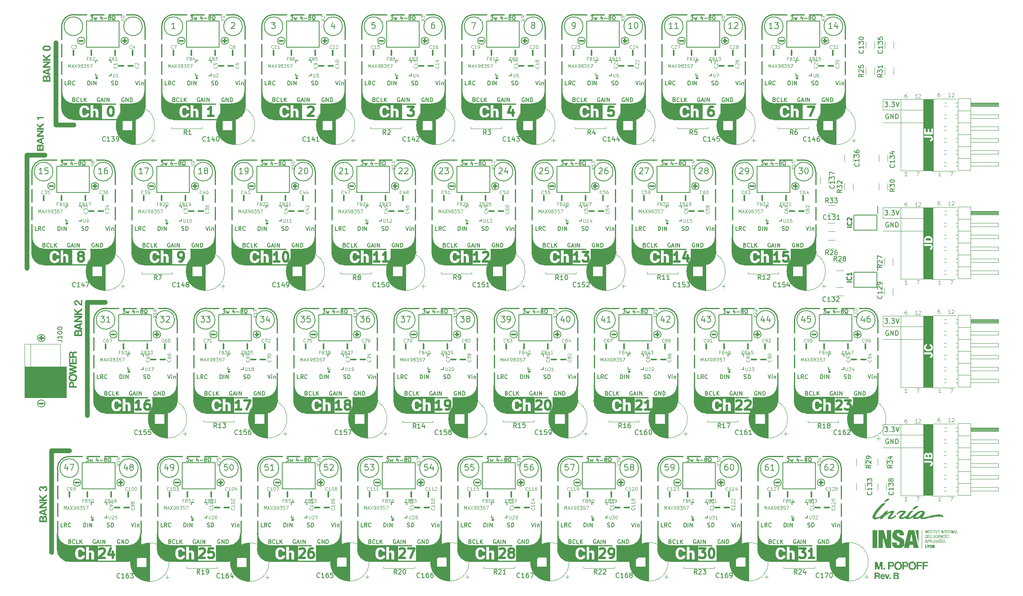
<source format=gbr>
%TF.GenerationSoftware,KiCad,Pcbnew,7.0.0*%
%TF.CreationDate,2024-03-13T15:59:32+01:00*%
%TF.ProjectId,TDM_board,54444d5f-626f-4617-9264-2e6b69636164,rev?*%
%TF.SameCoordinates,Original*%
%TF.FileFunction,Legend,Top*%
%TF.FilePolarity,Positive*%
%FSLAX46Y46*%
G04 Gerber Fmt 4.6, Leading zero omitted, Abs format (unit mm)*
G04 Created by KiCad (PCBNEW 7.0.0) date 2024-03-13 15:59:32*
%MOMM*%
%LPD*%
G01*
G04 APERTURE LIST*
%ADD10C,0.250000*%
%ADD11C,0.000000*%
%ADD12C,0.100000*%
%ADD13C,1.000000*%
%ADD14C,0.152400*%
%ADD15C,0.190500*%
%ADD16C,0.197500*%
%ADD17C,0.225000*%
%ADD18C,0.187500*%
%ADD19C,0.150000*%
%ADD20C,0.119969*%
%ADD21C,0.500000*%
%ADD22C,0.200000*%
%ADD23C,0.203200*%
%ADD24C,0.120000*%
%ADD25C,0.304800*%
%ADD26C,0.010000*%
%ADD27C,0.127000*%
G04 APERTURE END LIST*
D10*
X185188504Y-37423296D02*
G75*
G03*
X187728462Y-39963296I2540096J96D01*
G01*
X151406000Y-70979776D02*
X148656000Y-70979776D01*
X147656000Y-70979776D02*
X144906000Y-70979776D01*
X143906000Y-70979776D02*
X141156000Y-70979776D01*
X140156000Y-70979776D02*
X138706000Y-70979776D01*
X145050308Y-20913296D02*
X147800308Y-20913296D01*
X148800308Y-20913296D02*
X151550308Y-20913296D01*
X152550308Y-20913296D02*
X155300308Y-20913296D01*
X156300308Y-20913296D02*
X157750308Y-20913296D01*
X202732718Y-51929776D02*
X205482718Y-51929776D01*
X206482718Y-51929776D02*
X209232718Y-51929776D01*
X210232718Y-51929776D02*
X212982718Y-51929776D01*
X213982718Y-51929776D02*
X215432718Y-51929776D01*
D11*
G36*
X242933366Y-130969057D02*
G01*
X242763868Y-130969057D01*
X242763868Y-131567678D01*
X242681186Y-131567678D01*
X242681186Y-130969057D01*
X242512514Y-130969057D01*
X242512514Y-130895882D01*
X242933366Y-130895882D01*
X242933366Y-130969057D01*
G37*
D10*
X101484999Y-115192999D02*
G75*
G03*
X98944999Y-117733000I1J-2540001D01*
G01*
D11*
G36*
X238756794Y-128135661D02*
G01*
X239317445Y-128135661D01*
X239321140Y-128166712D01*
X239332073Y-128193073D01*
X239340361Y-128204362D01*
X239350588Y-128214319D01*
X239377032Y-128230022D01*
X239411750Y-128239756D01*
X239455086Y-128243096D01*
X239502812Y-128239750D01*
X239553620Y-128229999D01*
X239607130Y-128214268D01*
X239662963Y-128192986D01*
X239720740Y-128166580D01*
X239780082Y-128135478D01*
X239840610Y-128100107D01*
X239901943Y-128060895D01*
X239963704Y-128018270D01*
X240025513Y-127972658D01*
X240147757Y-127874185D01*
X240265642Y-127768897D01*
X240376136Y-127660214D01*
X240476203Y-127551556D01*
X240562811Y-127446344D01*
X240600119Y-127396098D01*
X240632926Y-127347996D01*
X240660850Y-127302465D01*
X240683514Y-127259933D01*
X240700537Y-127220828D01*
X240711542Y-127185576D01*
X240716148Y-127154605D01*
X240713976Y-127128344D01*
X240704647Y-127107218D01*
X240697181Y-127098715D01*
X240687783Y-127091656D01*
X240663003Y-127082086D01*
X240629928Y-127078934D01*
X240566711Y-127082274D01*
X240501749Y-127092008D01*
X240435387Y-127107712D01*
X240367972Y-127128957D01*
X240299849Y-127155318D01*
X240231362Y-127186369D01*
X240162858Y-127221683D01*
X240094683Y-127260835D01*
X240027180Y-127303396D01*
X239960697Y-127348943D01*
X239895578Y-127397047D01*
X239832169Y-127447282D01*
X239770816Y-127499223D01*
X239711863Y-127552444D01*
X239655657Y-127606516D01*
X239602542Y-127661015D01*
X239552865Y-127715514D01*
X239506970Y-127769587D01*
X239465204Y-127822807D01*
X239427911Y-127874748D01*
X239395437Y-127924984D01*
X239368127Y-127973088D01*
X239346328Y-128018634D01*
X239330384Y-128061196D01*
X239320641Y-128100347D01*
X239317445Y-128135661D01*
X238756794Y-128135661D01*
X238758725Y-128122408D01*
X238622595Y-128213765D01*
X238552439Y-128257837D01*
X238481135Y-128300453D01*
X238408866Y-128341323D01*
X238335819Y-128380158D01*
X238262177Y-128416668D01*
X238188125Y-128450563D01*
X238113848Y-128481555D01*
X238039530Y-128509353D01*
X237965356Y-128533669D01*
X237891511Y-128554213D01*
X237818178Y-128570695D01*
X237745544Y-128582827D01*
X237673792Y-128590318D01*
X237603107Y-128592879D01*
X237573513Y-128592444D01*
X237545293Y-128591148D01*
X237518428Y-128589007D01*
X237492897Y-128586037D01*
X237468679Y-128582254D01*
X237445754Y-128577672D01*
X237424102Y-128572309D01*
X237403701Y-128566178D01*
X237384532Y-128559297D01*
X237366573Y-128551681D01*
X237349804Y-128543344D01*
X237334206Y-128534304D01*
X237319756Y-128524575D01*
X237306435Y-128514174D01*
X237294222Y-128503116D01*
X237283096Y-128491416D01*
X237273038Y-128479090D01*
X237264025Y-128466154D01*
X237256039Y-128452624D01*
X237249059Y-128438514D01*
X237243063Y-128423842D01*
X237238031Y-128408622D01*
X237233943Y-128392870D01*
X237230779Y-128376602D01*
X237228517Y-128359833D01*
X237227138Y-128342579D01*
X237226620Y-128324855D01*
X237226943Y-128306678D01*
X237228087Y-128288063D01*
X237230030Y-128269026D01*
X237236236Y-128229746D01*
X237171710Y-128273554D01*
X237106651Y-128314467D01*
X237041288Y-128352496D01*
X236975852Y-128387649D01*
X236910572Y-128419935D01*
X236845678Y-128449365D01*
X236781401Y-128475948D01*
X236717970Y-128499692D01*
X236655616Y-128520608D01*
X236594568Y-128538705D01*
X236535057Y-128553992D01*
X236477311Y-128566478D01*
X236421562Y-128576174D01*
X236368040Y-128583087D01*
X236316974Y-128587229D01*
X236268594Y-128588607D01*
X236226763Y-128587654D01*
X236186414Y-128584826D01*
X236147600Y-128580167D01*
X236110374Y-128573725D01*
X236074787Y-128565545D01*
X236040892Y-128555672D01*
X236008741Y-128544153D01*
X235978387Y-128531033D01*
X235949883Y-128516358D01*
X235923280Y-128500173D01*
X235898631Y-128482525D01*
X235875989Y-128463459D01*
X235855406Y-128443020D01*
X235836934Y-128421256D01*
X235820625Y-128398211D01*
X235806533Y-128373931D01*
X235794710Y-128348462D01*
X235785207Y-128321850D01*
X235778078Y-128294140D01*
X235773374Y-128265379D01*
X235771149Y-128235612D01*
X235771454Y-128204884D01*
X235774342Y-128173242D01*
X235779866Y-128140732D01*
X235788077Y-128107398D01*
X235799029Y-128073287D01*
X235812773Y-128038445D01*
X235829363Y-128002917D01*
X235848849Y-127966750D01*
X235871286Y-127929988D01*
X235896725Y-127892678D01*
X235925219Y-127854865D01*
X235990697Y-127773336D01*
X236052813Y-127699046D01*
X236111645Y-127631512D01*
X236167271Y-127570249D01*
X236219772Y-127514776D01*
X236269226Y-127464607D01*
X236315712Y-127419261D01*
X236359310Y-127378253D01*
X236400097Y-127341099D01*
X236438153Y-127307318D01*
X236506390Y-127247935D01*
X236564651Y-127196238D01*
X236590239Y-127172062D01*
X236613569Y-127148357D01*
X236369606Y-127147506D01*
X236269168Y-127147850D01*
X236180513Y-127149959D01*
X236101709Y-127154772D01*
X236065397Y-127158485D01*
X236030821Y-127163226D01*
X235997742Y-127169113D01*
X235965916Y-127176262D01*
X235935103Y-127184791D01*
X235905060Y-127194817D01*
X235875546Y-127206458D01*
X235846319Y-127219830D01*
X235817137Y-127235052D01*
X235787759Y-127252241D01*
X235757943Y-127271513D01*
X235727447Y-127292987D01*
X235696030Y-127316779D01*
X235663449Y-127343007D01*
X235593832Y-127403241D01*
X235516661Y-127474626D01*
X235430003Y-127558102D01*
X235331924Y-127654607D01*
X235323697Y-127661833D01*
X235315749Y-127667150D01*
X235308095Y-127670648D01*
X235300750Y-127672419D01*
X235293731Y-127672551D01*
X235287054Y-127671137D01*
X235280732Y-127668265D01*
X235274784Y-127664028D01*
X235269223Y-127658514D01*
X235264066Y-127651815D01*
X235259328Y-127644021D01*
X235255025Y-127635223D01*
X235251173Y-127625510D01*
X235247787Y-127614974D01*
X235242476Y-127591793D01*
X235239217Y-127566402D01*
X235238137Y-127539526D01*
X235239359Y-127511889D01*
X235243010Y-127484213D01*
X235249213Y-127457222D01*
X235253312Y-127444209D01*
X235258096Y-127431640D01*
X235263580Y-127419603D01*
X235269781Y-127408190D01*
X235276715Y-127397491D01*
X235284396Y-127387597D01*
X235442943Y-127204905D01*
X235513053Y-127128706D01*
X235579225Y-127061820D01*
X235643087Y-127003662D01*
X235706269Y-126953643D01*
X235770399Y-126911176D01*
X235803329Y-126892590D01*
X235837106Y-126875673D01*
X235871935Y-126860349D01*
X235908018Y-126846547D01*
X235984764Y-126823211D01*
X236068973Y-126805076D01*
X236162274Y-126791556D01*
X236266294Y-126782064D01*
X236382663Y-126776010D01*
X236513009Y-126772809D01*
X236658961Y-126771873D01*
X236714940Y-126772466D01*
X236767658Y-126774233D01*
X236817157Y-126777156D01*
X236863481Y-126781218D01*
X236906672Y-126786400D01*
X236946774Y-126792684D01*
X236983829Y-126800052D01*
X237017880Y-126808486D01*
X237048971Y-126817969D01*
X237077143Y-126828482D01*
X237102441Y-126840007D01*
X237124906Y-126852526D01*
X237144583Y-126866022D01*
X237161513Y-126880476D01*
X237175740Y-126895870D01*
X237187306Y-126912187D01*
X237196255Y-126929407D01*
X237202630Y-126947514D01*
X237206473Y-126966490D01*
X237207827Y-126986315D01*
X237206736Y-127006973D01*
X237203242Y-127028445D01*
X237197388Y-127050714D01*
X237189217Y-127073761D01*
X237178772Y-127097568D01*
X237166096Y-127122118D01*
X237151232Y-127147392D01*
X237134222Y-127173372D01*
X237115110Y-127200041D01*
X237093939Y-127227380D01*
X237070752Y-127255371D01*
X237045591Y-127283997D01*
X236967025Y-127369381D01*
X236882364Y-127458714D01*
X236704620Y-127643192D01*
X236616467Y-127735322D01*
X236532082Y-127825368D01*
X236453929Y-127911822D01*
X236384476Y-127993175D01*
X236357185Y-128028362D01*
X236335570Y-128060646D01*
X236319447Y-128090051D01*
X236308633Y-128116604D01*
X236302947Y-128140329D01*
X236302206Y-128161252D01*
X236306227Y-128179398D01*
X236314828Y-128194792D01*
X236327825Y-128207461D01*
X236345037Y-128217429D01*
X236366281Y-128224721D01*
X236391375Y-128229363D01*
X236452380Y-128230798D01*
X236526591Y-128221936D01*
X236612549Y-128202980D01*
X236708793Y-128174132D01*
X236813862Y-128135595D01*
X236926296Y-128087572D01*
X237044635Y-128030265D01*
X237167417Y-127963877D01*
X237293183Y-127888610D01*
X237420472Y-127804667D01*
X237466178Y-127731507D01*
X237514567Y-127658550D01*
X237565020Y-127586300D01*
X237616916Y-127515261D01*
X237669636Y-127445937D01*
X237722557Y-127378832D01*
X237775061Y-127314449D01*
X237826527Y-127253291D01*
X237876335Y-127195864D01*
X237923864Y-127142670D01*
X237968494Y-127094214D01*
X238009604Y-127050998D01*
X238046575Y-127013527D01*
X238078786Y-126982306D01*
X238105616Y-126957836D01*
X238126446Y-126940623D01*
X238149446Y-126924255D01*
X238174160Y-126908705D01*
X238200393Y-126893986D01*
X238227949Y-126880110D01*
X238256635Y-126867090D01*
X238286254Y-126854940D01*
X238347513Y-126833302D01*
X238410169Y-126815299D01*
X238472659Y-126801038D01*
X238533426Y-126790622D01*
X238590909Y-126784156D01*
X238643548Y-126781745D01*
X238689784Y-126783495D01*
X238710013Y-126785962D01*
X238728056Y-126789509D01*
X238743719Y-126794148D01*
X238756805Y-126799893D01*
X238767121Y-126806756D01*
X238774471Y-126814751D01*
X238778661Y-126823891D01*
X238779495Y-126834189D01*
X238776778Y-126845658D01*
X238770316Y-126858311D01*
X238759913Y-126872161D01*
X238745374Y-126887221D01*
X238672870Y-126960896D01*
X238526409Y-127116257D01*
X238338069Y-127325099D01*
X238238220Y-127440762D01*
X238139930Y-127559218D01*
X238047209Y-127676942D01*
X237964068Y-127790408D01*
X237894517Y-127896090D01*
X237866090Y-127944911D01*
X237842564Y-127990464D01*
X237824441Y-128032308D01*
X237812221Y-128070002D01*
X237806406Y-128103107D01*
X237807497Y-128131181D01*
X237815994Y-128153783D01*
X237823178Y-128162895D01*
X237832401Y-128170473D01*
X237857217Y-128180811D01*
X237890944Y-128184354D01*
X237928647Y-128182743D01*
X237967694Y-128178012D01*
X238007982Y-128170314D01*
X238049411Y-128159802D01*
X238091876Y-128146628D01*
X238135278Y-128130947D01*
X238224480Y-128092670D01*
X238316201Y-128046195D01*
X238409625Y-127992746D01*
X238503936Y-127933545D01*
X238598319Y-127869817D01*
X238691956Y-127802784D01*
X238784033Y-127733671D01*
X238960242Y-127594096D01*
X239120417Y-127460880D01*
X239258033Y-127343809D01*
X239324906Y-127285535D01*
X239395061Y-127229048D01*
X239468347Y-127174620D01*
X239544618Y-127122524D01*
X239623723Y-127073030D01*
X239705514Y-127026413D01*
X239789843Y-126982943D01*
X239876561Y-126942893D01*
X239965519Y-126906535D01*
X240056569Y-126874142D01*
X240149562Y-126845985D01*
X240244350Y-126822338D01*
X240340783Y-126803471D01*
X240438714Y-126789658D01*
X240537993Y-126781171D01*
X240638472Y-126778281D01*
X240698425Y-126779548D01*
X240754692Y-126783256D01*
X240807381Y-126789270D01*
X240856595Y-126797454D01*
X240902439Y-126807671D01*
X240945019Y-126819784D01*
X240984439Y-126833658D01*
X241020805Y-126849156D01*
X241054220Y-126866142D01*
X241084791Y-126884479D01*
X241112621Y-126904032D01*
X241137816Y-126924663D01*
X241160482Y-126946238D01*
X241180721Y-126968618D01*
X241198641Y-126991669D01*
X241214345Y-127015253D01*
X241227938Y-127039234D01*
X241239526Y-127063477D01*
X241249214Y-127087844D01*
X241257105Y-127112200D01*
X241263306Y-127136408D01*
X241267920Y-127160332D01*
X241271054Y-127183836D01*
X241272812Y-127206782D01*
X241273298Y-127229036D01*
X241272618Y-127250460D01*
X241268180Y-127290275D01*
X241260335Y-127325136D01*
X241249924Y-127353954D01*
X241235909Y-127382320D01*
X241217133Y-127416123D01*
X241167927Y-127497455D01*
X241041323Y-127696928D01*
X240974451Y-127804731D01*
X240912216Y-127911020D01*
X240884482Y-127961981D01*
X240859881Y-128010625D01*
X240839071Y-128056306D01*
X240822709Y-128098377D01*
X240816559Y-128118392D01*
X240814355Y-128127793D01*
X240812732Y-128136792D01*
X240811692Y-128145390D01*
X240811236Y-128153588D01*
X240811365Y-128161388D01*
X240812079Y-128168792D01*
X240813380Y-128175801D01*
X240815269Y-128182416D01*
X240817746Y-128188639D01*
X240820813Y-128194472D01*
X240824471Y-128199915D01*
X240828720Y-128204971D01*
X240833562Y-128209641D01*
X240838997Y-128213925D01*
X240845027Y-128217827D01*
X240851652Y-128221346D01*
X240858874Y-128224485D01*
X240866693Y-128227246D01*
X240875111Y-128229629D01*
X240884128Y-128231635D01*
X240893745Y-128233268D01*
X240903964Y-128234527D01*
X240926209Y-128235933D01*
X240950872Y-128235863D01*
X240977960Y-128234331D01*
X241007480Y-128231348D01*
X241187292Y-128202867D01*
X241396476Y-128158671D01*
X241885975Y-128036331D01*
X242442010Y-127890710D01*
X243030612Y-127748194D01*
X243326511Y-127686345D01*
X243617812Y-127635165D01*
X243900272Y-127597954D01*
X244169642Y-127578009D01*
X244421678Y-127578627D01*
X244539868Y-127587679D01*
X244652132Y-127603108D01*
X244757940Y-127625327D01*
X244856760Y-127654748D01*
X244948062Y-127691784D01*
X245031315Y-127736846D01*
X245052721Y-127751235D01*
X245072795Y-127766787D01*
X245091557Y-127783382D01*
X245109028Y-127800900D01*
X245125226Y-127819221D01*
X245140172Y-127838225D01*
X245153887Y-127857792D01*
X245166389Y-127877802D01*
X245177699Y-127898135D01*
X245187837Y-127918671D01*
X245196822Y-127939290D01*
X245204676Y-127959873D01*
X245211416Y-127980298D01*
X245217065Y-128000447D01*
X245221641Y-128020199D01*
X245225164Y-128039434D01*
X245227655Y-128058033D01*
X245229134Y-128075874D01*
X245229619Y-128092839D01*
X245229132Y-128108808D01*
X245227692Y-128123659D01*
X245225319Y-128137274D01*
X245222034Y-128149533D01*
X245217855Y-128160314D01*
X245212803Y-128169500D01*
X245206899Y-128176968D01*
X245200161Y-128182600D01*
X245192610Y-128186276D01*
X245184266Y-128187875D01*
X245175148Y-128187278D01*
X245165277Y-128184364D01*
X245154673Y-128179014D01*
X245154672Y-128179014D01*
X245062144Y-128130674D01*
X244960033Y-128090882D01*
X244849007Y-128059179D01*
X244729738Y-128035104D01*
X244602894Y-128018198D01*
X244469146Y-128008001D01*
X244183617Y-128005892D01*
X243878509Y-128025098D01*
X243559183Y-128061939D01*
X243230996Y-128112735D01*
X242899309Y-128173808D01*
X242246870Y-128312060D01*
X241644739Y-128447259D01*
X241135790Y-128549966D01*
X240929657Y-128579936D01*
X240762898Y-128590743D01*
X240733448Y-128590183D01*
X240704878Y-128588519D01*
X240677192Y-128585778D01*
X240650392Y-128581986D01*
X240624483Y-128577169D01*
X240599468Y-128571354D01*
X240575351Y-128564567D01*
X240552136Y-128556833D01*
X240529825Y-128548179D01*
X240508423Y-128538632D01*
X240487934Y-128528217D01*
X240468360Y-128516961D01*
X240449706Y-128504890D01*
X240431976Y-128492029D01*
X240415172Y-128478406D01*
X240399298Y-128464047D01*
X240384358Y-128448977D01*
X240370356Y-128433223D01*
X240357295Y-128416812D01*
X240345180Y-128399768D01*
X240334012Y-128382120D01*
X240323797Y-128363892D01*
X240314537Y-128345110D01*
X240306237Y-128325803D01*
X240298900Y-128305994D01*
X240292529Y-128285711D01*
X240287128Y-128264980D01*
X240282702Y-128243826D01*
X240279252Y-128222277D01*
X240276784Y-128200358D01*
X240275300Y-128178096D01*
X240274805Y-128155517D01*
X240206258Y-128212703D01*
X240138030Y-128265383D01*
X240070180Y-128313670D01*
X240002764Y-128357676D01*
X239935839Y-128397515D01*
X239869462Y-128433299D01*
X239803691Y-128465140D01*
X239738583Y-128493151D01*
X239674194Y-128517445D01*
X239610582Y-128538134D01*
X239547804Y-128555331D01*
X239485917Y-128569149D01*
X239424977Y-128579700D01*
X239365043Y-128587097D01*
X239306172Y-128591453D01*
X239248420Y-128592879D01*
X239212074Y-128592288D01*
X239177222Y-128590529D01*
X239143852Y-128587630D01*
X239111948Y-128583615D01*
X239081498Y-128578511D01*
X239052488Y-128572343D01*
X239024904Y-128565136D01*
X238998732Y-128556916D01*
X238973959Y-128547710D01*
X238950571Y-128537541D01*
X238928554Y-128526437D01*
X238907895Y-128514422D01*
X238888579Y-128501523D01*
X238870594Y-128487764D01*
X238853926Y-128473172D01*
X238838560Y-128457772D01*
X238824483Y-128441590D01*
X238811682Y-128424651D01*
X238800143Y-128406981D01*
X238789852Y-128388606D01*
X238780795Y-128369551D01*
X238772959Y-128349842D01*
X238766330Y-128329504D01*
X238760894Y-128308564D01*
X238756638Y-128287046D01*
X238753547Y-128264976D01*
X238751610Y-128242381D01*
X238750810Y-128219285D01*
X238751136Y-128195714D01*
X238752572Y-128171694D01*
X238755107Y-128147250D01*
X238756794Y-128135661D01*
G37*
D10*
X92841000Y-134243000D02*
X90091000Y-134243000D01*
X89091000Y-134243000D02*
X86341000Y-134243000D01*
X85341000Y-134243000D02*
X82591000Y-134243000D01*
X81591000Y-134243000D02*
X80141000Y-134243000D01*
D11*
G36*
X241889516Y-131456469D02*
G01*
X241891596Y-131456469D01*
X241891596Y-130895882D01*
X241974278Y-130895882D01*
X241974278Y-131567675D01*
X241860589Y-131567675D01*
X241644789Y-131024038D01*
X241643109Y-131024038D01*
X241643109Y-131567675D01*
X241560427Y-131567675D01*
X241560427Y-130895882D01*
X241667514Y-130895882D01*
X241889516Y-131456469D01*
G37*
D10*
X132603724Y-54469776D02*
G75*
G03*
X130063762Y-51929776I-2539924J76D01*
G01*
X185188462Y-37423296D02*
X185188462Y-34673296D01*
X185188462Y-33673296D02*
X185188462Y-30923296D01*
X185188462Y-29923296D02*
X185188462Y-27173296D01*
X185188462Y-26173296D02*
X185188462Y-23453296D01*
X157508238Y-68439776D02*
X157508238Y-65689776D01*
X157508238Y-64689776D02*
X157508238Y-61939776D01*
X157508238Y-60939776D02*
X157508238Y-58189776D01*
X157508238Y-57189776D02*
X157508238Y-54469776D01*
D11*
G36*
X245971942Y-131941445D02*
G01*
X245971942Y-132015029D01*
X245707357Y-132015029D01*
X245707357Y-132225457D01*
X245956645Y-132225457D01*
X245956645Y-132299041D01*
X245707357Y-132299041D01*
X245707357Y-132540060D01*
X245983104Y-132540060D01*
X245983104Y-132613235D01*
X245624676Y-132613235D01*
X245624676Y-131941442D01*
X245971942Y-131941445D01*
G37*
D10*
X200428462Y-39963262D02*
G75*
G03*
X202968462Y-37423296I38J2539962D01*
G01*
X57154004Y-37423296D02*
G75*
G03*
X59694000Y-39963296I2539896J-104D01*
G01*
X202732718Y-51929718D02*
G75*
G03*
X200192718Y-54469776I82J-2540082D01*
G01*
X98945000Y-131703000D02*
G75*
G03*
X101484999Y-134243000I2540100J100D01*
G01*
X194633125Y-83566025D02*
G75*
G03*
X192093125Y-86106062I-25J-2539975D01*
G01*
X187728462Y-20913262D02*
G75*
G03*
X185188462Y-23453296I38J-2540038D01*
G01*
X188525438Y-86106062D02*
G75*
G03*
X185985522Y-83566062I-2540038J-38D01*
G01*
X59694000Y-20913296D02*
X62444000Y-20913296D01*
X63444000Y-20913296D02*
X66194000Y-20913296D01*
X67194000Y-20913296D02*
X69944000Y-20913296D01*
X70944000Y-20913296D02*
X72394000Y-20913296D01*
D12*
X240650753Y-130895687D02*
X240650753Y-134704980D01*
D10*
X130590316Y-83566062D02*
X133340316Y-83566062D01*
X134340316Y-83566062D02*
X137090316Y-83566062D01*
X138090316Y-83566062D02*
X140840316Y-83566062D01*
X141840316Y-83566062D02*
X143290316Y-83566062D01*
D11*
G36*
X244523347Y-131941445D02*
G01*
X244523347Y-132015029D01*
X244258764Y-132015029D01*
X244258764Y-132225457D01*
X244508052Y-132225457D01*
X244508052Y-132299041D01*
X244258764Y-132299041D01*
X244258764Y-132540060D01*
X244534510Y-132540060D01*
X244534510Y-132613235D01*
X244176083Y-132613235D01*
X244176083Y-131941442D01*
X244523347Y-131941445D01*
G37*
D10*
X143290316Y-102616116D02*
G75*
G03*
X145830316Y-100076062I84J2539916D01*
G01*
X231220738Y-86106062D02*
G75*
G03*
X228680731Y-83566062I-2539938J62D01*
G01*
X215980731Y-83566031D02*
G75*
G03*
X213440731Y-86106062I69J-2540069D01*
G01*
X79247507Y-102616107D02*
G75*
G03*
X81787507Y-100076062I-7J2540007D01*
G01*
X200428462Y-39963296D02*
X197678462Y-39963296D01*
X196678462Y-39963296D02*
X193928462Y-39963296D01*
X192928462Y-39963296D02*
X190178462Y-39963296D01*
X189178462Y-39963296D02*
X187728462Y-39963296D01*
X172748238Y-70979838D02*
G75*
G03*
X175288238Y-68439776I-138J2540138D01*
G01*
X170745438Y-100076062D02*
G75*
G03*
X173285522Y-102616062I2539962J-38D01*
G01*
X121942713Y-102616062D02*
X119192713Y-102616062D01*
X118192713Y-102616062D02*
X115442713Y-102616062D01*
X114442713Y-102616062D02*
X111692713Y-102616062D01*
X110692713Y-102616062D02*
X109242713Y-102616062D01*
X109242713Y-83566062D02*
X111992713Y-83566062D01*
X112992713Y-83566062D02*
X115742713Y-83566062D01*
X116742713Y-83566062D02*
X119492713Y-83566062D01*
X120492713Y-83566062D02*
X121942713Y-83566062D01*
X96021524Y-51929776D02*
X98771524Y-51929776D01*
X99771524Y-51929776D02*
X102521524Y-51929776D01*
X103521524Y-51929776D02*
X106271524Y-51929776D01*
X107271524Y-51929776D02*
X108721524Y-51929776D01*
X145050308Y-20913308D02*
G75*
G03*
X142510308Y-23453296I-8J-2539992D01*
G01*
D11*
G36*
X244066529Y-132613235D02*
G01*
X243983433Y-132613235D01*
X243983433Y-131941442D01*
X244066529Y-131941442D01*
X244066529Y-132613235D01*
G37*
D10*
X224307540Y-23453296D02*
X224307540Y-26203296D01*
X224307540Y-27203296D02*
X224307540Y-29953296D01*
X224307540Y-30953296D02*
X224307540Y-33703296D01*
X224307540Y-34703296D02*
X224307540Y-37423296D01*
X160290308Y-23453296D02*
X160290308Y-26203296D01*
X160290308Y-27203296D02*
X160290308Y-29953296D01*
X160290308Y-30953296D02*
X160290308Y-33703296D01*
X160290308Y-34703296D02*
X160290308Y-37423296D01*
X180757000Y-117733000D02*
G75*
G03*
X178216996Y-115193000I-2540000J0D01*
G01*
X160048238Y-51929776D02*
X162798238Y-51929776D01*
X163798238Y-51929776D02*
X166548238Y-51929776D01*
X167548238Y-51929776D02*
X170298238Y-51929776D01*
X171298238Y-51929776D02*
X172748238Y-51929776D01*
X208204994Y-115192994D02*
G75*
G03*
X205664994Y-117733000I6J-2540006D01*
G01*
X138069000Y-117733000D02*
G75*
G03*
X135528998Y-115193000I-2539900J100D01*
G01*
X120289000Y-131703000D02*
G75*
G03*
X122828998Y-134243000I2540100J100D01*
G01*
X102372154Y-20913254D02*
G75*
G03*
X99832154Y-23453296I46J-2540046D01*
G01*
D11*
G36*
X243273606Y-133658755D02*
G01*
X243190924Y-133658755D01*
X243190924Y-132986962D01*
X243273606Y-132986919D01*
X243273606Y-133658755D01*
G37*
D10*
X205664994Y-131703000D02*
X205664994Y-128953000D01*
X205664994Y-127953000D02*
X205664994Y-125203000D01*
X205664994Y-124203000D02*
X205664994Y-121453000D01*
X205664994Y-120453000D02*
X205664994Y-117733000D01*
D11*
G36*
X242400819Y-114826003D02*
G01*
X242412688Y-114826752D01*
X242424214Y-114828001D01*
X242435398Y-114829750D01*
X242446238Y-114831999D01*
X242456735Y-114834747D01*
X242466890Y-114837995D01*
X242476702Y-114841742D01*
X242486170Y-114845990D01*
X242495296Y-114850736D01*
X242504079Y-114855983D01*
X242512519Y-114861729D01*
X242520617Y-114867975D01*
X242528371Y-114874720D01*
X242535782Y-114881965D01*
X242542851Y-114889709D01*
X242549382Y-114897918D01*
X242555493Y-114906556D01*
X242561185Y-114915624D01*
X242566457Y-114925121D01*
X242571308Y-114935048D01*
X242575739Y-114945406D01*
X242579749Y-114956194D01*
X242583338Y-114967413D01*
X242586506Y-114979063D01*
X242589253Y-114991144D01*
X242591577Y-115003657D01*
X242593479Y-115016601D01*
X242594960Y-115029978D01*
X242596017Y-115043788D01*
X242596652Y-115058029D01*
X242596864Y-115072704D01*
X242596864Y-115361308D01*
X242159123Y-115361308D01*
X242159123Y-115052820D01*
X242159423Y-115038855D01*
X242160166Y-115025333D01*
X242161353Y-115012254D01*
X242162983Y-114999618D01*
X242165056Y-114987425D01*
X242167573Y-114975674D01*
X242170533Y-114964367D01*
X242173936Y-114953503D01*
X242177782Y-114943082D01*
X242182072Y-114933103D01*
X242186805Y-114923568D01*
X242191982Y-114914477D01*
X242197601Y-114905828D01*
X242203665Y-114897623D01*
X242210171Y-114889860D01*
X242217121Y-114882541D01*
X242224514Y-114875666D01*
X242232350Y-114869234D01*
X242240630Y-114863245D01*
X242249353Y-114857700D01*
X242258519Y-114852598D01*
X242268129Y-114847939D01*
X242278182Y-114843724D01*
X242288678Y-114839953D01*
X242299617Y-114836625D01*
X242311000Y-114833741D01*
X242322826Y-114831300D01*
X242335096Y-114829303D01*
X242347809Y-114827750D01*
X242360965Y-114826640D01*
X242374564Y-114825975D01*
X242388607Y-114825753D01*
X242400819Y-114826003D01*
G37*
D10*
X181390476Y-51929776D02*
G75*
G03*
X178850476Y-54469776I24J-2540024D01*
G01*
X77601000Y-131703000D02*
G75*
G03*
X80141000Y-134243000I2540000J0D01*
G01*
X120288998Y-131703000D02*
X120288998Y-128953000D01*
X120288998Y-127953000D02*
X120288998Y-125203000D01*
X120288998Y-124203000D02*
X120288998Y-121453000D01*
X120288998Y-120453000D02*
X120288998Y-117733000D01*
X162976996Y-131703000D02*
X162976996Y-128953000D01*
X162976996Y-127953000D02*
X162976996Y-125203000D01*
X162976996Y-124203000D02*
X162976996Y-121453000D01*
X162976996Y-120453000D02*
X162976996Y-117733000D01*
X130590316Y-83566116D02*
G75*
G03*
X128050316Y-86106062I84J-2540084D01*
G01*
X74934000Y-23453296D02*
X74934000Y-26203296D01*
X74934000Y-27203296D02*
X74934000Y-29953296D01*
X74934000Y-30953296D02*
X74934000Y-33703296D01*
X74934000Y-34703296D02*
X74934000Y-37423296D01*
X157508224Y-68439776D02*
G75*
G03*
X160048238Y-70979776I2539976J-24D01*
G01*
X178850524Y-68439776D02*
G75*
G03*
X181390476Y-70979776I2539876J-124D01*
G01*
X116725000Y-117733000D02*
G75*
G03*
X114184999Y-115193000I-2540000J0D01*
G01*
X175288238Y-54469776D02*
X175288238Y-57219776D01*
X175288238Y-58219776D02*
X175288238Y-60969776D01*
X175288238Y-61969776D02*
X175288238Y-64719776D01*
X175288238Y-65719776D02*
X175288238Y-68439776D01*
D11*
G36*
X231123441Y-134705920D02*
G01*
X230127121Y-134705920D01*
X230127121Y-130897573D01*
X231123441Y-130897573D01*
X231123441Y-134705920D01*
G37*
D10*
X72139324Y-68439776D02*
G75*
G03*
X74679286Y-70979776I2539876J-124D01*
G01*
X153946024Y-54469776D02*
G75*
G03*
X151406000Y-51929776I-2539924J76D01*
G01*
X178216996Y-134242996D02*
G75*
G03*
X180756996Y-131703000I4J2539996D01*
G01*
X128050316Y-100076062D02*
X128050316Y-97326062D01*
X128050316Y-96326062D02*
X128050316Y-93576062D01*
X128050316Y-92576062D02*
X128050316Y-89826062D01*
X128050316Y-88826062D02*
X128050316Y-86106062D01*
X72139286Y-68439776D02*
X72139286Y-65689776D01*
X72139286Y-64689776D02*
X72139286Y-61939776D01*
X72139286Y-60939776D02*
X72139286Y-58189776D01*
X72139286Y-57189776D02*
X72139286Y-54469776D01*
D11*
G36*
X233676042Y-124197146D02*
G01*
X233696162Y-124200389D01*
X233713705Y-124204669D01*
X233728430Y-124210016D01*
X233740100Y-124216457D01*
X233748474Y-124224019D01*
X233753313Y-124232729D01*
X233754378Y-124242616D01*
X233751430Y-124253706D01*
X233744230Y-124266027D01*
X233732537Y-124279607D01*
X233662912Y-124348459D01*
X233591230Y-124415063D01*
X233517549Y-124479376D01*
X233441923Y-124541354D01*
X233364408Y-124600952D01*
X233285060Y-124658128D01*
X233203934Y-124712835D01*
X233121085Y-124765031D01*
X233101168Y-124776272D01*
X233079962Y-124787058D01*
X233034260Y-124807205D01*
X232985134Y-124825356D01*
X232933736Y-124841395D01*
X232881222Y-124855206D01*
X232828744Y-124866673D01*
X232777457Y-124875681D01*
X232728514Y-124882114D01*
X232683070Y-124885856D01*
X232642277Y-124886791D01*
X232607291Y-124884804D01*
X232592335Y-124882678D01*
X232579264Y-124879778D01*
X232568221Y-124876089D01*
X232559351Y-124871598D01*
X232552797Y-124866289D01*
X232548705Y-124860148D01*
X232547218Y-124853161D01*
X232548480Y-124845313D01*
X232552636Y-124836590D01*
X232559830Y-124826977D01*
X232618660Y-124760875D01*
X232678780Y-124695980D01*
X232740173Y-124632311D01*
X232802818Y-124569887D01*
X232866697Y-124508727D01*
X232931791Y-124448847D01*
X232998081Y-124390269D01*
X233065547Y-124333008D01*
X233081839Y-124320350D01*
X233100818Y-124308126D01*
X233122243Y-124296363D01*
X233145876Y-124285090D01*
X233198809Y-124264121D01*
X233257702Y-124245438D01*
X233320641Y-124229262D01*
X233385712Y-124215812D01*
X233451000Y-124205307D01*
X233514591Y-124197969D01*
X233574571Y-124194016D01*
X233629026Y-124193669D01*
X233676042Y-124197146D01*
G37*
D10*
X221767540Y-39963296D02*
X219017540Y-39963296D01*
X218017540Y-39963296D02*
X215267540Y-39963296D01*
X214267540Y-39963296D02*
X211517540Y-39963296D01*
X210517540Y-39963296D02*
X209067540Y-39963296D01*
X66037048Y-70979778D02*
G75*
G03*
X68577048Y-68439776I72J2539928D01*
G01*
D13*
X55047230Y-113977157D02*
X55047230Y-135636000D01*
D10*
X74679286Y-51929786D02*
G75*
G03*
X72139286Y-54469776I14J-2540014D01*
G01*
X205665000Y-131703000D02*
G75*
G03*
X208204994Y-134243000I2540000J0D01*
G01*
X199560995Y-134242995D02*
G75*
G03*
X202100995Y-131703000I105J2539895D01*
G01*
X136411231Y-39963296D02*
X133661231Y-39963296D01*
X132661231Y-39963296D02*
X129911231Y-39963296D01*
X128911231Y-39963296D02*
X126161231Y-39963296D01*
X125161231Y-39963296D02*
X123711231Y-39963296D01*
X209873125Y-86106062D02*
X209873125Y-88856062D01*
X209873125Y-89856062D02*
X209873125Y-92606062D01*
X209873125Y-93606062D02*
X209873125Y-96356062D01*
X209873125Y-97356062D02*
X209873125Y-100076062D01*
X122828998Y-115193000D02*
X125578998Y-115193000D01*
X126578998Y-115193000D02*
X129328998Y-115193000D01*
X130328998Y-115193000D02*
X133078998Y-115193000D01*
X134078998Y-115193000D02*
X135528998Y-115193000D01*
D11*
G36*
X241520328Y-134576540D02*
G01*
X241748945Y-134576540D01*
X241748945Y-134704284D01*
X241361992Y-134704284D01*
X241361992Y-134032903D01*
X241520328Y-134032903D01*
X241520328Y-134576540D01*
G37*
D10*
X132603762Y-54469776D02*
X132603762Y-57219776D01*
X132603762Y-58219776D02*
X132603762Y-60969776D01*
X132603762Y-61969776D02*
X132603762Y-64719776D01*
X132603762Y-65719776D02*
X132603762Y-68439776D01*
X149397838Y-100076062D02*
G75*
G03*
X151937919Y-102616062I2539962J-38D01*
G01*
D11*
G36*
X248047268Y-130895885D02*
G01*
X248047268Y-131494091D01*
X248320120Y-131494091D01*
X248320120Y-131567675D01*
X247964172Y-131567675D01*
X247964172Y-130895882D01*
X248047268Y-130895885D01*
G37*
D10*
X101484999Y-115193000D02*
X104234999Y-115193000D01*
X105234999Y-115193000D02*
X107984999Y-115193000D01*
X108984999Y-115193000D02*
X111734999Y-115193000D01*
X112734999Y-115193000D02*
X114184999Y-115193000D01*
X74934004Y-23453296D02*
G75*
G03*
X72394000Y-20913296I-2540104J-104D01*
G01*
X95381000Y-117733000D02*
G75*
G03*
X92841000Y-115193000I-2540000J0D01*
G01*
X111261524Y-54469776D02*
G75*
G03*
X108721524Y-51929776I-2540024J-24D01*
G01*
D11*
G36*
X242260335Y-134368594D02*
G01*
X242424045Y-134368594D01*
X242424167Y-134401722D01*
X242424574Y-134432010D01*
X242425329Y-134459553D01*
X242426496Y-134484449D01*
X242427253Y-134495935D01*
X242428137Y-134506796D01*
X242429156Y-134517043D01*
X242430316Y-134526689D01*
X242431627Y-134535747D01*
X242433096Y-134544227D01*
X242434731Y-134552143D01*
X242436540Y-134559507D01*
X242438531Y-134566330D01*
X242440711Y-134572625D01*
X242443089Y-134578404D01*
X242445672Y-134583679D01*
X242448469Y-134588462D01*
X242451487Y-134592766D01*
X242454733Y-134596602D01*
X242458217Y-134599983D01*
X242461946Y-134602920D01*
X242465927Y-134605427D01*
X242470169Y-134607514D01*
X242474680Y-134609195D01*
X242479467Y-134610481D01*
X242484538Y-134611385D01*
X242489902Y-134611918D01*
X242495565Y-134612093D01*
X242506929Y-134611385D01*
X242517075Y-134609195D01*
X242526072Y-134605426D01*
X242530160Y-134602920D01*
X242533986Y-134599982D01*
X242537557Y-134596601D01*
X242540882Y-134592765D01*
X242546830Y-134583677D01*
X242551894Y-134572623D01*
X242556141Y-134559505D01*
X242559639Y-134544225D01*
X242562454Y-134526687D01*
X242564653Y-134506793D01*
X242566303Y-134484447D01*
X242567470Y-134459551D01*
X242568221Y-134432008D01*
X242568741Y-134368594D01*
X242568622Y-134335466D01*
X242568221Y-134305170D01*
X242567470Y-134277610D01*
X242566303Y-134252689D01*
X242565543Y-134241188D01*
X242564653Y-134230312D01*
X242563627Y-134220048D01*
X242562454Y-134210383D01*
X242561128Y-134201307D01*
X242559639Y-134192807D01*
X242557980Y-134184871D01*
X242556141Y-134177488D01*
X242554115Y-134170644D01*
X242551894Y-134164329D01*
X242549468Y-134158531D01*
X242546830Y-134153236D01*
X242543971Y-134148434D01*
X242540882Y-134144112D01*
X242537557Y-134140259D01*
X242533986Y-134136862D01*
X242530160Y-134133909D01*
X242526072Y-134131389D01*
X242521713Y-134129290D01*
X242517075Y-134127599D01*
X242512150Y-134126305D01*
X242506929Y-134125395D01*
X242501403Y-134124858D01*
X242495565Y-134124682D01*
X242484538Y-134125395D01*
X242474680Y-134127599D01*
X242465927Y-134131389D01*
X242461946Y-134133909D01*
X242458217Y-134136862D01*
X242451487Y-134144112D01*
X242445672Y-134153236D01*
X242440711Y-134164329D01*
X242436540Y-134177488D01*
X242433096Y-134192807D01*
X242430316Y-134210383D01*
X242428137Y-134230312D01*
X242426496Y-134252689D01*
X242425329Y-134277610D01*
X242424574Y-134305170D01*
X242424045Y-134368594D01*
X242260335Y-134368594D01*
X242260335Y-134368590D01*
X242260702Y-134329477D01*
X242261951Y-134292280D01*
X242264304Y-134257084D01*
X242267983Y-134223973D01*
X242270389Y-134208225D01*
X242273210Y-134193029D01*
X242276474Y-134178396D01*
X242280207Y-134164337D01*
X242284439Y-134150861D01*
X242289197Y-134137980D01*
X242294508Y-134125704D01*
X242300401Y-134114043D01*
X242306902Y-134103007D01*
X242314041Y-134092608D01*
X242321844Y-134082855D01*
X242330340Y-134073759D01*
X242339555Y-134065331D01*
X242349519Y-134057581D01*
X242360258Y-134050519D01*
X242371800Y-134044156D01*
X242384174Y-134038503D01*
X242397406Y-134033570D01*
X242411526Y-134029366D01*
X242426559Y-134025904D01*
X242442535Y-134023193D01*
X242459481Y-134021243D01*
X242477424Y-134020066D01*
X242496393Y-134019671D01*
X242516774Y-134020143D01*
X242535949Y-134021543D01*
X242553957Y-134023845D01*
X242570833Y-134027023D01*
X242586614Y-134031053D01*
X242601337Y-134035908D01*
X242615038Y-134041564D01*
X242627754Y-134047994D01*
X242639521Y-134055174D01*
X242650377Y-134063077D01*
X242660356Y-134071679D01*
X242669497Y-134080955D01*
X242677835Y-134090877D01*
X242685408Y-134101422D01*
X242692251Y-134112563D01*
X242698401Y-134124276D01*
X242703896Y-134136534D01*
X242708771Y-134149313D01*
X242716809Y-134176329D01*
X242722807Y-134205121D01*
X242727059Y-134235485D01*
X242729857Y-134267218D01*
X242731493Y-134300115D01*
X242732450Y-134368590D01*
X242732260Y-134403206D01*
X242731493Y-134437064D01*
X242729857Y-134469961D01*
X242727059Y-134501693D01*
X242722807Y-134532057D01*
X242720045Y-134546662D01*
X242716809Y-134560849D01*
X242713063Y-134574592D01*
X242708771Y-134587866D01*
X242703896Y-134600644D01*
X242698402Y-134612903D01*
X242692251Y-134624615D01*
X242685408Y-134635757D01*
X242677836Y-134646302D01*
X242669497Y-134656225D01*
X242660357Y-134665500D01*
X242650377Y-134674102D01*
X242639522Y-134682006D01*
X242627755Y-134689186D01*
X242615039Y-134695617D01*
X242601338Y-134701272D01*
X242586615Y-134706128D01*
X242570834Y-134710158D01*
X242553957Y-134713336D01*
X242535950Y-134715638D01*
X242516774Y-134717038D01*
X242496393Y-134717510D01*
X242477424Y-134717115D01*
X242459480Y-134715938D01*
X242442534Y-134713989D01*
X242426558Y-134711278D01*
X242411524Y-134707817D01*
X242397405Y-134703614D01*
X242384172Y-134698681D01*
X242371799Y-134693029D01*
X242360256Y-134686667D01*
X242349517Y-134679606D01*
X242339553Y-134671857D01*
X242330338Y-134663430D01*
X242321842Y-134654335D01*
X242314039Y-134644583D01*
X242306901Y-134634185D01*
X242300399Y-134623150D01*
X242294507Y-134611489D01*
X242289196Y-134599213D01*
X242280206Y-134572857D01*
X242273209Y-134544165D01*
X242267982Y-134513221D01*
X242264304Y-134480108D01*
X242261951Y-134444909D01*
X242260702Y-134407709D01*
X242260335Y-134368594D01*
G37*
D13*
X59748518Y-44479259D02*
X55938518Y-44479259D01*
D10*
X223444994Y-117733000D02*
X223444994Y-120483000D01*
X223444994Y-121483000D02*
X223444994Y-124233000D01*
X223444994Y-125233000D02*
X223444994Y-127983000D01*
X223444994Y-128983000D02*
X223444994Y-131703000D01*
D11*
G36*
X232732121Y-125143205D02*
G01*
X232759405Y-125146276D01*
X232783744Y-125150909D01*
X232804821Y-125157153D01*
X232822318Y-125165060D01*
X232835918Y-125174680D01*
X232845303Y-125186064D01*
X232850156Y-125199262D01*
X232850160Y-125214325D01*
X232844997Y-125231304D01*
X232834350Y-125250250D01*
X232817901Y-125271212D01*
X232795333Y-125294242D01*
X232547529Y-125535889D01*
X232267264Y-125829521D01*
X231969789Y-126159588D01*
X231670355Y-126510538D01*
X231384214Y-126866819D01*
X231250894Y-127042099D01*
X231126615Y-127212881D01*
X231013286Y-127377220D01*
X230912811Y-127533172D01*
X230827097Y-127678794D01*
X230758050Y-127812142D01*
X230746205Y-127837893D01*
X230735590Y-127862878D01*
X230726192Y-127887092D01*
X230717996Y-127910533D01*
X230710988Y-127933197D01*
X230705153Y-127955081D01*
X230700478Y-127976182D01*
X230696947Y-127996496D01*
X230694546Y-128016019D01*
X230693262Y-128034750D01*
X230693079Y-128052683D01*
X230693984Y-128069817D01*
X230695961Y-128086147D01*
X230698997Y-128101671D01*
X230703077Y-128116384D01*
X230708186Y-128130284D01*
X230714311Y-128143368D01*
X230721437Y-128155631D01*
X230729550Y-128167071D01*
X230738635Y-128177685D01*
X230748678Y-128187468D01*
X230759664Y-128196418D01*
X230771579Y-128204532D01*
X230784409Y-128211806D01*
X230798140Y-128218236D01*
X230812756Y-128223820D01*
X230828244Y-128228554D01*
X230844590Y-128232434D01*
X230861778Y-128235458D01*
X230879795Y-128237622D01*
X230898626Y-128238923D01*
X230918256Y-128239358D01*
X230995080Y-128234468D01*
X231080314Y-128220012D01*
X231172983Y-128196313D01*
X231272111Y-128163694D01*
X231376720Y-128122476D01*
X231485835Y-128072982D01*
X231598480Y-128015533D01*
X231713678Y-127950453D01*
X231830453Y-127878064D01*
X231947828Y-127798687D01*
X232064829Y-127712646D01*
X232180477Y-127620262D01*
X232293798Y-127521858D01*
X232403814Y-127417756D01*
X232509550Y-127308279D01*
X232610029Y-127193748D01*
X232652258Y-127136491D01*
X232693136Y-127081738D01*
X232732511Y-127029587D01*
X232770235Y-126980140D01*
X232785875Y-126961669D01*
X232803917Y-126944106D01*
X232824154Y-126927458D01*
X232846374Y-126911727D01*
X232870368Y-126896920D01*
X232895927Y-126883040D01*
X232922841Y-126870093D01*
X232950900Y-126858083D01*
X233009615Y-126836894D01*
X233070395Y-126819509D01*
X233131563Y-126805967D01*
X233191442Y-126796304D01*
X233248355Y-126790559D01*
X233300624Y-126788770D01*
X233346573Y-126790972D01*
X233366653Y-126793583D01*
X233384524Y-126797205D01*
X233399976Y-126801845D01*
X233412800Y-126807506D01*
X233422785Y-126814194D01*
X233429723Y-126821912D01*
X233433404Y-126830666D01*
X233433618Y-126840461D01*
X233430155Y-126851301D01*
X233422806Y-126863190D01*
X233355894Y-126950055D01*
X233290528Y-127032433D01*
X233227302Y-127110342D01*
X233166811Y-127183802D01*
X233056411Y-127317449D01*
X233007691Y-127377673D01*
X232964084Y-127433523D01*
X233106782Y-127328476D01*
X233263685Y-127218655D01*
X233346882Y-127163763D01*
X233432930Y-127109848D01*
X233521597Y-127057633D01*
X233612650Y-127007843D01*
X233705856Y-126961201D01*
X233800982Y-126918429D01*
X233897794Y-126880253D01*
X233996059Y-126847395D01*
X234095545Y-126820580D01*
X234196018Y-126800530D01*
X234297245Y-126787970D01*
X234398993Y-126783622D01*
X234440015Y-126785024D01*
X234480303Y-126789386D01*
X234519146Y-126796935D01*
X234537805Y-126801977D01*
X234555836Y-126807903D01*
X234573152Y-126814741D01*
X234589663Y-126822519D01*
X234605281Y-126831268D01*
X234619918Y-126841014D01*
X234633483Y-126851788D01*
X234645890Y-126863617D01*
X234657049Y-126876531D01*
X234666871Y-126890559D01*
X234675267Y-126905728D01*
X234682150Y-126922069D01*
X234687431Y-126939609D01*
X234691019Y-126958377D01*
X234692828Y-126978403D01*
X234692768Y-126999714D01*
X234690751Y-127022340D01*
X234686688Y-127046309D01*
X234680490Y-127071650D01*
X234672068Y-127098392D01*
X234661334Y-127126564D01*
X234648200Y-127156194D01*
X234632576Y-127187311D01*
X234614373Y-127219944D01*
X234593504Y-127254121D01*
X234569880Y-127289872D01*
X234514565Y-127367280D01*
X234454257Y-127446117D01*
X234390609Y-127525497D01*
X234325274Y-127604534D01*
X234196152Y-127758032D01*
X234135673Y-127830721D01*
X234080117Y-127899521D01*
X234031139Y-127963547D01*
X233990390Y-128021911D01*
X233973619Y-128048693D01*
X233959525Y-128073728D01*
X233948315Y-128096904D01*
X233940196Y-128118111D01*
X233935373Y-128137237D01*
X233934055Y-128154173D01*
X233936447Y-128168808D01*
X233939099Y-128175227D01*
X233942756Y-128181030D01*
X233947444Y-128186202D01*
X233953189Y-128190729D01*
X233967952Y-128197794D01*
X233987252Y-128202114D01*
X234011295Y-128203579D01*
X234047243Y-128202638D01*
X234083460Y-128199873D01*
X234119892Y-128195365D01*
X234156486Y-128189200D01*
X234193187Y-128181460D01*
X234229943Y-128172228D01*
X234266700Y-128161589D01*
X234303404Y-128149626D01*
X234376439Y-128122061D01*
X234448620Y-128090202D01*
X234519517Y-128054716D01*
X234588704Y-128016271D01*
X234655750Y-127975536D01*
X234720227Y-127933179D01*
X234781706Y-127889867D01*
X234839759Y-127846269D01*
X234893958Y-127803053D01*
X234943872Y-127760887D01*
X234989075Y-127720438D01*
X235029136Y-127682375D01*
X235029136Y-127682377D01*
X235034913Y-127677650D01*
X235040618Y-127674629D01*
X235046229Y-127673229D01*
X235051726Y-127673366D01*
X235057091Y-127674955D01*
X235062301Y-127677911D01*
X235067339Y-127682152D01*
X235072183Y-127687591D01*
X235076813Y-127694145D01*
X235081210Y-127701729D01*
X235089222Y-127719652D01*
X235096060Y-127740683D01*
X235101562Y-127764147D01*
X235105569Y-127789370D01*
X235107919Y-127815677D01*
X235108453Y-127842392D01*
X235107011Y-127868840D01*
X235103431Y-127894346D01*
X235100790Y-127906535D01*
X235097554Y-127918235D01*
X235093703Y-127929363D01*
X235089219Y-127939833D01*
X235084079Y-127949561D01*
X235078265Y-127958463D01*
X235034990Y-128011192D01*
X234987129Y-128062459D01*
X234935069Y-128112143D01*
X234879201Y-128160120D01*
X234819913Y-128206270D01*
X234757594Y-128250469D01*
X234692633Y-128292596D01*
X234625417Y-128332528D01*
X234556337Y-128370142D01*
X234485781Y-128405318D01*
X234414137Y-128437932D01*
X234341795Y-128467862D01*
X234269143Y-128494986D01*
X234196570Y-128519182D01*
X234124464Y-128540328D01*
X234053216Y-128558301D01*
X233983212Y-128572979D01*
X233914843Y-128584240D01*
X233848497Y-128591962D01*
X233784562Y-128596022D01*
X233723428Y-128596299D01*
X233665483Y-128592669D01*
X233611117Y-128585012D01*
X233560717Y-128573203D01*
X233514672Y-128557123D01*
X233473372Y-128536647D01*
X233437205Y-128511654D01*
X233406560Y-128482022D01*
X233381826Y-128447628D01*
X233363391Y-128408351D01*
X233351645Y-128364067D01*
X233346975Y-128314655D01*
X233348830Y-128274300D01*
X233355739Y-128232552D01*
X233367315Y-128189587D01*
X233383170Y-128145580D01*
X233402916Y-128100707D01*
X233426167Y-128055144D01*
X233452535Y-128009064D01*
X233481632Y-127962644D01*
X233546465Y-127869484D01*
X233617567Y-127777067D01*
X233691838Y-127686795D01*
X233766180Y-127600070D01*
X233902679Y-127442873D01*
X233958636Y-127375207D01*
X234002267Y-127316698D01*
X234018491Y-127291316D01*
X234030472Y-127268749D01*
X234037821Y-127249174D01*
X234040151Y-127232764D01*
X234037075Y-127219696D01*
X234028206Y-127210144D01*
X234013155Y-127204285D01*
X233991537Y-127202293D01*
X233961908Y-127204292D01*
X233928060Y-127210190D01*
X233848719Y-127233082D01*
X233755533Y-127269767D01*
X233650523Y-127319042D01*
X233535711Y-127379708D01*
X233413115Y-127450561D01*
X233284758Y-127530401D01*
X233152659Y-127618026D01*
X233018839Y-127712235D01*
X232885319Y-127811825D01*
X232754119Y-127915596D01*
X232627259Y-128022346D01*
X232506761Y-128130872D01*
X232394645Y-128239975D01*
X232292931Y-128348452D01*
X232203640Y-128455102D01*
X232191425Y-128468691D01*
X232176844Y-128481709D01*
X232160097Y-128494138D01*
X232141387Y-128505956D01*
X232120917Y-128517143D01*
X232098888Y-128527681D01*
X232050961Y-128546728D01*
X231999223Y-128562936D01*
X231945290Y-128576148D01*
X231890778Y-128586203D01*
X231837303Y-128592945D01*
X231786482Y-128596213D01*
X231739930Y-128595850D01*
X231718760Y-128594256D01*
X231699264Y-128591695D01*
X231681643Y-128588147D01*
X231666100Y-128583591D01*
X231652836Y-128578008D01*
X231642054Y-128571379D01*
X231633955Y-128563682D01*
X231628742Y-128554899D01*
X231626616Y-128545009D01*
X231627780Y-128533993D01*
X231632435Y-128521831D01*
X231640784Y-128508503D01*
X231695087Y-128432397D01*
X231755598Y-128349432D01*
X231891239Y-128165128D01*
X231742645Y-128253943D01*
X231666343Y-128296407D01*
X231588926Y-128337250D01*
X231510561Y-128376228D01*
X231431414Y-128413098D01*
X231351653Y-128447614D01*
X231271443Y-128479533D01*
X231190952Y-128508611D01*
X231110346Y-128534604D01*
X231029791Y-128557268D01*
X230949455Y-128576358D01*
X230869503Y-128591631D01*
X230790103Y-128602842D01*
X230711421Y-128609748D01*
X230633624Y-128612104D01*
X230587627Y-128611057D01*
X230543840Y-128607956D01*
X230502240Y-128602858D01*
X230462804Y-128595819D01*
X230425507Y-128586899D01*
X230390327Y-128576153D01*
X230357239Y-128563639D01*
X230326221Y-128549415D01*
X230297248Y-128533538D01*
X230270297Y-128516066D01*
X230245345Y-128497055D01*
X230222368Y-128476564D01*
X230201342Y-128454649D01*
X230182243Y-128431369D01*
X230165049Y-128406780D01*
X230149736Y-128380940D01*
X230136280Y-128353906D01*
X230124657Y-128325736D01*
X230114844Y-128296487D01*
X230106817Y-128266216D01*
X230100554Y-128234982D01*
X230096029Y-128202840D01*
X230093220Y-128169849D01*
X230092104Y-128136067D01*
X230092655Y-128101550D01*
X230094852Y-128066355D01*
X230104087Y-127994165D01*
X230119618Y-127919955D01*
X230141258Y-127844184D01*
X230192751Y-127704736D01*
X230257516Y-127560844D01*
X230334660Y-127412958D01*
X230423287Y-127261527D01*
X230522503Y-127107002D01*
X230631413Y-126949832D01*
X230749121Y-126790467D01*
X230874734Y-126629357D01*
X231007355Y-126466951D01*
X231146091Y-126303700D01*
X231438324Y-125976460D01*
X231744275Y-125651235D01*
X232056785Y-125331623D01*
X232076315Y-125314107D01*
X232099248Y-125297140D01*
X232125267Y-125280771D01*
X232154054Y-125265052D01*
X232218663Y-125235765D01*
X232290535Y-125209683D01*
X232367133Y-125187213D01*
X232445916Y-125168758D01*
X232524346Y-125154725D01*
X232599883Y-125145518D01*
X232669987Y-125141543D01*
X232732121Y-125143205D01*
G37*
D10*
X199560995Y-134243000D02*
X196810995Y-134243000D01*
X195810995Y-134243000D02*
X193060995Y-134243000D01*
X192060995Y-134243000D02*
X189310995Y-134243000D01*
X188310995Y-134243000D02*
X186860995Y-134243000D01*
X206527604Y-37423296D02*
G75*
G03*
X209067540Y-39963296I2539996J-4D01*
G01*
X103135138Y-86106062D02*
G75*
G03*
X100595110Y-83566062I-2540038J-38D01*
G01*
X143290316Y-102616062D02*
X140540316Y-102616062D01*
X139540316Y-102616062D02*
X136790316Y-102616062D01*
X135790316Y-102616062D02*
X133040316Y-102616062D01*
X132040316Y-102616062D02*
X130590316Y-102616062D01*
D11*
G36*
X247609465Y-130895882D02*
G01*
X247720265Y-130895882D01*
X247900926Y-131567675D01*
X247814523Y-131567675D01*
X247766563Y-131383294D01*
X247552003Y-131383294D01*
X247501979Y-131567675D01*
X247415576Y-131567675D01*
X247488348Y-131315533D01*
X247568962Y-131315533D01*
X247749623Y-131315533D01*
X247664047Y-130991006D01*
X247661967Y-130991006D01*
X247568962Y-131315533D01*
X247488348Y-131315533D01*
X247609465Y-130895882D01*
G37*
D10*
X66547507Y-83566062D02*
X69297507Y-83566062D01*
X70297507Y-83566062D02*
X73047507Y-83566062D01*
X74047507Y-83566062D02*
X76797507Y-83566062D01*
X77797507Y-83566062D02*
X79247507Y-83566062D01*
D13*
X58857230Y-113977157D02*
X55047230Y-113977157D01*
D10*
X164637919Y-102616062D02*
X161887919Y-102616062D01*
X160887919Y-102616062D02*
X158137919Y-102616062D01*
X157137919Y-102616062D02*
X154387919Y-102616062D01*
X153387919Y-102616062D02*
X151937919Y-102616062D01*
X202100995Y-117733000D02*
X202100995Y-120483000D01*
X202100995Y-121483000D02*
X202100995Y-124233000D01*
X202100995Y-125233000D02*
X202100995Y-127983000D01*
X202100995Y-128983000D02*
X202100995Y-131703000D01*
X165516996Y-115192996D02*
G75*
G03*
X162976996Y-117733000I4J-2540004D01*
G01*
D13*
X55931558Y-26930652D02*
X55938518Y-44225259D01*
D10*
X144172997Y-115192997D02*
G75*
G03*
X141632997Y-117733000I3J-2540003D01*
G01*
X123711231Y-20913331D02*
G75*
G03*
X121171231Y-23453296I-31J-2539969D01*
G01*
X209067540Y-20913340D02*
G75*
G03*
X206527540Y-23453296I-40J-2539960D01*
G01*
D11*
G36*
X245340663Y-131928213D02*
G01*
X245353307Y-131928439D01*
X245365489Y-131929115D01*
X245377214Y-131930236D01*
X245388487Y-131931798D01*
X245399312Y-131933797D01*
X245409694Y-131936229D01*
X245419638Y-131939089D01*
X245429148Y-131942373D01*
X245438229Y-131946077D01*
X245446886Y-131950196D01*
X245455124Y-131954727D01*
X245462947Y-131959665D01*
X245470360Y-131965007D01*
X245477367Y-131970746D01*
X245483973Y-131976880D01*
X245490184Y-131983405D01*
X245496003Y-131990315D01*
X245501435Y-131997607D01*
X245506485Y-132005277D01*
X245511158Y-132013319D01*
X245515459Y-132021731D01*
X245519391Y-132030507D01*
X245522961Y-132039644D01*
X245526172Y-132049137D01*
X245529029Y-132058983D01*
X245531536Y-132069175D01*
X245535523Y-132090588D01*
X245538170Y-132113340D01*
X245539514Y-132137398D01*
X245452697Y-132137398D01*
X245452077Y-132123247D01*
X245450867Y-132109435D01*
X245449012Y-132096041D01*
X245446456Y-132083145D01*
X245444898Y-132076907D01*
X245443143Y-132070825D01*
X245441184Y-132064905D01*
X245439016Y-132059160D01*
X245436630Y-132053599D01*
X245434019Y-132048231D01*
X245431177Y-132043067D01*
X245428097Y-132038116D01*
X245424771Y-132033389D01*
X245421193Y-132028894D01*
X245417355Y-132024643D01*
X245413251Y-132020645D01*
X245408873Y-132016910D01*
X245404215Y-132013448D01*
X245399270Y-132010269D01*
X245394029Y-132007382D01*
X245388488Y-132004797D01*
X245382637Y-132002526D01*
X245376471Y-132000576D01*
X245369983Y-131998959D01*
X245363165Y-131997684D01*
X245356010Y-131996761D01*
X245348512Y-131996200D01*
X245340663Y-131996011D01*
X245330190Y-131996378D01*
X245320287Y-131997467D01*
X245310938Y-131999261D01*
X245302126Y-132001741D01*
X245293837Y-132004891D01*
X245286055Y-132008691D01*
X245278765Y-132013124D01*
X245271951Y-132018173D01*
X245265597Y-132023819D01*
X245259688Y-132030045D01*
X245254208Y-132036832D01*
X245249143Y-132044164D01*
X245244476Y-132052021D01*
X245240191Y-132060387D01*
X245232709Y-132078572D01*
X245226572Y-132098575D01*
X245221657Y-132120255D01*
X245217838Y-132143469D01*
X245214992Y-132168073D01*
X245212994Y-132193926D01*
X245211721Y-132220883D01*
X245210852Y-132277544D01*
X245211048Y-132306287D01*
X245211721Y-132334199D01*
X245212994Y-132361140D01*
X245214991Y-132386967D01*
X245216301Y-132399420D01*
X245217837Y-132411541D01*
X245219617Y-132423314D01*
X245221656Y-132434719D01*
X245223969Y-132445741D01*
X245226572Y-132456361D01*
X245229480Y-132466561D01*
X245232709Y-132476324D01*
X245236274Y-132485633D01*
X245240191Y-132494468D01*
X245244475Y-132502814D01*
X245249142Y-132510652D01*
X245254208Y-132517964D01*
X245259687Y-132524733D01*
X245265596Y-132530941D01*
X245271950Y-132536571D01*
X245278764Y-132541605D01*
X245286055Y-132546024D01*
X245293837Y-132549813D01*
X245302126Y-132552952D01*
X245310937Y-132555424D01*
X245320287Y-132557212D01*
X245330190Y-132558297D01*
X245340663Y-132558663D01*
X245349851Y-132558390D01*
X245358546Y-132557584D01*
X245366762Y-132556265D01*
X245374513Y-132554453D01*
X245381813Y-132552166D01*
X245388675Y-132549424D01*
X245395113Y-132546248D01*
X245401142Y-132542655D01*
X245406773Y-132538667D01*
X245412022Y-132534302D01*
X245416902Y-132529580D01*
X245421427Y-132524521D01*
X245425610Y-132519143D01*
X245429466Y-132513468D01*
X245433007Y-132507513D01*
X245436249Y-132501299D01*
X245441886Y-132488172D01*
X245446486Y-132474241D01*
X245450161Y-132459664D01*
X245453019Y-132444597D01*
X245455170Y-132429195D01*
X245456725Y-132413616D01*
X245457793Y-132398015D01*
X245458485Y-132382549D01*
X245544888Y-132382549D01*
X245542966Y-132406219D01*
X245539970Y-132429495D01*
X245535821Y-132452222D01*
X245530439Y-132474242D01*
X245523744Y-132495400D01*
X245519880Y-132505606D01*
X245515657Y-132515538D01*
X245511067Y-132525177D01*
X245506098Y-132534502D01*
X245500741Y-132543494D01*
X245494987Y-132552133D01*
X245488824Y-132560400D01*
X245482244Y-132568276D01*
X245475236Y-132575741D01*
X245467790Y-132582774D01*
X245459896Y-132589358D01*
X245451545Y-132595471D01*
X245442725Y-132601095D01*
X245433429Y-132606210D01*
X245423644Y-132610797D01*
X245413362Y-132614835D01*
X245402573Y-132618306D01*
X245391266Y-132621190D01*
X245379431Y-132623467D01*
X245367059Y-132625117D01*
X245354140Y-132626122D01*
X245340663Y-132626461D01*
X245323238Y-132625941D01*
X245306759Y-132624403D01*
X245291200Y-132621883D01*
X245276535Y-132618415D01*
X245262739Y-132614034D01*
X245249785Y-132608775D01*
X245237648Y-132602672D01*
X245226302Y-132595761D01*
X245215722Y-132588075D01*
X245205882Y-132579650D01*
X245196755Y-132570520D01*
X245188317Y-132560720D01*
X245180541Y-132550285D01*
X245173402Y-132539250D01*
X245166874Y-132527649D01*
X245160932Y-132515517D01*
X245150699Y-132489799D01*
X245142500Y-132462374D01*
X245136126Y-132433520D01*
X245131373Y-132403515D01*
X245128035Y-132372637D01*
X245125905Y-132341163D01*
X245124779Y-132309372D01*
X245124449Y-132277541D01*
X245124841Y-132245711D01*
X245126139Y-132213911D01*
X245128522Y-132182420D01*
X245132173Y-132151517D01*
X245137272Y-132121481D01*
X245140421Y-132106876D01*
X245143999Y-132092593D01*
X245148031Y-132078666D01*
X245152537Y-132065130D01*
X245157541Y-132052020D01*
X245163065Y-132039372D01*
X245169132Y-132027220D01*
X245175765Y-132015599D01*
X245182985Y-132004544D01*
X245190817Y-131994090D01*
X245199282Y-131984271D01*
X245208402Y-131975123D01*
X245218202Y-131966681D01*
X245228702Y-131958979D01*
X245239926Y-131952052D01*
X245251897Y-131945936D01*
X245264637Y-131940665D01*
X245278168Y-131936274D01*
X245292514Y-131932798D01*
X245307697Y-131930272D01*
X245323739Y-131928731D01*
X245340663Y-131928210D01*
X245340663Y-131928213D01*
G37*
D10*
X141633000Y-131703000D02*
G75*
G03*
X144172997Y-134243000I2540000J0D01*
G01*
X172748238Y-70979776D02*
X169998238Y-70979776D01*
X168998238Y-70979776D02*
X166248238Y-70979776D01*
X165248238Y-70979776D02*
X162498238Y-70979776D01*
X161498238Y-70979776D02*
X160048238Y-70979776D01*
X185985522Y-102616062D02*
X183235522Y-102616062D01*
X182235522Y-102616062D02*
X179485522Y-102616062D01*
X178485522Y-102616062D02*
X175735522Y-102616062D01*
X174735522Y-102616062D02*
X173285522Y-102616062D01*
X207333125Y-102616062D02*
X204583125Y-102616062D01*
X203583125Y-102616062D02*
X200833125Y-102616062D01*
X199833125Y-102616062D02*
X197083125Y-102616062D01*
X196083125Y-102616062D02*
X194633125Y-102616062D01*
X157750308Y-39963308D02*
G75*
G03*
X160290308Y-37423296I-8J2540008D01*
G01*
X151937919Y-83566019D02*
G75*
G03*
X149397919Y-86106062I81J-2540081D01*
G01*
D11*
G36*
X240971929Y-123598302D02*
G01*
X240971929Y-116078514D01*
X241109512Y-116078514D01*
X241109512Y-116517331D01*
X242362274Y-116517331D01*
X242377425Y-116517528D01*
X242392155Y-116518119D01*
X242406463Y-116519103D01*
X242420350Y-116520480D01*
X242433816Y-116522250D01*
X242446861Y-116524413D01*
X242459484Y-116526969D01*
X242471686Y-116529916D01*
X242483467Y-116533255D01*
X242494827Y-116536986D01*
X242505765Y-116541108D01*
X242516282Y-116545622D01*
X242526378Y-116550526D01*
X242536053Y-116555821D01*
X242545306Y-116561506D01*
X242554138Y-116567581D01*
X242562338Y-116573862D01*
X242570009Y-116580477D01*
X242577151Y-116587427D01*
X242583763Y-116594712D01*
X242589847Y-116602331D01*
X242595402Y-116610284D01*
X242600428Y-116618570D01*
X242604925Y-116627190D01*
X242608892Y-116636143D01*
X242612331Y-116645428D01*
X242615241Y-116655047D01*
X242617621Y-116664997D01*
X242619473Y-116675280D01*
X242620795Y-116685895D01*
X242621589Y-116696841D01*
X242621853Y-116708118D01*
X242621633Y-116720589D01*
X242620972Y-116732607D01*
X242619870Y-116744173D01*
X242618327Y-116755287D01*
X242616343Y-116765949D01*
X242613918Y-116776160D01*
X242611053Y-116785920D01*
X242607746Y-116795229D01*
X242603999Y-116804087D01*
X242599811Y-116812494D01*
X242595182Y-116820452D01*
X242590112Y-116827959D01*
X242587411Y-116831544D01*
X242584601Y-116835017D01*
X242581680Y-116838378D01*
X242578649Y-116841626D01*
X242575508Y-116844761D01*
X242572256Y-116847785D01*
X242568895Y-116850696D01*
X242565423Y-116853495D01*
X242558102Y-116858659D01*
X242550245Y-116863492D01*
X242541853Y-116867994D01*
X242532925Y-116872163D01*
X242523460Y-116876001D01*
X242513458Y-116879506D01*
X242502918Y-116882679D01*
X242491840Y-116885519D01*
X242480222Y-116888025D01*
X242468066Y-116890199D01*
X242455369Y-116892038D01*
X242442133Y-116893544D01*
X242428355Y-116894716D01*
X242414036Y-116895553D01*
X242399174Y-116896055D01*
X242383771Y-116896223D01*
X242383771Y-117337456D01*
X242417764Y-117336810D01*
X242450774Y-117334870D01*
X242482801Y-117331637D01*
X242513846Y-117327111D01*
X242543910Y-117321291D01*
X242572992Y-117314179D01*
X242601093Y-117305773D01*
X242628214Y-117296074D01*
X242654355Y-117285081D01*
X242679517Y-117272796D01*
X242703701Y-117259217D01*
X242726906Y-117244345D01*
X242749134Y-117228180D01*
X242770384Y-117210722D01*
X242790658Y-117191970D01*
X242809956Y-117171925D01*
X242828179Y-117150717D01*
X242845225Y-117128473D01*
X242861097Y-117105195D01*
X242875792Y-117080880D01*
X242889312Y-117055529D01*
X242901656Y-117029142D01*
X242912825Y-117001716D01*
X242922818Y-116973253D01*
X242931636Y-116943752D01*
X242939277Y-116913211D01*
X242945744Y-116881631D01*
X242951034Y-116849010D01*
X242955149Y-116815350D01*
X242958088Y-116780648D01*
X242959852Y-116744904D01*
X242960439Y-116708118D01*
X242960146Y-116685990D01*
X242959264Y-116664122D01*
X242957794Y-116642516D01*
X242955737Y-116621172D01*
X242953092Y-116600090D01*
X242949858Y-116579271D01*
X242946038Y-116558715D01*
X242941629Y-116538424D01*
X242936632Y-116518397D01*
X242931048Y-116498635D01*
X242924876Y-116479138D01*
X242918116Y-116459908D01*
X242910768Y-116440944D01*
X242902832Y-116422247D01*
X242894309Y-116403818D01*
X242885198Y-116385657D01*
X242875554Y-116367729D01*
X242865435Y-116350310D01*
X242854838Y-116333400D01*
X242843764Y-116317000D01*
X242832212Y-116301110D01*
X242820182Y-116285729D01*
X242807673Y-116270857D01*
X242794684Y-116256495D01*
X242781215Y-116242642D01*
X242767266Y-116229298D01*
X242752835Y-116216464D01*
X242737923Y-116204139D01*
X242722529Y-116192324D01*
X242706652Y-116181018D01*
X242690292Y-116170222D01*
X242673448Y-116159934D01*
X242656213Y-116150065D01*
X242638681Y-116140834D01*
X242620851Y-116132242D01*
X242602725Y-116124288D01*
X242584303Y-116116971D01*
X242565585Y-116110293D01*
X242546573Y-116104251D01*
X242527266Y-116098847D01*
X242507665Y-116094079D01*
X242487771Y-116089948D01*
X242467583Y-116086453D01*
X242447104Y-116083594D01*
X242426333Y-116081371D01*
X242405270Y-116079784D01*
X242383917Y-116078831D01*
X242362274Y-116078514D01*
X241109512Y-116078514D01*
X240971929Y-116078514D01*
X240971929Y-115145528D01*
X241109512Y-115145528D01*
X241109512Y-115801466D01*
X242935446Y-115801466D01*
X242935446Y-115060342D01*
X242934617Y-115019286D01*
X242932758Y-114979510D01*
X242929869Y-114941014D01*
X242925949Y-114903798D01*
X242921000Y-114867864D01*
X242915021Y-114833212D01*
X242908013Y-114799842D01*
X242899977Y-114767756D01*
X242890911Y-114736952D01*
X242880817Y-114707433D01*
X242869695Y-114679197D01*
X242857544Y-114652247D01*
X242844366Y-114626583D01*
X242830161Y-114602204D01*
X242814929Y-114579112D01*
X242798669Y-114557306D01*
X242781223Y-114536656D01*
X242762742Y-114517342D01*
X242743226Y-114499364D01*
X242722673Y-114482720D01*
X242701085Y-114467411D01*
X242678459Y-114453436D01*
X242654796Y-114440795D01*
X242630095Y-114429486D01*
X242604355Y-114419510D01*
X242577576Y-114410865D01*
X242549758Y-114403552D01*
X242520900Y-114397570D01*
X242491001Y-114392918D01*
X242460061Y-114389596D01*
X242428079Y-114387603D01*
X242395056Y-114386939D01*
X242376733Y-114387236D01*
X242358760Y-114388127D01*
X242341136Y-114389612D01*
X242323863Y-114391692D01*
X242306940Y-114394368D01*
X242290368Y-114397640D01*
X242274148Y-114401508D01*
X242258280Y-114405973D01*
X242242764Y-114411036D01*
X242227602Y-114416697D01*
X242212793Y-114422957D01*
X242198339Y-114429816D01*
X242184240Y-114437275D01*
X242170496Y-114445334D01*
X242157107Y-114453993D01*
X242144075Y-114463254D01*
X242131478Y-114473076D01*
X242119395Y-114483420D01*
X242107823Y-114494284D01*
X242096764Y-114505669D01*
X242086216Y-114517574D01*
X242076180Y-114529999D01*
X242066653Y-114542944D01*
X242057637Y-114556408D01*
X242049130Y-114570392D01*
X242041132Y-114584895D01*
X242033643Y-114599916D01*
X242026661Y-114615456D01*
X242020187Y-114631514D01*
X242014220Y-114648091D01*
X242008759Y-114665184D01*
X242003804Y-114682796D01*
X241997641Y-114667204D01*
X241991064Y-114652092D01*
X241984075Y-114637461D01*
X241976672Y-114623309D01*
X241968857Y-114609637D01*
X241960630Y-114596445D01*
X241951991Y-114583734D01*
X241942940Y-114571502D01*
X241933477Y-114559751D01*
X241923604Y-114548480D01*
X241913319Y-114537688D01*
X241902624Y-114527377D01*
X241891518Y-114517546D01*
X241880002Y-114508195D01*
X241868076Y-114499324D01*
X241855741Y-114490934D01*
X241843038Y-114483036D01*
X241830010Y-114475646D01*
X241816657Y-114468764D01*
X241802980Y-114462390D01*
X241788978Y-114456524D01*
X241774652Y-114451167D01*
X241760002Y-114446319D01*
X241745029Y-114441980D01*
X241729732Y-114438151D01*
X241714113Y-114434831D01*
X241698170Y-114432022D01*
X241681905Y-114429722D01*
X241665318Y-114427933D01*
X241648409Y-114426655D01*
X241631178Y-114425888D01*
X241613625Y-114425632D01*
X241583359Y-114426352D01*
X241554005Y-114428513D01*
X241525564Y-114432113D01*
X241498036Y-114437154D01*
X241471419Y-114443635D01*
X241445715Y-114451556D01*
X241420922Y-114460917D01*
X241397040Y-114471718D01*
X241385441Y-114477659D01*
X241374069Y-114483960D01*
X241362926Y-114490620D01*
X241352010Y-114497641D01*
X241341321Y-114505022D01*
X241330861Y-114512763D01*
X241320628Y-114520864D01*
X241310622Y-114529325D01*
X241291293Y-114547326D01*
X241272874Y-114566768D01*
X241255365Y-114587650D01*
X241238765Y-114609972D01*
X241223123Y-114633520D01*
X241208488Y-114658393D01*
X241194861Y-114684590D01*
X241182242Y-114712110D01*
X241170631Y-114740955D01*
X241160028Y-114771122D01*
X241150434Y-114802613D01*
X241141848Y-114835427D01*
X241134272Y-114869563D01*
X241127704Y-114905022D01*
X241122147Y-114941803D01*
X241117599Y-114979905D01*
X241114062Y-115019329D01*
X241111534Y-115060075D01*
X241110018Y-115102141D01*
X241109512Y-115145528D01*
X240971929Y-115145528D01*
X240971929Y-108278721D01*
X243106082Y-108278721D01*
X243106082Y-123598302D01*
X242383771Y-123598302D01*
X240971929Y-123598302D01*
G37*
D10*
X170745522Y-100076062D02*
X170745522Y-97326062D01*
X170745522Y-96326062D02*
X170745522Y-93576062D01*
X170745522Y-92576062D02*
X170745522Y-89826062D01*
X170745522Y-88826062D02*
X170745522Y-86106062D01*
X53337048Y-51929778D02*
G75*
G03*
X50797048Y-54469776I72J-2540072D01*
G01*
D11*
G36*
X245142623Y-131456469D02*
G01*
X245144703Y-131456469D01*
X245144703Y-130895882D01*
X245227414Y-130895882D01*
X245227414Y-131567675D01*
X245113311Y-131567675D01*
X244897924Y-131024038D01*
X244896244Y-131024038D01*
X244896244Y-131567675D01*
X244813148Y-131567675D01*
X244813148Y-130895882D01*
X244920622Y-130895882D01*
X245142623Y-131456469D01*
G37*
G36*
X242507140Y-131928213D02*
G01*
X242518934Y-131928400D01*
X242530321Y-131928962D01*
X242541304Y-131929897D01*
X242551886Y-131931204D01*
X242562069Y-131932883D01*
X242571856Y-131934932D01*
X242581249Y-131937352D01*
X242590250Y-131940140D01*
X242598862Y-131943297D01*
X242607088Y-131946821D01*
X242614929Y-131950711D01*
X242622389Y-131954966D01*
X242629469Y-131959586D01*
X242636173Y-131964570D01*
X242642503Y-131969917D01*
X242648461Y-131975626D01*
X242654050Y-131981696D01*
X242659271Y-131988126D01*
X242664129Y-131994916D01*
X242668625Y-132002064D01*
X242672761Y-132009569D01*
X242676540Y-132017432D01*
X242679965Y-132025650D01*
X242683037Y-132034223D01*
X242685760Y-132043151D01*
X242688136Y-132052432D01*
X242690168Y-132062065D01*
X242691857Y-132072050D01*
X242694219Y-132093070D01*
X242695242Y-132115487D01*
X242612146Y-132115487D01*
X242611845Y-132102518D01*
X242610913Y-132090096D01*
X242609308Y-132078261D01*
X242608240Y-132072576D01*
X242606988Y-132067053D01*
X242605546Y-132061696D01*
X242603910Y-132056512D01*
X242602074Y-132051504D01*
X242600032Y-132046677D01*
X242597780Y-132042038D01*
X242595312Y-132037590D01*
X242592623Y-132033339D01*
X242589708Y-132029290D01*
X242586561Y-132025447D01*
X242583177Y-132021816D01*
X242579551Y-132018402D01*
X242575678Y-132015210D01*
X242571551Y-132012244D01*
X242567167Y-132009510D01*
X242562519Y-132007012D01*
X242557603Y-132004757D01*
X242552412Y-132002748D01*
X242546943Y-132000990D01*
X242541189Y-131999489D01*
X242535145Y-131998250D01*
X242528806Y-131997278D01*
X242522167Y-131996577D01*
X242515222Y-131996153D01*
X242507966Y-131996011D01*
X242501522Y-131996121D01*
X242495245Y-131996450D01*
X242489137Y-131996999D01*
X242483200Y-131997767D01*
X242477438Y-131998752D01*
X242471852Y-131999954D01*
X242466446Y-132001372D01*
X242461221Y-132003006D01*
X242456180Y-132004855D01*
X242451326Y-132006918D01*
X242446660Y-132009195D01*
X242442186Y-132011685D01*
X242437907Y-132014387D01*
X242433823Y-132017301D01*
X242429939Y-132020425D01*
X242426256Y-132023760D01*
X242422778Y-132027304D01*
X242419505Y-132031058D01*
X242416442Y-132035019D01*
X242413590Y-132039188D01*
X242410951Y-132043563D01*
X242408530Y-132048145D01*
X242406327Y-132052932D01*
X242404345Y-132057924D01*
X242402587Y-132063121D01*
X242401056Y-132068520D01*
X242399753Y-132074122D01*
X242398682Y-132079927D01*
X242397844Y-132085932D01*
X242397243Y-132092139D01*
X242396880Y-132098545D01*
X242396759Y-132105151D01*
X242397668Y-132122013D01*
X242400320Y-132137227D01*
X242404597Y-132150912D01*
X242410383Y-132163191D01*
X242417564Y-132174182D01*
X242426021Y-132184009D01*
X242435640Y-132192791D01*
X242446303Y-132200650D01*
X242457896Y-132207707D01*
X242470302Y-132214082D01*
X242497087Y-132225272D01*
X242555302Y-132244797D01*
X242584874Y-132255068D01*
X242613517Y-132266969D01*
X242627200Y-132273833D01*
X242640302Y-132281467D01*
X242652708Y-132289992D01*
X242664301Y-132299529D01*
X242674964Y-132310200D01*
X242684583Y-132322124D01*
X242693040Y-132335424D01*
X242700221Y-132350220D01*
X242706007Y-132366633D01*
X242710284Y-132384784D01*
X242712936Y-132404794D01*
X242713845Y-132426784D01*
X242713516Y-132441017D01*
X242712545Y-132454612D01*
X242710955Y-132467582D01*
X242708772Y-132479939D01*
X242706020Y-132491695D01*
X242702722Y-132502863D01*
X242698904Y-132513454D01*
X242694588Y-132523481D01*
X242689800Y-132532956D01*
X242684565Y-132541891D01*
X242678905Y-132550298D01*
X242672845Y-132558189D01*
X242666410Y-132565577D01*
X242659624Y-132572474D01*
X242652511Y-132578892D01*
X242645095Y-132584842D01*
X242637401Y-132590338D01*
X242629453Y-132595391D01*
X242621275Y-132600013D01*
X242612891Y-132604218D01*
X242604326Y-132608016D01*
X242595603Y-132611420D01*
X242577784Y-132617094D01*
X242559627Y-132621338D01*
X242541327Y-132624249D01*
X242523077Y-132625924D01*
X242505072Y-132626461D01*
X242490665Y-132626224D01*
X242476896Y-132625516D01*
X242463752Y-132624339D01*
X242451222Y-132622698D01*
X242439295Y-132620596D01*
X242427958Y-132618037D01*
X242417199Y-132615023D01*
X242407007Y-132611559D01*
X242397370Y-132607648D01*
X242388276Y-132603294D01*
X242379713Y-132598500D01*
X242371670Y-132593269D01*
X242364134Y-132587605D01*
X242357094Y-132581512D01*
X242350538Y-132574993D01*
X242344454Y-132568051D01*
X242338830Y-132560690D01*
X242333655Y-132552914D01*
X242328917Y-132544726D01*
X242324603Y-132536130D01*
X242320702Y-132527129D01*
X242317203Y-132517726D01*
X242314093Y-132507925D01*
X242311360Y-132497730D01*
X242306981Y-132476171D01*
X242303970Y-132453076D01*
X242302232Y-132428474D01*
X242301674Y-132402392D01*
X242384770Y-132402392D01*
X242384852Y-132416546D01*
X242385207Y-132430708D01*
X242386000Y-132444752D01*
X242387395Y-132458550D01*
X242389557Y-132471975D01*
X242390976Y-132478508D01*
X242392648Y-132484900D01*
X242394594Y-132491135D01*
X242396834Y-132497197D01*
X242399389Y-132503071D01*
X242402279Y-132508740D01*
X242405525Y-132514189D01*
X242409147Y-132519401D01*
X242413166Y-132524362D01*
X242417602Y-132529054D01*
X242422476Y-132533462D01*
X242427808Y-132537570D01*
X242433620Y-132541363D01*
X242439931Y-132544823D01*
X242446762Y-132547937D01*
X242454133Y-132550686D01*
X242462065Y-132553056D01*
X242470579Y-132555031D01*
X242479695Y-132556595D01*
X242489434Y-132557732D01*
X242499815Y-132558425D01*
X242510861Y-132558660D01*
X242516985Y-132558523D01*
X242523015Y-132558113D01*
X242528943Y-132557436D01*
X242534764Y-132556495D01*
X242540470Y-132555295D01*
X242546056Y-132553839D01*
X242551514Y-132552133D01*
X242556839Y-132550179D01*
X242562023Y-132547982D01*
X242567060Y-132545547D01*
X242571943Y-132542877D01*
X242576667Y-132539977D01*
X242581223Y-132536850D01*
X242585607Y-132533502D01*
X242589811Y-132529936D01*
X242593829Y-132526156D01*
X242597654Y-132522166D01*
X242601279Y-132517971D01*
X242604699Y-132513575D01*
X242607906Y-132508982D01*
X242610895Y-132504196D01*
X242613658Y-132499222D01*
X242616188Y-132494062D01*
X242618481Y-132488723D01*
X242620528Y-132483207D01*
X242622323Y-132477519D01*
X242623860Y-132471663D01*
X242625132Y-132465643D01*
X242626133Y-132459464D01*
X242626856Y-132453130D01*
X242627295Y-132446644D01*
X242627443Y-132440011D01*
X242626533Y-132423055D01*
X242623882Y-132407739D01*
X242619604Y-132393943D01*
X242613818Y-132381546D01*
X242606638Y-132370428D01*
X242598180Y-132360468D01*
X242588562Y-132351546D01*
X242577898Y-132343542D01*
X242566305Y-132336335D01*
X242553900Y-132329805D01*
X242527115Y-132318295D01*
X242468900Y-132298103D01*
X242439328Y-132287496D01*
X242410684Y-132275264D01*
X242397002Y-132268237D01*
X242383899Y-132260444D01*
X242371494Y-132251762D01*
X242359901Y-132242073D01*
X242349237Y-132231256D01*
X242339619Y-132219189D01*
X242331161Y-132205754D01*
X242323981Y-132190829D01*
X242318195Y-132174295D01*
X242313918Y-132156031D01*
X242311266Y-132135916D01*
X242310357Y-132113830D01*
X242310696Y-132101513D01*
X242311827Y-132088028D01*
X242313924Y-132073644D01*
X242317157Y-132058633D01*
X242321698Y-132043266D01*
X242327719Y-132027814D01*
X242331338Y-132020140D01*
X242335392Y-132012547D01*
X242339902Y-132005068D01*
X242344889Y-131997737D01*
X242350375Y-131990587D01*
X242356381Y-131983654D01*
X242362930Y-131976970D01*
X242370041Y-131970570D01*
X242377738Y-131964487D01*
X242386041Y-131958756D01*
X242394971Y-131953409D01*
X242404551Y-131948482D01*
X242414802Y-131944007D01*
X242425744Y-131940019D01*
X242437401Y-131936552D01*
X242449793Y-131933639D01*
X242462941Y-131931314D01*
X242476867Y-131929612D01*
X242491593Y-131928566D01*
X242507141Y-131928210D01*
X242507140Y-131928213D01*
G37*
D10*
X221767540Y-39963340D02*
G75*
G03*
X224307540Y-37423296I-40J2540040D01*
G01*
X186860995Y-115193000D02*
X189610995Y-115193000D01*
X190610995Y-115193000D02*
X193360995Y-115193000D01*
X194360995Y-115193000D02*
X197110995Y-115193000D01*
X198110995Y-115193000D02*
X199560995Y-115193000D01*
X160290304Y-23453296D02*
G75*
G03*
X157750308Y-20913296I-2540104J-104D01*
G01*
X79247507Y-102616062D02*
X76497507Y-102616062D01*
X75497507Y-102616062D02*
X72747507Y-102616062D01*
X71747507Y-102616062D02*
X68997507Y-102616062D01*
X67997507Y-102616062D02*
X66547507Y-102616062D01*
D11*
G36*
X240973486Y-100491120D02*
G01*
X240973486Y-93410149D01*
X241111069Y-93410149D01*
X242363831Y-93410149D01*
X242378982Y-93410346D01*
X242393712Y-93410937D01*
X242408020Y-93411921D01*
X242421907Y-93413298D01*
X242435373Y-93415068D01*
X242448418Y-93417231D01*
X242461041Y-93419787D01*
X242473243Y-93422734D01*
X242485024Y-93426073D01*
X242496384Y-93429804D01*
X242507322Y-93433926D01*
X242517839Y-93438440D01*
X242527935Y-93443344D01*
X242537610Y-93448639D01*
X242546863Y-93454324D01*
X242555695Y-93460399D01*
X242563895Y-93466680D01*
X242571566Y-93473295D01*
X242578708Y-93480245D01*
X242585320Y-93487530D01*
X242591404Y-93495149D01*
X242596959Y-93503102D01*
X242601985Y-93511388D01*
X242606482Y-93520008D01*
X242610449Y-93528961D01*
X242613888Y-93538246D01*
X242616798Y-93547865D01*
X242619178Y-93557815D01*
X242621030Y-93568098D01*
X242622352Y-93578713D01*
X242623146Y-93589659D01*
X242623410Y-93600936D01*
X242623190Y-93613407D01*
X242622529Y-93625425D01*
X242621427Y-93636991D01*
X242619884Y-93648105D01*
X242617900Y-93658767D01*
X242615475Y-93668978D01*
X242612610Y-93678738D01*
X242609303Y-93688047D01*
X242605556Y-93696905D01*
X242601368Y-93705312D01*
X242596739Y-93713270D01*
X242591669Y-93720777D01*
X242588968Y-93724362D01*
X242586158Y-93727835D01*
X242583237Y-93731196D01*
X242580206Y-93734444D01*
X242577065Y-93737579D01*
X242573813Y-93740603D01*
X242570452Y-93743514D01*
X242566980Y-93746313D01*
X242559659Y-93751477D01*
X242551802Y-93756310D01*
X242543410Y-93760812D01*
X242534482Y-93764981D01*
X242525017Y-93768819D01*
X242515015Y-93772324D01*
X242504475Y-93775497D01*
X242493397Y-93778337D01*
X242481779Y-93780843D01*
X242469623Y-93783017D01*
X242456926Y-93784856D01*
X242443690Y-93786362D01*
X242429912Y-93787534D01*
X242415593Y-93788371D01*
X242400731Y-93788873D01*
X242385328Y-93789041D01*
X242385328Y-94230274D01*
X242419321Y-94229628D01*
X242452331Y-94227688D01*
X242484358Y-94224455D01*
X242515403Y-94219929D01*
X242545467Y-94214109D01*
X242574549Y-94206997D01*
X242602650Y-94198591D01*
X242629771Y-94188892D01*
X242655912Y-94177899D01*
X242681074Y-94165614D01*
X242705258Y-94152035D01*
X242728463Y-94137163D01*
X242750691Y-94120998D01*
X242771941Y-94103540D01*
X242792215Y-94084788D01*
X242811513Y-94064743D01*
X242829736Y-94043535D01*
X242846782Y-94021291D01*
X242862654Y-93998013D01*
X242877349Y-93973698D01*
X242890869Y-93948347D01*
X242903213Y-93921960D01*
X242914382Y-93894534D01*
X242924375Y-93866071D01*
X242933193Y-93836570D01*
X242940834Y-93806029D01*
X242947301Y-93774449D01*
X242952591Y-93741828D01*
X242956706Y-93708168D01*
X242959645Y-93673466D01*
X242961409Y-93637722D01*
X242961996Y-93600936D01*
X242961703Y-93578808D01*
X242960821Y-93556940D01*
X242959351Y-93535334D01*
X242957294Y-93513990D01*
X242954649Y-93492908D01*
X242951415Y-93472089D01*
X242947595Y-93451533D01*
X242943186Y-93431242D01*
X242938189Y-93411215D01*
X242932605Y-93391453D01*
X242926433Y-93371956D01*
X242919673Y-93352726D01*
X242912325Y-93333762D01*
X242904389Y-93315065D01*
X242895866Y-93296636D01*
X242886755Y-93278475D01*
X242877111Y-93260547D01*
X242866992Y-93243128D01*
X242856395Y-93226218D01*
X242845321Y-93209818D01*
X242833769Y-93193928D01*
X242821739Y-93178547D01*
X242809230Y-93163675D01*
X242796241Y-93149313D01*
X242782772Y-93135460D01*
X242768823Y-93122116D01*
X242754392Y-93109282D01*
X242739480Y-93096957D01*
X242724086Y-93085142D01*
X242708209Y-93073836D01*
X242691849Y-93063040D01*
X242675005Y-93052752D01*
X242657770Y-93042883D01*
X242640238Y-93033652D01*
X242622408Y-93025060D01*
X242604282Y-93017106D01*
X242585860Y-93009789D01*
X242567142Y-93003111D01*
X242548130Y-92997069D01*
X242528823Y-92991665D01*
X242509222Y-92986897D01*
X242489328Y-92982766D01*
X242469140Y-92979271D01*
X242448661Y-92976412D01*
X242427890Y-92974189D01*
X242406827Y-92972602D01*
X242385474Y-92971649D01*
X242363831Y-92971332D01*
X242065553Y-92971332D01*
X241111069Y-92971332D01*
X241111069Y-93410149D01*
X240973486Y-93410149D01*
X240973486Y-91976809D01*
X241084735Y-91976809D01*
X241085167Y-92005436D01*
X241086463Y-92033631D01*
X241088623Y-92061396D01*
X241091646Y-92088729D01*
X241095532Y-92115631D01*
X241100281Y-92142103D01*
X241105893Y-92168143D01*
X241112368Y-92193753D01*
X241119704Y-92218931D01*
X241127903Y-92243678D01*
X241136963Y-92267995D01*
X241146884Y-92291880D01*
X241157667Y-92315334D01*
X241169310Y-92338357D01*
X241181814Y-92360949D01*
X241195178Y-92383110D01*
X241209177Y-92404739D01*
X241223899Y-92425734D01*
X241239344Y-92446096D01*
X241255513Y-92465824D01*
X241272406Y-92484917D01*
X241290023Y-92503375D01*
X241308365Y-92521197D01*
X241327431Y-92538383D01*
X241347223Y-92554933D01*
X241367739Y-92570845D01*
X241388981Y-92586119D01*
X241410949Y-92600754D01*
X241433643Y-92614751D01*
X241457064Y-92628108D01*
X241481210Y-92640825D01*
X241506084Y-92652902D01*
X241531431Y-92664138D01*
X241557310Y-92674647D01*
X241583722Y-92684430D01*
X241610665Y-92693487D01*
X241638140Y-92701817D01*
X241666145Y-92709422D01*
X241694680Y-92716301D01*
X241723745Y-92722455D01*
X241753339Y-92727884D01*
X241783461Y-92732588D01*
X241814112Y-92736568D01*
X241845290Y-92739824D01*
X241876994Y-92742355D01*
X241909226Y-92744163D01*
X241941983Y-92745248D01*
X241975265Y-92745609D01*
X242065553Y-92745609D01*
X242118251Y-92744801D01*
X242169440Y-92742376D01*
X242219121Y-92738335D01*
X242267292Y-92732677D01*
X242313956Y-92725403D01*
X242359110Y-92716512D01*
X242402756Y-92706005D01*
X242444893Y-92693881D01*
X242485521Y-92680140D01*
X242524640Y-92664783D01*
X242562251Y-92647810D01*
X242598353Y-92629220D01*
X242632946Y-92609014D01*
X242666030Y-92587191D01*
X242697606Y-92563751D01*
X242727673Y-92538695D01*
X242756067Y-92512235D01*
X242782627Y-92484582D01*
X242807350Y-92455734D01*
X242830240Y-92425693D01*
X242851295Y-92394457D01*
X242870516Y-92362027D01*
X242887904Y-92328402D01*
X242903460Y-92293582D01*
X242917184Y-92257567D01*
X242929076Y-92220356D01*
X242939137Y-92181950D01*
X242947368Y-92142348D01*
X242953769Y-92101549D01*
X242958340Y-92059554D01*
X242961082Y-92016362D01*
X242961996Y-91971973D01*
X242961685Y-91944889D01*
X242960750Y-91918187D01*
X242959191Y-91891867D01*
X242957008Y-91865929D01*
X242954200Y-91840373D01*
X242950767Y-91815200D01*
X242946708Y-91790408D01*
X242942022Y-91765999D01*
X242936709Y-91741972D01*
X242930768Y-91718327D01*
X242924200Y-91695064D01*
X242917002Y-91672183D01*
X242909176Y-91649684D01*
X242900720Y-91627568D01*
X242891634Y-91605833D01*
X242881917Y-91584481D01*
X242871630Y-91563461D01*
X242860834Y-91543036D01*
X242849528Y-91523208D01*
X242837713Y-91503976D01*
X242825388Y-91485340D01*
X242812554Y-91467301D01*
X242799211Y-91449859D01*
X242785358Y-91433015D01*
X242770996Y-91416768D01*
X242756124Y-91401118D01*
X242740743Y-91386068D01*
X242724852Y-91371615D01*
X242708452Y-91357761D01*
X242691542Y-91344507D01*
X242674123Y-91331851D01*
X242656194Y-91319795D01*
X242637681Y-91308370D01*
X242618821Y-91297610D01*
X242599615Y-91287515D01*
X242580063Y-91278084D01*
X242560167Y-91269319D01*
X242539926Y-91261219D01*
X242519341Y-91253785D01*
X242498412Y-91247016D01*
X242477141Y-91240914D01*
X242455528Y-91235479D01*
X242433572Y-91230710D01*
X242411275Y-91226608D01*
X242388638Y-91223174D01*
X242365660Y-91220406D01*
X242342342Y-91218307D01*
X242318685Y-91216876D01*
X242318685Y-91654618D01*
X242337795Y-91655538D01*
X242356251Y-91657044D01*
X242374051Y-91659136D01*
X242391197Y-91661815D01*
X242407687Y-91665080D01*
X242423522Y-91668933D01*
X242438701Y-91673372D01*
X242453223Y-91678400D01*
X242467090Y-91684015D01*
X242480299Y-91690218D01*
X242492852Y-91697009D01*
X242504747Y-91704389D01*
X242515985Y-91712358D01*
X242526565Y-91720916D01*
X242536487Y-91730063D01*
X242545751Y-91739800D01*
X242554407Y-91750113D01*
X242562504Y-91760989D01*
X242570043Y-91772426D01*
X242577023Y-91784425D01*
X242583445Y-91796983D01*
X242589308Y-91810102D01*
X242594613Y-91823780D01*
X242599360Y-91838017D01*
X242603548Y-91852813D01*
X242607178Y-91868166D01*
X242610249Y-91884077D01*
X242612762Y-91900545D01*
X242614717Y-91917568D01*
X242616113Y-91935148D01*
X242616950Y-91953283D01*
X242617229Y-91971973D01*
X242616739Y-91993975D01*
X242615266Y-92015151D01*
X242614162Y-92025429D01*
X242612813Y-92035500D01*
X242611218Y-92045365D01*
X242609378Y-92055024D01*
X242607293Y-92064476D01*
X242604963Y-92073723D01*
X242602387Y-92082763D01*
X242599567Y-92091597D01*
X242596502Y-92100225D01*
X242593191Y-92108647D01*
X242589636Y-92116863D01*
X242585835Y-92124874D01*
X242581790Y-92132678D01*
X242577499Y-92140277D01*
X242572964Y-92147671D01*
X242568184Y-92154859D01*
X242563160Y-92161841D01*
X242557890Y-92168618D01*
X242552376Y-92175190D01*
X242546617Y-92181556D01*
X242540613Y-92187717D01*
X242534365Y-92193673D01*
X242527872Y-92199424D01*
X242521135Y-92204970D01*
X242514153Y-92210311D01*
X242506927Y-92215447D01*
X242499456Y-92220379D01*
X242491740Y-92225105D01*
X242475413Y-92233914D01*
X242457783Y-92242156D01*
X242438851Y-92249831D01*
X242418615Y-92256939D01*
X242397076Y-92263480D01*
X242374234Y-92269454D01*
X242350090Y-92274860D01*
X242324642Y-92279698D01*
X242297892Y-92283968D01*
X242269838Y-92287669D01*
X242240481Y-92290802D01*
X242209822Y-92293365D01*
X242144594Y-92296785D01*
X242074154Y-92297925D01*
X241945167Y-92297925D01*
X241912038Y-92297170D01*
X241880053Y-92295844D01*
X241849212Y-92293949D01*
X241819517Y-92291484D01*
X241790967Y-92288450D01*
X241763562Y-92284847D01*
X241737303Y-92280675D01*
X241712190Y-92275935D01*
X241688223Y-92270627D01*
X241665403Y-92264750D01*
X241643729Y-92258306D01*
X241623203Y-92251294D01*
X241603824Y-92243716D01*
X241585592Y-92235570D01*
X241568508Y-92226858D01*
X241552573Y-92217579D01*
X241537692Y-92207675D01*
X241523773Y-92197085D01*
X241510816Y-92185808D01*
X241498820Y-92173846D01*
X241487785Y-92161199D01*
X241477712Y-92147865D01*
X241468599Y-92133845D01*
X241460446Y-92119140D01*
X241453254Y-92103749D01*
X241447021Y-92087672D01*
X241441748Y-92070909D01*
X241437434Y-92053461D01*
X241434080Y-92035327D01*
X241431684Y-92016507D01*
X241430246Y-91997001D01*
X241429767Y-91976809D01*
X241430050Y-91956911D01*
X241430896Y-91937660D01*
X241432308Y-91919056D01*
X241434285Y-91901098D01*
X241436829Y-91883787D01*
X241439939Y-91867122D01*
X241443616Y-91851104D01*
X241447861Y-91835733D01*
X241452674Y-91821008D01*
X241458056Y-91806930D01*
X241464008Y-91793498D01*
X241470529Y-91780713D01*
X241477620Y-91768575D01*
X241485282Y-91757083D01*
X241493516Y-91746238D01*
X241502321Y-91736039D01*
X241511782Y-91726454D01*
X241521982Y-91717451D01*
X241532919Y-91709030D01*
X241544594Y-91701189D01*
X241557006Y-91693928D01*
X241570154Y-91687247D01*
X241584038Y-91681145D01*
X241598657Y-91675621D01*
X241614011Y-91670676D01*
X241630099Y-91666308D01*
X241646921Y-91662517D01*
X241664477Y-91659302D01*
X241682764Y-91656664D01*
X241701784Y-91654601D01*
X241721536Y-91653112D01*
X241742019Y-91652198D01*
X241742019Y-91213115D01*
X241704133Y-91217244D01*
X241667287Y-91222735D01*
X241631479Y-91229588D01*
X241596709Y-91237803D01*
X241562978Y-91247380D01*
X241530285Y-91258318D01*
X241498631Y-91270618D01*
X241468016Y-91284280D01*
X241438438Y-91299303D01*
X241409900Y-91315688D01*
X241382399Y-91333436D01*
X241355938Y-91352545D01*
X241330514Y-91373015D01*
X241306130Y-91394848D01*
X241282783Y-91418042D01*
X241260475Y-91442599D01*
X241239214Y-91468345D01*
X241219321Y-91495111D01*
X241200795Y-91522895D01*
X241183639Y-91551698D01*
X241167853Y-91581520D01*
X241153436Y-91612362D01*
X241140390Y-91644221D01*
X241128715Y-91677100D01*
X241118411Y-91710998D01*
X241109480Y-91745914D01*
X241101921Y-91781850D01*
X241095735Y-91818804D01*
X241090923Y-91856777D01*
X241087485Y-91895769D01*
X241085422Y-91935780D01*
X241084735Y-91976809D01*
X240973486Y-91976809D01*
X240973486Y-85171539D01*
X243107639Y-85171539D01*
X243107639Y-100491120D01*
X242385328Y-100491120D01*
X240973486Y-100491120D01*
G37*
G36*
X247267144Y-131456469D02*
G01*
X247268824Y-131456469D01*
X247268824Y-130895882D01*
X247351507Y-130895882D01*
X247351507Y-131567675D01*
X247237819Y-131567675D01*
X247022432Y-131024038D01*
X247020352Y-131024038D01*
X247020352Y-131567675D01*
X246937670Y-131567675D01*
X246937670Y-130895882D01*
X247045143Y-130895882D01*
X247267144Y-131456469D01*
G37*
D10*
X202968504Y-23453296D02*
G75*
G03*
X200428462Y-20913296I-2539904J96D01*
G01*
X124482738Y-86106062D02*
G75*
G03*
X121942713Y-83566062I-2539938J62D01*
G01*
X167177838Y-86106062D02*
G75*
G03*
X164637919Y-83566062I-2540038J-38D01*
G01*
D11*
G36*
X240994924Y-54268791D02*
G01*
X240994924Y-46749003D01*
X241132507Y-46749003D01*
X241132507Y-47187820D01*
X242385269Y-47187820D01*
X242400420Y-47188017D01*
X242415150Y-47188608D01*
X242429458Y-47189592D01*
X242443345Y-47190969D01*
X242456811Y-47192739D01*
X242469856Y-47194902D01*
X242482479Y-47197458D01*
X242494681Y-47200405D01*
X242506462Y-47203744D01*
X242517822Y-47207475D01*
X242528760Y-47211597D01*
X242539277Y-47216111D01*
X242549373Y-47221015D01*
X242559048Y-47226310D01*
X242568301Y-47231995D01*
X242577133Y-47238070D01*
X242585333Y-47244351D01*
X242593004Y-47250966D01*
X242600146Y-47257916D01*
X242606758Y-47265201D01*
X242612842Y-47272820D01*
X242618397Y-47280773D01*
X242623423Y-47289059D01*
X242627920Y-47297679D01*
X242631887Y-47306632D01*
X242635326Y-47315917D01*
X242638236Y-47325536D01*
X242640616Y-47335486D01*
X242642468Y-47345769D01*
X242643790Y-47356384D01*
X242644584Y-47367330D01*
X242644848Y-47378607D01*
X242644628Y-47391078D01*
X242643967Y-47403096D01*
X242642865Y-47414662D01*
X242641322Y-47425776D01*
X242639338Y-47436438D01*
X242636913Y-47446649D01*
X242634048Y-47456409D01*
X242630741Y-47465718D01*
X242626994Y-47474576D01*
X242622806Y-47482983D01*
X242618177Y-47490941D01*
X242613107Y-47498448D01*
X242610406Y-47502033D01*
X242607596Y-47505506D01*
X242604675Y-47508867D01*
X242601644Y-47512115D01*
X242598503Y-47515250D01*
X242595251Y-47518274D01*
X242591890Y-47521185D01*
X242588418Y-47523984D01*
X242581097Y-47529148D01*
X242573240Y-47533981D01*
X242564848Y-47538483D01*
X242555920Y-47542652D01*
X242546455Y-47546490D01*
X242536453Y-47549995D01*
X242525913Y-47553168D01*
X242514835Y-47556008D01*
X242503217Y-47558514D01*
X242491061Y-47560688D01*
X242478364Y-47562527D01*
X242465128Y-47564033D01*
X242451350Y-47565205D01*
X242437031Y-47566042D01*
X242422169Y-47566544D01*
X242406766Y-47566712D01*
X242406766Y-48007945D01*
X242440759Y-48007299D01*
X242473769Y-48005359D01*
X242505796Y-48002126D01*
X242536841Y-47997600D01*
X242566905Y-47991780D01*
X242595987Y-47984668D01*
X242624088Y-47976262D01*
X242651209Y-47966563D01*
X242677350Y-47955570D01*
X242702512Y-47943285D01*
X242726696Y-47929706D01*
X242749901Y-47914834D01*
X242772129Y-47898669D01*
X242793379Y-47881211D01*
X242813653Y-47862459D01*
X242832951Y-47842414D01*
X242851174Y-47821206D01*
X242868220Y-47798962D01*
X242884092Y-47775684D01*
X242898787Y-47751369D01*
X242912307Y-47726018D01*
X242924651Y-47699631D01*
X242935820Y-47672205D01*
X242945813Y-47643742D01*
X242954631Y-47614241D01*
X242962272Y-47583700D01*
X242968739Y-47552120D01*
X242974029Y-47519499D01*
X242978144Y-47485839D01*
X242981083Y-47451137D01*
X242982847Y-47415393D01*
X242983434Y-47378607D01*
X242983141Y-47356479D01*
X242982259Y-47334611D01*
X242980789Y-47313005D01*
X242978732Y-47291661D01*
X242976087Y-47270579D01*
X242972853Y-47249760D01*
X242969033Y-47229204D01*
X242964624Y-47208913D01*
X242959627Y-47188886D01*
X242954043Y-47169124D01*
X242947871Y-47149627D01*
X242941111Y-47130397D01*
X242933763Y-47111433D01*
X242925827Y-47092736D01*
X242917304Y-47074307D01*
X242908193Y-47056146D01*
X242898549Y-47038218D01*
X242888430Y-47020799D01*
X242877833Y-47003889D01*
X242866759Y-46987489D01*
X242855207Y-46971599D01*
X242843177Y-46956218D01*
X242830668Y-46941346D01*
X242817679Y-46926984D01*
X242804210Y-46913131D01*
X242790261Y-46899787D01*
X242775830Y-46886953D01*
X242760918Y-46874628D01*
X242745524Y-46862813D01*
X242729647Y-46851507D01*
X242713287Y-46840711D01*
X242696443Y-46830423D01*
X242679208Y-46820554D01*
X242661676Y-46811323D01*
X242643846Y-46802731D01*
X242625720Y-46794777D01*
X242607298Y-46787460D01*
X242588580Y-46780782D01*
X242569568Y-46774740D01*
X242550261Y-46769336D01*
X242530660Y-46764568D01*
X242510766Y-46760437D01*
X242490578Y-46756942D01*
X242470099Y-46754083D01*
X242449328Y-46751860D01*
X242428265Y-46750273D01*
X242406912Y-46749320D01*
X242385269Y-46749003D01*
X241132507Y-46749003D01*
X240994924Y-46749003D01*
X240994924Y-45211672D01*
X241132507Y-45211672D01*
X241132507Y-46471955D01*
X242958441Y-46471955D01*
X242958441Y-45214088D01*
X242619859Y-45214088D01*
X242619859Y-46031797D01*
X242184804Y-46031797D01*
X242184804Y-45339582D01*
X241857507Y-45339582D01*
X241857507Y-46031797D01*
X241472434Y-46031797D01*
X241472434Y-45211672D01*
X241132507Y-45211672D01*
X240994924Y-45211672D01*
X240994924Y-38949210D01*
X243129077Y-38949210D01*
X243129077Y-54268791D01*
X242406766Y-54268791D01*
X240994924Y-54268791D01*
G37*
D10*
X123711231Y-20913296D02*
X126461231Y-20913296D01*
X127461231Y-20913296D02*
X130211231Y-20913296D01*
X131211231Y-20913296D02*
X133961231Y-20913296D01*
X134961231Y-20913296D02*
X136411231Y-20913296D01*
X117363762Y-51929862D02*
G75*
G03*
X114823762Y-54469776I38J-2540038D01*
G01*
X96273077Y-23453296D02*
X96273077Y-26203296D01*
X96273077Y-27203296D02*
X96273077Y-29953296D01*
X96273077Y-30953296D02*
X96273077Y-33703296D01*
X96273077Y-34703296D02*
X96273077Y-37423296D01*
X138951304Y-23453296D02*
G75*
G03*
X136411231Y-20913296I-2540004J-4D01*
G01*
X64007507Y-100076062D02*
X64007507Y-97326062D01*
X64007507Y-96326062D02*
X64007507Y-93576062D01*
X64007507Y-92576062D02*
X64007507Y-89826062D01*
X64007507Y-88826062D02*
X64007507Y-86106062D01*
D11*
G36*
X242051207Y-132987345D02*
G01*
X242066378Y-132988249D01*
X242082628Y-132990005D01*
X242099606Y-132992893D01*
X242116958Y-132997195D01*
X242125664Y-132999964D01*
X242134332Y-133003193D01*
X242142917Y-133006917D01*
X242151374Y-133011170D01*
X242159661Y-133015988D01*
X242167733Y-133021406D01*
X242175546Y-133027460D01*
X242183055Y-133034185D01*
X242190217Y-133041615D01*
X242196987Y-133049787D01*
X242203322Y-133058735D01*
X242209178Y-133068495D01*
X242214509Y-133079102D01*
X242219273Y-133090591D01*
X242223425Y-133102997D01*
X242226921Y-133116356D01*
X242229716Y-133130703D01*
X242231768Y-133146072D01*
X242233031Y-133162501D01*
X242233462Y-133180022D01*
X242233230Y-133191591D01*
X242232540Y-133202831D01*
X242231400Y-133213740D01*
X242229819Y-133224316D01*
X242227804Y-133234557D01*
X242225364Y-133244459D01*
X242222507Y-133254020D01*
X242219242Y-133263238D01*
X242215578Y-133272110D01*
X242211521Y-133280633D01*
X242207081Y-133288805D01*
X242202266Y-133296623D01*
X242197084Y-133304085D01*
X242191543Y-133311188D01*
X242185652Y-133317929D01*
X242179420Y-133324306D01*
X242172854Y-133330317D01*
X242165962Y-133335959D01*
X242158754Y-133341229D01*
X242151237Y-133346124D01*
X242143420Y-133350643D01*
X242135311Y-133354782D01*
X242126918Y-133358540D01*
X242118249Y-133361912D01*
X242109314Y-133364898D01*
X242100120Y-133367493D01*
X242090675Y-133369697D01*
X242080988Y-133371505D01*
X242071067Y-133372917D01*
X242060921Y-133373928D01*
X242050558Y-133374536D01*
X242039985Y-133374740D01*
X241937459Y-133374740D01*
X241937459Y-133658755D01*
X241854364Y-133658755D01*
X241854364Y-133054763D01*
X241937460Y-133054763D01*
X241937461Y-133306945D01*
X242036266Y-133306945D01*
X242047438Y-133306460D01*
X242058323Y-133304998D01*
X242063639Y-133303898D01*
X242068861Y-133302550D01*
X242073981Y-133300953D01*
X242078992Y-133299105D01*
X242083886Y-133297005D01*
X242088657Y-133294652D01*
X242093296Y-133292045D01*
X242097795Y-133289182D01*
X242102148Y-133286063D01*
X242106347Y-133282685D01*
X242110385Y-133279048D01*
X242114254Y-133275151D01*
X242117946Y-133270991D01*
X242121454Y-133266568D01*
X242124770Y-133261881D01*
X242127888Y-133256928D01*
X242130799Y-133251708D01*
X242133497Y-133246220D01*
X242135973Y-133240462D01*
X242138220Y-133234434D01*
X242140231Y-133228133D01*
X242141998Y-133221559D01*
X242143513Y-133214711D01*
X242144770Y-133207587D01*
X242145761Y-133200185D01*
X242146478Y-133192505D01*
X242146913Y-133184546D01*
X242147060Y-133176305D01*
X242146650Y-133162846D01*
X242145408Y-133150011D01*
X242144469Y-133143839D01*
X242143315Y-133137836D01*
X242141945Y-133132005D01*
X242140354Y-133126352D01*
X242138543Y-133120881D01*
X242136507Y-133115595D01*
X242134245Y-133110498D01*
X242131755Y-133105596D01*
X242129034Y-133100892D01*
X242126079Y-133096391D01*
X242122890Y-133092096D01*
X242119463Y-133088012D01*
X242115797Y-133084143D01*
X242111888Y-133080493D01*
X242107735Y-133077067D01*
X242103335Y-133073868D01*
X242098686Y-133070901D01*
X242093787Y-133068170D01*
X242088634Y-133065680D01*
X242083225Y-133063433D01*
X242077558Y-133061435D01*
X242071631Y-133059690D01*
X242065442Y-133058202D01*
X242058987Y-133056975D01*
X242052266Y-133056014D01*
X242045276Y-133055322D01*
X242038013Y-133054903D01*
X242030477Y-133054763D01*
X241937460Y-133054763D01*
X241854364Y-133054763D01*
X241854364Y-132986962D01*
X242025515Y-132986959D01*
X242051207Y-132987345D01*
G37*
G36*
X240688124Y-134705056D02*
G01*
X240613301Y-134705056D01*
X240613301Y-130895470D01*
X240688124Y-130895470D01*
X240688124Y-134705056D01*
G37*
D10*
X68577048Y-54469776D02*
X68577048Y-57219776D01*
X68577048Y-58219776D02*
X68577048Y-60969776D01*
X68577048Y-61969776D02*
X68577048Y-64719776D01*
X68577048Y-65719776D02*
X68577048Y-68439776D01*
D11*
G36*
X243086741Y-131567675D02*
G01*
X243003646Y-131567675D01*
X243003646Y-130895882D01*
X243086741Y-130895882D01*
X243086741Y-131567675D01*
G37*
D10*
X208204994Y-115193000D02*
X210954994Y-115193000D01*
X211954994Y-115193000D02*
X214704994Y-115193000D01*
X215704994Y-115193000D02*
X218454994Y-115193000D01*
X219454994Y-115193000D02*
X220904994Y-115193000D01*
X74037000Y-117733000D02*
G75*
G03*
X71497001Y-115193000I-2540100J-100D01*
G01*
D11*
G36*
X243726287Y-131367998D02*
G01*
X243726670Y-131385906D01*
X243727833Y-131402594D01*
X243728716Y-131410483D01*
X243729803Y-131418070D01*
X243731099Y-131425357D01*
X243732605Y-131432344D01*
X243734326Y-131439033D01*
X243736265Y-131445424D01*
X243738425Y-131451520D01*
X243740808Y-131457320D01*
X243743418Y-131462827D01*
X243746259Y-131468041D01*
X243749333Y-131472963D01*
X243752644Y-131477595D01*
X243756194Y-131481937D01*
X243759988Y-131485991D01*
X243764028Y-131489758D01*
X243768317Y-131493239D01*
X243772858Y-131496435D01*
X243777655Y-131499347D01*
X243782711Y-131501976D01*
X243788030Y-131504324D01*
X243793613Y-131506392D01*
X243799465Y-131508180D01*
X243805588Y-131509690D01*
X243811986Y-131510923D01*
X243818662Y-131511880D01*
X243825619Y-131512562D01*
X243832861Y-131512971D01*
X243840390Y-131513106D01*
X243848499Y-131512957D01*
X243856250Y-131512510D01*
X243863649Y-131511768D01*
X243870703Y-131510730D01*
X243877417Y-131509399D01*
X243883799Y-131507777D01*
X243889856Y-131505865D01*
X243895594Y-131503663D01*
X243901019Y-131501175D01*
X243906139Y-131498400D01*
X243910960Y-131495341D01*
X243915488Y-131491999D01*
X243919731Y-131488376D01*
X243923695Y-131484473D01*
X243927387Y-131480291D01*
X243930812Y-131475832D01*
X243933979Y-131471098D01*
X243936893Y-131466089D01*
X243939561Y-131460808D01*
X243941990Y-131455255D01*
X243944187Y-131449433D01*
X243946158Y-131443342D01*
X243949448Y-131430361D01*
X243951915Y-131416325D01*
X243953611Y-131401245D01*
X243954589Y-131385132D01*
X243954904Y-131367998D01*
X243954904Y-130895882D01*
X244038000Y-130895882D01*
X244038000Y-131367998D01*
X244037228Y-131391628D01*
X244036263Y-131403031D01*
X244034912Y-131414149D01*
X244033176Y-131424976D01*
X244031053Y-131435504D01*
X244028544Y-131445726D01*
X244025650Y-131455636D01*
X244022369Y-131465225D01*
X244018702Y-131474487D01*
X244014650Y-131483414D01*
X244010211Y-131491999D01*
X244005387Y-131500236D01*
X244000177Y-131508117D01*
X243994580Y-131515634D01*
X243988598Y-131522781D01*
X243982230Y-131529550D01*
X243975475Y-131535935D01*
X243968335Y-131541928D01*
X243960809Y-131547521D01*
X243952897Y-131552709D01*
X243944599Y-131557483D01*
X243935915Y-131561836D01*
X243926845Y-131565761D01*
X243917389Y-131569252D01*
X243907547Y-131572300D01*
X243897319Y-131574899D01*
X243886705Y-131577042D01*
X243875705Y-131578721D01*
X243864319Y-131579929D01*
X243852547Y-131580659D01*
X243840390Y-131580904D01*
X243827990Y-131580686D01*
X243816011Y-131580033D01*
X243804453Y-131578946D01*
X243793312Y-131577429D01*
X243782587Y-131575482D01*
X243772277Y-131573108D01*
X243762379Y-131570309D01*
X243752892Y-131567087D01*
X243743813Y-131563443D01*
X243735141Y-131559381D01*
X243726874Y-131554901D01*
X243719011Y-131550006D01*
X243711549Y-131544698D01*
X243704486Y-131538979D01*
X243697822Y-131532850D01*
X243691553Y-131526315D01*
X243685678Y-131519374D01*
X243680196Y-131512030D01*
X243675104Y-131504285D01*
X243670401Y-131496141D01*
X243666084Y-131487599D01*
X243662152Y-131478662D01*
X243658604Y-131469333D01*
X243655437Y-131459611D01*
X243652649Y-131449501D01*
X243650239Y-131439003D01*
X243648205Y-131428121D01*
X243646544Y-131416855D01*
X243644338Y-131393181D01*
X243643606Y-131367998D01*
X243643606Y-130895882D01*
X243726287Y-130895882D01*
X243726287Y-131367998D01*
G37*
D10*
X56257001Y-131703000D02*
X56257001Y-128953000D01*
X56257001Y-127953000D02*
X56257001Y-125203000D01*
X56257001Y-124203000D02*
X56257001Y-121453000D01*
X56257001Y-120453000D02*
X56257001Y-117733000D01*
D11*
G36*
X246243554Y-131928213D02*
G01*
X246255348Y-131928400D01*
X246266735Y-131928962D01*
X246277719Y-131929897D01*
X246288301Y-131931204D01*
X246298484Y-131932883D01*
X246308270Y-131934932D01*
X246317663Y-131937352D01*
X246326664Y-131940140D01*
X246335276Y-131943297D01*
X246343502Y-131946821D01*
X246351343Y-131950711D01*
X246358803Y-131954966D01*
X246365884Y-131959586D01*
X246372588Y-131964570D01*
X246378917Y-131969917D01*
X246384875Y-131975626D01*
X246390464Y-131981696D01*
X246395686Y-131988126D01*
X246400543Y-131994916D01*
X246405039Y-132002064D01*
X246409175Y-132009569D01*
X246412954Y-132017432D01*
X246416379Y-132025650D01*
X246419451Y-132034223D01*
X246422174Y-132043151D01*
X246424550Y-132052432D01*
X246426582Y-132062065D01*
X246428271Y-132072050D01*
X246430633Y-132093070D01*
X246431655Y-132115487D01*
X246348974Y-132115487D01*
X246348668Y-132102518D01*
X246347721Y-132090096D01*
X246346094Y-132078261D01*
X246345012Y-132072576D01*
X246343744Y-132067053D01*
X246342286Y-132061696D01*
X246340632Y-132056512D01*
X246338777Y-132051504D01*
X246336717Y-132046677D01*
X246334445Y-132042038D01*
X246331957Y-132037590D01*
X246329247Y-132033339D01*
X246326312Y-132029290D01*
X246323144Y-132025447D01*
X246319740Y-132021816D01*
X246316095Y-132018402D01*
X246312202Y-132015210D01*
X246308058Y-132012244D01*
X246303657Y-132009510D01*
X246298993Y-132007012D01*
X246294062Y-132004757D01*
X246288859Y-132002748D01*
X246283378Y-132000990D01*
X246277615Y-131999489D01*
X246271564Y-131998250D01*
X246265220Y-131997278D01*
X246258579Y-131996577D01*
X246251634Y-131996153D01*
X246244381Y-131996011D01*
X246237938Y-131996121D01*
X246231664Y-131996450D01*
X246225562Y-131996999D01*
X246219633Y-131997767D01*
X246213880Y-131998752D01*
X246208305Y-131999954D01*
X246202911Y-132001372D01*
X246197700Y-132003006D01*
X246192674Y-132004855D01*
X246187836Y-132006918D01*
X246183187Y-132009195D01*
X246178731Y-132011685D01*
X246174470Y-132014387D01*
X246170406Y-132017301D01*
X246166541Y-132020425D01*
X246162877Y-132023760D01*
X246159418Y-132027304D01*
X246156165Y-132031058D01*
X246153120Y-132035019D01*
X246150287Y-132039188D01*
X246147667Y-132043563D01*
X246145262Y-132048145D01*
X246143075Y-132052932D01*
X246141109Y-132057924D01*
X246139365Y-132063121D01*
X246137846Y-132068520D01*
X246136554Y-132074122D01*
X246135492Y-132079927D01*
X246134662Y-132085932D01*
X246134067Y-132092139D01*
X246133707Y-132098545D01*
X246133587Y-132105151D01*
X246134497Y-132122013D01*
X246137148Y-132137227D01*
X246141425Y-132150912D01*
X246147212Y-132163191D01*
X246154392Y-132174182D01*
X246162850Y-132184009D01*
X246172468Y-132192791D01*
X246183132Y-132200650D01*
X246194725Y-132207707D01*
X246207130Y-132214082D01*
X246233915Y-132225272D01*
X246292131Y-132244797D01*
X246321703Y-132255068D01*
X246350346Y-132266969D01*
X246364029Y-132273833D01*
X246377131Y-132281467D01*
X246389537Y-132289992D01*
X246401129Y-132299529D01*
X246411793Y-132310200D01*
X246421412Y-132322124D01*
X246429869Y-132335424D01*
X246437049Y-132350220D01*
X246442836Y-132366633D01*
X246447113Y-132384784D01*
X246449764Y-132404794D01*
X246450674Y-132426784D01*
X246450345Y-132441017D01*
X246449373Y-132454612D01*
X246447783Y-132467582D01*
X246445599Y-132479939D01*
X246442846Y-132491695D01*
X246439547Y-132502863D01*
X246435727Y-132513454D01*
X246431411Y-132523481D01*
X246426622Y-132532956D01*
X246421384Y-132541891D01*
X246415723Y-132550298D01*
X246409662Y-132558189D01*
X246403226Y-132565577D01*
X246396439Y-132572474D01*
X246389324Y-132578892D01*
X246381908Y-132584842D01*
X246374213Y-132590338D01*
X246366264Y-132595391D01*
X246358085Y-132600013D01*
X246349700Y-132604218D01*
X246341135Y-132608016D01*
X246332413Y-132611420D01*
X246314595Y-132617094D01*
X246296440Y-132621338D01*
X246278144Y-132624249D01*
X246259900Y-132625924D01*
X246241902Y-132626461D01*
X246227499Y-132626224D01*
X246213733Y-132625516D01*
X246200593Y-132624339D01*
X246188066Y-132622698D01*
X246176141Y-132620596D01*
X246164805Y-132618037D01*
X246154048Y-132615023D01*
X246143857Y-132611559D01*
X246134221Y-132607648D01*
X246125127Y-132603294D01*
X246116564Y-132598500D01*
X246108521Y-132593269D01*
X246100984Y-132587605D01*
X246093944Y-132581512D01*
X246087387Y-132574993D01*
X246081302Y-132568051D01*
X246075677Y-132560690D01*
X246070500Y-132552914D01*
X246065760Y-132544726D01*
X246061445Y-132536130D01*
X246057543Y-132527129D01*
X246054042Y-132517726D01*
X246050931Y-132507925D01*
X246048197Y-132497730D01*
X246043814Y-132476171D01*
X246040801Y-132453076D01*
X246039062Y-132428474D01*
X246038504Y-132402392D01*
X246121185Y-132402392D01*
X246121268Y-132416546D01*
X246121626Y-132430708D01*
X246122423Y-132444752D01*
X246123822Y-132458550D01*
X246125989Y-132471975D01*
X246127411Y-132478508D01*
X246129085Y-132484900D01*
X246131034Y-132491135D01*
X246133277Y-132497197D01*
X246135834Y-132503071D01*
X246138726Y-132508740D01*
X246141973Y-132514189D01*
X246145597Y-132519401D01*
X246149617Y-132524362D01*
X246154054Y-132529054D01*
X246158929Y-132533462D01*
X246164261Y-132537570D01*
X246170072Y-132541363D01*
X246176382Y-132544823D01*
X246183211Y-132547937D01*
X246190579Y-132550686D01*
X246198509Y-132553056D01*
X246207018Y-132555031D01*
X246216130Y-132556595D01*
X246225863Y-132557732D01*
X246236238Y-132558425D01*
X246247276Y-132558660D01*
X246253408Y-132558523D01*
X246259444Y-132558113D01*
X246265378Y-132557436D01*
X246271204Y-132556495D01*
X246276914Y-132555295D01*
X246282503Y-132553839D01*
X246287964Y-132552133D01*
X246293291Y-132550179D01*
X246298476Y-132547982D01*
X246303514Y-132545547D01*
X246308397Y-132542877D01*
X246313120Y-132539977D01*
X246317676Y-132536850D01*
X246322059Y-132533502D01*
X246326261Y-132529936D01*
X246330277Y-132526156D01*
X246334100Y-132522166D01*
X246337723Y-132517971D01*
X246341140Y-132513575D01*
X246344345Y-132508982D01*
X246347330Y-132504196D01*
X246350090Y-132499222D01*
X246352618Y-132494062D01*
X246354908Y-132488723D01*
X246356953Y-132483207D01*
X246358746Y-132477519D01*
X246360280Y-132471663D01*
X246361551Y-132465643D01*
X246362550Y-132459464D01*
X246363272Y-132453130D01*
X246363710Y-132446644D01*
X246363858Y-132440011D01*
X246362949Y-132423055D01*
X246360301Y-132407739D01*
X246356030Y-132393943D01*
X246350251Y-132381546D01*
X246343080Y-132370428D01*
X246334633Y-132360468D01*
X246325027Y-132351546D01*
X246314377Y-132343542D01*
X246302800Y-132336335D01*
X246290410Y-132329805D01*
X246263660Y-132318295D01*
X246205521Y-132298103D01*
X246175987Y-132287496D01*
X246147382Y-132275264D01*
X246133717Y-132268237D01*
X246120632Y-132260444D01*
X246108242Y-132251762D01*
X246096665Y-132242073D01*
X246086015Y-132231256D01*
X246076409Y-132219189D01*
X246067962Y-132205754D01*
X246060791Y-132190829D01*
X246055012Y-132174295D01*
X246050741Y-132156031D01*
X246048093Y-132135916D01*
X246047184Y-132113830D01*
X246047519Y-132101513D01*
X246048637Y-132088028D01*
X246050713Y-132073644D01*
X246053920Y-132058633D01*
X246058429Y-132043266D01*
X246064416Y-132027814D01*
X246068016Y-132020140D01*
X246072051Y-132012547D01*
X246076542Y-132005068D01*
X246081510Y-131997737D01*
X246086976Y-131990587D01*
X246092963Y-131983654D01*
X246099493Y-131976970D01*
X246106586Y-131970570D01*
X246114265Y-131964487D01*
X246122550Y-131958756D01*
X246131465Y-131953409D01*
X246141029Y-131948482D01*
X246151266Y-131944007D01*
X246162196Y-131940019D01*
X246173842Y-131936552D01*
X246186224Y-131933639D01*
X246199365Y-131931314D01*
X246213286Y-131929612D01*
X246228008Y-131928566D01*
X246243554Y-131928210D01*
X246243554Y-131928213D01*
G37*
D10*
X93481524Y-68439776D02*
G75*
G03*
X96021524Y-70979776I2540076J76D01*
G01*
X167177919Y-86106062D02*
X167177919Y-88856062D01*
X167177919Y-89856062D02*
X167177919Y-92606062D01*
X167177919Y-93606062D02*
X167177919Y-96356062D01*
X167177919Y-97356062D02*
X167177919Y-100076062D01*
X68577024Y-54469776D02*
G75*
G03*
X66037048Y-51929776I-2540024J-24D01*
G01*
D11*
G36*
X242847377Y-133585580D02*
G01*
X243120230Y-133585580D01*
X243120230Y-133658755D01*
X242764696Y-133658755D01*
X242764696Y-132986962D01*
X242847377Y-132986919D01*
X242847377Y-133585580D01*
G37*
D10*
X59694000Y-20913290D02*
G75*
G03*
X57154000Y-23453296I40J-2540040D01*
G01*
X145830316Y-86106062D02*
X145830316Y-88856062D01*
X145830316Y-89856062D02*
X145830316Y-92606062D01*
X145830316Y-93606062D02*
X145830316Y-96356062D01*
X145830316Y-97356062D02*
X145830316Y-100076062D01*
X53337048Y-51929776D02*
X56087048Y-51929776D01*
X57087048Y-51929776D02*
X59837048Y-51929776D01*
X60837048Y-51929776D02*
X63587048Y-51929776D01*
X64587048Y-51929776D02*
X66037048Y-51929776D01*
X74679286Y-51929776D02*
X77429286Y-51929776D01*
X78429286Y-51929776D02*
X81179286Y-51929776D01*
X82179286Y-51929776D02*
X84929286Y-51929776D01*
X85929286Y-51929776D02*
X87379286Y-51929776D01*
D11*
G36*
X241499656Y-132986962D02*
G01*
X241610450Y-132986919D01*
X241791108Y-133658755D01*
X241704705Y-133658755D01*
X241656752Y-133474374D01*
X241442192Y-133474374D01*
X241392169Y-133658755D01*
X241305767Y-133658755D01*
X241378548Y-133406579D01*
X241459156Y-133406579D01*
X241639817Y-133406579D01*
X241554241Y-133082052D01*
X241552161Y-133082052D01*
X241459156Y-133406579D01*
X241378548Y-133406579D01*
X241499656Y-132986962D01*
G37*
D10*
X71497001Y-134243000D02*
X68747001Y-134243000D01*
X67747001Y-134243000D02*
X64997001Y-134243000D01*
X63997001Y-134243000D02*
X61247001Y-134243000D01*
X60247001Y-134243000D02*
X58797001Y-134243000D01*
X159412997Y-117733000D02*
X159412997Y-120483000D01*
X159412997Y-121483000D02*
X159412997Y-124233000D01*
X159412997Y-125233000D02*
X159412997Y-127983000D01*
X159412997Y-128983000D02*
X159412997Y-131703000D01*
X78493004Y-37423296D02*
G75*
G03*
X81033077Y-39963296I2539996J-4D01*
G01*
X209067540Y-20913296D02*
X211817540Y-20913296D01*
X212817540Y-20913296D02*
X215567540Y-20913296D01*
X216567540Y-20913296D02*
X219317540Y-20913296D01*
X220317540Y-20913296D02*
X221767540Y-20913296D01*
D11*
G36*
X244744108Y-133060546D02*
G01*
X244479525Y-133060546D01*
X244479525Y-133271386D01*
X244728813Y-133271386D01*
X244728813Y-133344561D01*
X244479525Y-133344561D01*
X244479525Y-133585580D01*
X244755272Y-133585580D01*
X244755272Y-133658755D01*
X244396844Y-133658755D01*
X244396844Y-132986962D01*
X244744108Y-132986962D01*
X244744108Y-133060546D01*
G37*
D10*
X196630476Y-54469776D02*
X196630476Y-57219776D01*
X196630476Y-58219776D02*
X196630476Y-60969776D01*
X196630476Y-61969776D02*
X196630476Y-64719776D01*
X196630476Y-65719776D02*
X196630476Y-68439776D01*
X200192718Y-68439776D02*
X200192718Y-65689776D01*
X200192718Y-64689776D02*
X200192718Y-61939776D01*
X200192718Y-60939776D02*
X200192718Y-58189776D01*
X200192718Y-57189776D02*
X200192718Y-54469776D01*
X72394000Y-39963296D02*
X69644000Y-39963296D01*
X68644000Y-39963296D02*
X65894000Y-39963296D01*
X64894000Y-39963296D02*
X62144000Y-39963296D01*
X61144000Y-39963296D02*
X59694000Y-39963296D01*
X156872997Y-134242997D02*
G75*
G03*
X159412997Y-131703000I3J2539997D01*
G01*
X114823724Y-68439776D02*
G75*
G03*
X117363762Y-70979776I2540076J76D01*
G01*
D11*
G36*
X242235114Y-132014986D02*
G01*
X241970944Y-132014986D01*
X241970944Y-132225414D01*
X242220231Y-132225414D01*
X242220231Y-132299041D01*
X241970944Y-132299041D01*
X241970944Y-132540060D01*
X242246279Y-132540060D01*
X242246279Y-132613235D01*
X241887851Y-132613235D01*
X241887851Y-131941442D01*
X242235114Y-131941402D01*
X242235114Y-132014986D01*
G37*
G36*
X239938200Y-133755450D02*
G01*
X239263099Y-130895470D01*
X239938200Y-130895470D01*
X239938200Y-133755450D01*
G37*
D10*
X144172997Y-115193000D02*
X146922997Y-115193000D01*
X147922997Y-115193000D02*
X150672997Y-115193000D01*
X151672997Y-115193000D02*
X154422997Y-115193000D01*
X155422997Y-115193000D02*
X156872997Y-115193000D01*
X138068998Y-117733000D02*
X138068998Y-120483000D01*
X138068998Y-121483000D02*
X138068998Y-124233000D01*
X138068998Y-125233000D02*
X138068998Y-127983000D01*
X138068998Y-128983000D02*
X138068998Y-131703000D01*
X136411231Y-39963331D02*
G75*
G03*
X138951231Y-37423296I-31J2540031D01*
G01*
X180756996Y-117733000D02*
X180756996Y-120483000D01*
X180756996Y-121483000D02*
X180756996Y-124233000D01*
X180756996Y-125233000D02*
X180756996Y-127983000D01*
X180756996Y-128983000D02*
X180756996Y-131703000D01*
X138951231Y-23453296D02*
X138951231Y-26203296D01*
X138951231Y-27203296D02*
X138951231Y-29953296D01*
X138951231Y-30953296D02*
X138951231Y-33703296D01*
X138951231Y-34703296D02*
X138951231Y-37423296D01*
X207333125Y-102616025D02*
G75*
G03*
X209873125Y-100076062I-25J2540025D01*
G01*
X74037001Y-117733000D02*
X74037001Y-120483000D01*
X74037001Y-121483000D02*
X74037001Y-124233000D01*
X74037001Y-125233000D02*
X74037001Y-127983000D01*
X74037001Y-128983000D02*
X74037001Y-131703000D01*
D11*
G36*
X245026498Y-132613195D02*
G01*
X244912396Y-132613195D01*
X244697007Y-132069558D01*
X244695327Y-132069558D01*
X244695327Y-132613235D01*
X244612233Y-132613235D01*
X244612233Y-131941442D01*
X244719719Y-131941402D01*
X244941722Y-132501989D01*
X244943402Y-132501989D01*
X244943402Y-131941402D01*
X245026498Y-131941402D01*
X245026498Y-132613195D01*
G37*
D10*
X114823762Y-68439776D02*
X114823762Y-65689776D01*
X114823762Y-64689776D02*
X114823762Y-61939776D01*
X114823762Y-60939776D02*
X114823762Y-58189776D01*
X114823762Y-57189776D02*
X114823762Y-54469776D01*
D11*
G36*
X242265293Y-130882659D02*
G01*
X242277088Y-130882846D01*
X242288479Y-130883408D01*
X242299467Y-130884343D01*
X242310057Y-130885650D01*
X242320249Y-130887329D01*
X242330047Y-130889379D01*
X242339452Y-130891798D01*
X242348467Y-130894587D01*
X242357094Y-130897743D01*
X242365336Y-130901267D01*
X242373194Y-130905157D01*
X242380672Y-130909413D01*
X242387771Y-130914033D01*
X242394494Y-130919017D01*
X242400843Y-130924364D01*
X242406820Y-130930072D01*
X242412429Y-130936142D01*
X242417670Y-130942572D01*
X242422546Y-130949362D01*
X242427060Y-130956510D01*
X242431214Y-130964016D01*
X242435010Y-130971878D01*
X242438451Y-130980096D01*
X242441539Y-130988670D01*
X242444276Y-130997597D01*
X242446665Y-131006878D01*
X242448707Y-131016511D01*
X242450406Y-131026496D01*
X242451763Y-131036832D01*
X242452781Y-131047517D01*
X242453809Y-131069933D01*
X242370713Y-131069933D01*
X242370410Y-131056963D01*
X242369476Y-131044539D01*
X242367867Y-131032704D01*
X242366796Y-131027018D01*
X242365542Y-131021495D01*
X242364098Y-131016139D01*
X242362459Y-131010954D01*
X242360620Y-131005946D01*
X242358576Y-131001120D01*
X242356321Y-130996480D01*
X242353851Y-130992033D01*
X242351159Y-130987782D01*
X242348242Y-130983733D01*
X242345093Y-130979891D01*
X242341708Y-130976260D01*
X242338080Y-130972846D01*
X242334206Y-130969654D01*
X242330079Y-130966688D01*
X242325695Y-130963954D01*
X242321048Y-130961457D01*
X242316133Y-130959202D01*
X242310944Y-130957193D01*
X242305477Y-130955436D01*
X242299727Y-130953935D01*
X242293687Y-130952696D01*
X242287353Y-130951724D01*
X242280719Y-130951023D01*
X242273781Y-130950599D01*
X242266533Y-130950457D01*
X242260086Y-130950567D01*
X242253805Y-130950897D01*
X242247695Y-130951447D01*
X242241756Y-130952214D01*
X242235992Y-130953200D01*
X242230404Y-130954403D01*
X242224997Y-130955822D01*
X242219771Y-130957457D01*
X242214729Y-130959307D01*
X242209874Y-130961371D01*
X242205209Y-130963649D01*
X242200736Y-130966140D01*
X242196456Y-130968843D01*
X242192373Y-130971758D01*
X242188490Y-130974884D01*
X242184808Y-130978219D01*
X242181330Y-130981764D01*
X242178059Y-130985518D01*
X242174996Y-130989480D01*
X242172145Y-130993649D01*
X242169509Y-130998025D01*
X242167088Y-131002607D01*
X242164886Y-131007394D01*
X242162906Y-131012385D01*
X242161149Y-131017580D01*
X242159619Y-131022979D01*
X242158317Y-131028580D01*
X242157246Y-131034383D01*
X242156409Y-131040386D01*
X242155809Y-131046590D01*
X242155446Y-131052994D01*
X242155325Y-131059597D01*
X242156235Y-131076460D01*
X242158886Y-131091674D01*
X242163163Y-131105360D01*
X242168950Y-131117638D01*
X242176130Y-131128629D01*
X242184587Y-131138456D01*
X242194206Y-131147237D01*
X242204870Y-131155096D01*
X242216463Y-131162152D01*
X242228868Y-131168526D01*
X242255653Y-131179714D01*
X242313869Y-131199237D01*
X242343441Y-131209507D01*
X242372084Y-131221406D01*
X242385767Y-131228270D01*
X242398869Y-131235903D01*
X242411275Y-131244429D01*
X242422868Y-131253966D01*
X242433531Y-131264637D01*
X242443150Y-131276562D01*
X242451607Y-131289863D01*
X242458788Y-131304660D01*
X242464574Y-131321074D01*
X242468851Y-131339227D01*
X242471503Y-131359239D01*
X242472412Y-131381231D01*
X242472083Y-131395461D01*
X242471112Y-131409054D01*
X242469524Y-131422022D01*
X242467341Y-131434378D01*
X242464590Y-131446133D01*
X242461293Y-131457300D01*
X242457475Y-131467890D01*
X242453161Y-131477917D01*
X242448375Y-131487392D01*
X242443140Y-131496326D01*
X242437481Y-131504733D01*
X242431423Y-131512625D01*
X242424989Y-131520013D01*
X242418204Y-131526910D01*
X242411092Y-131533328D01*
X242403678Y-131539279D01*
X242395984Y-131544776D01*
X242388037Y-131549829D01*
X242379859Y-131554453D01*
X242371476Y-131558658D01*
X242362911Y-131562456D01*
X242354188Y-131565861D01*
X242336368Y-131571537D01*
X242318210Y-131575782D01*
X242299906Y-131578694D01*
X242281651Y-131580370D01*
X242263639Y-131580907D01*
X242249237Y-131580670D01*
X242235471Y-131579962D01*
X242222330Y-131578786D01*
X242209803Y-131577145D01*
X242197878Y-131575044D01*
X242186542Y-131572484D01*
X242175785Y-131569471D01*
X242165594Y-131566008D01*
X242155958Y-131562098D01*
X242146864Y-131557744D01*
X242138301Y-131552950D01*
X242130257Y-131547719D01*
X242122721Y-131542056D01*
X242115680Y-131535963D01*
X242109123Y-131529444D01*
X242103038Y-131522503D01*
X242097414Y-131515143D01*
X242092237Y-131507367D01*
X242087497Y-131499179D01*
X242083182Y-131490583D01*
X242079280Y-131481582D01*
X242075779Y-131472179D01*
X242072667Y-131462378D01*
X242069934Y-131452183D01*
X242065551Y-131430623D01*
X242062538Y-131407527D01*
X242060799Y-131382923D01*
X242060241Y-131356838D01*
X242142923Y-131356838D01*
X242143006Y-131370996D01*
X242143364Y-131385161D01*
X242144161Y-131399207D01*
X242145560Y-131413006D01*
X242147727Y-131426432D01*
X242149149Y-131432965D01*
X242150824Y-131439357D01*
X242152772Y-131445592D01*
X242155015Y-131451654D01*
X242157572Y-131457527D01*
X242160464Y-131463196D01*
X242163712Y-131468644D01*
X242167336Y-131473856D01*
X242171356Y-131478815D01*
X242175793Y-131483507D01*
X242180667Y-131487914D01*
X242186000Y-131492022D01*
X242191810Y-131495813D01*
X242198120Y-131499273D01*
X242204949Y-131502386D01*
X242212317Y-131505135D01*
X242220247Y-131507504D01*
X242228756Y-131509479D01*
X242237867Y-131511042D01*
X242247600Y-131512178D01*
X242257975Y-131512872D01*
X242269013Y-131513106D01*
X242275146Y-131512969D01*
X242281185Y-131512560D01*
X242287125Y-131511882D01*
X242292958Y-131510941D01*
X242298678Y-131509740D01*
X242304278Y-131508284D01*
X242309751Y-131506577D01*
X242315092Y-131504623D01*
X242320292Y-131502425D01*
X242325346Y-131499989D01*
X242330247Y-131497319D01*
X242334988Y-131494418D01*
X242339562Y-131491291D01*
X242343963Y-131487942D01*
X242348185Y-131484376D01*
X242352220Y-131480595D01*
X242356063Y-131476605D01*
X242359705Y-131472410D01*
X242363141Y-131468014D01*
X242366364Y-131463421D01*
X242369368Y-131458635D01*
X242372145Y-131453660D01*
X242374690Y-131448501D01*
X242376994Y-131443161D01*
X242379053Y-131437646D01*
X242380858Y-131431958D01*
X242382404Y-131426103D01*
X242383684Y-131420084D01*
X242384691Y-131413906D01*
X242385419Y-131407573D01*
X242385860Y-131401088D01*
X242386009Y-131394457D01*
X242385099Y-131377500D01*
X242382448Y-131362181D01*
X242378171Y-131348379D01*
X242372384Y-131335974D01*
X242365204Y-131324845D01*
X242356746Y-131314874D01*
X242347128Y-131305939D01*
X242336464Y-131297920D01*
X242324871Y-131290697D01*
X242312466Y-131284150D01*
X242285681Y-131272604D01*
X242227466Y-131252333D01*
X242197894Y-131241686D01*
X242169251Y-131229415D01*
X242155568Y-131222371D01*
X242142466Y-131214560D01*
X242130060Y-131205863D01*
X242118467Y-131196159D01*
X242107804Y-131185328D01*
X242098185Y-131173250D01*
X242089728Y-131159805D01*
X242082548Y-131144872D01*
X242076761Y-131128331D01*
X242072484Y-131110063D01*
X242069832Y-131089946D01*
X242068923Y-131067861D01*
X242069257Y-131055549D01*
X242070374Y-131042077D01*
X242072448Y-131027714D01*
X242075652Y-131012729D01*
X242080159Y-130997393D01*
X242086143Y-130981975D01*
X242089742Y-130974320D01*
X242093776Y-130966746D01*
X242098265Y-130959286D01*
X242103232Y-130951974D01*
X242108698Y-130944844D01*
X242114684Y-130937930D01*
X242121213Y-130931265D01*
X242128306Y-130924883D01*
X242135984Y-130918818D01*
X242144270Y-130913103D01*
X242153185Y-130907773D01*
X242162750Y-130902861D01*
X242172988Y-130898400D01*
X242183919Y-130894424D01*
X242195566Y-130890968D01*
X242207951Y-130888065D01*
X242221094Y-130885748D01*
X242235018Y-130884051D01*
X242249744Y-130883008D01*
X242265293Y-130882653D01*
X242265293Y-130882659D01*
G37*
D10*
X87379286Y-70979776D02*
X84629286Y-70979776D01*
X83629286Y-70979776D02*
X80879286Y-70979776D01*
X79879286Y-70979776D02*
X77129286Y-70979776D01*
X76129286Y-70979776D02*
X74679286Y-70979776D01*
X99832154Y-37423296D02*
X99832154Y-34673296D01*
X99832154Y-33673296D02*
X99832154Y-30923296D01*
X99832154Y-29923296D02*
X99832154Y-27173296D01*
X99832154Y-26173296D02*
X99832154Y-23453296D01*
X164637919Y-102616019D02*
G75*
G03*
X167177919Y-100076062I81J2539919D01*
G01*
X192093038Y-100076062D02*
G75*
G03*
X194633125Y-102616062I2540062J62D01*
G01*
X114184999Y-134243000D02*
X111434999Y-134243000D01*
X110434999Y-134243000D02*
X107684999Y-134243000D01*
X106684999Y-134243000D02*
X103934999Y-134243000D01*
X102934999Y-134243000D02*
X101484999Y-134243000D01*
X72394000Y-39963300D02*
G75*
G03*
X74934000Y-37423296I0J2540000D01*
G01*
X213440738Y-100076062D02*
G75*
G03*
X215980731Y-102616062I2540062J62D01*
G01*
X106702713Y-100076062D02*
X106702713Y-97326062D01*
X106702713Y-96326062D02*
X106702713Y-93576062D01*
X106702713Y-92576062D02*
X106702713Y-89826062D01*
X106702713Y-88826062D02*
X106702713Y-86106062D01*
X115072154Y-39963254D02*
G75*
G03*
X117612154Y-37423296I46J2539954D01*
G01*
X81033077Y-20913277D02*
G75*
G03*
X78493077Y-23453296I23J-2540023D01*
G01*
D11*
G36*
X244525413Y-130969057D02*
G01*
X244355915Y-130969057D01*
X244355915Y-131567678D01*
X244273233Y-131567678D01*
X244273233Y-130969057D01*
X244104560Y-130969057D01*
X244104560Y-130895882D01*
X244525413Y-130895882D01*
X244525413Y-130969057D01*
G37*
D10*
X96021524Y-51929824D02*
G75*
G03*
X93481524Y-54469776I-124J-2539876D01*
G01*
X117612154Y-23453296D02*
X117612154Y-26203296D01*
X117612154Y-27203296D02*
X117612154Y-29953296D01*
X117612154Y-30953296D02*
X117612154Y-33703296D01*
X117612154Y-34703296D02*
X117612154Y-37423296D01*
X213440731Y-100076062D02*
X213440731Y-97326062D01*
X213440731Y-96326062D02*
X213440731Y-93576062D01*
X213440731Y-92576062D02*
X213440731Y-89826062D01*
X213440731Y-88826062D02*
X213440731Y-86106062D01*
X130063762Y-70979776D02*
X127313762Y-70979776D01*
X126313762Y-70979776D02*
X123563762Y-70979776D01*
X122563762Y-70979776D02*
X119813762Y-70979776D01*
X118813762Y-70979776D02*
X117363762Y-70979776D01*
D11*
G36*
X239782017Y-125738966D02*
G01*
X239802137Y-125742251D01*
X239819680Y-125746573D01*
X239834405Y-125751960D01*
X239846075Y-125758441D01*
X239854449Y-125766043D01*
X239859288Y-125774794D01*
X239860353Y-125784723D01*
X239857406Y-125795857D01*
X239850205Y-125808224D01*
X239838513Y-125821853D01*
X239746783Y-125907565D01*
X239653065Y-125991017D01*
X239557400Y-126072175D01*
X239459831Y-126151005D01*
X239360401Y-126227475D01*
X239259152Y-126301551D01*
X239156127Y-126373198D01*
X239051368Y-126442383D01*
X239031596Y-126453620D01*
X239010912Y-126464197D01*
X238989433Y-126474114D01*
X238967280Y-126483369D01*
X238944572Y-126491961D01*
X238921427Y-126499889D01*
X238874307Y-126513742D01*
X238826873Y-126524917D01*
X238780081Y-126533400D01*
X238734885Y-126539181D01*
X238692240Y-126542245D01*
X238653098Y-126542581D01*
X238635140Y-126541722D01*
X238618416Y-126540176D01*
X238603045Y-126537941D01*
X238589146Y-126535017D01*
X238576840Y-126531401D01*
X238566245Y-126527092D01*
X238557480Y-126522088D01*
X238550665Y-126516388D01*
X238545919Y-126509991D01*
X238543362Y-126502894D01*
X238543112Y-126495096D01*
X238545289Y-126486596D01*
X238550012Y-126477391D01*
X238557401Y-126467481D01*
X238629845Y-126388767D01*
X238703555Y-126311267D01*
X238778515Y-126234995D01*
X238854709Y-126159966D01*
X238932123Y-126086195D01*
X239010740Y-126013699D01*
X239090544Y-125942490D01*
X239171521Y-125872585D01*
X239187813Y-125860121D01*
X239206792Y-125848078D01*
X239228217Y-125836486D01*
X239251851Y-125825372D01*
X239304784Y-125804691D01*
X239363677Y-125786257D01*
X239426616Y-125770296D01*
X239491686Y-125757030D01*
X239556974Y-125746684D01*
X239620565Y-125739480D01*
X239680546Y-125735644D01*
X239735001Y-125735398D01*
X239782017Y-125738966D01*
G37*
D10*
X141632997Y-131703000D02*
X141632997Y-128953000D01*
X141632997Y-127953000D02*
X141632997Y-125203000D01*
X141632997Y-124203000D02*
X141632997Y-121453000D01*
X141632997Y-120453000D02*
X141632997Y-117733000D01*
X89919324Y-54469776D02*
G75*
G03*
X87379286Y-51929776I-2540124J-124D01*
G01*
X186860995Y-115192995D02*
G75*
G03*
X184320995Y-117733000I105J-2540105D01*
G01*
X215980731Y-83566062D02*
X218730731Y-83566062D01*
X219730731Y-83566062D02*
X222480731Y-83566062D01*
X223480731Y-83566062D02*
X226230731Y-83566062D01*
X227230731Y-83566062D02*
X228680731Y-83566062D01*
D13*
X49812283Y-50888497D02*
X49812283Y-75018497D01*
X62611000Y-82296000D02*
X62611000Y-106426000D01*
D10*
X145830338Y-86106062D02*
G75*
G03*
X143290316Y-83566062I-2539938J62D01*
G01*
X87895110Y-83566110D02*
G75*
G03*
X85355110Y-86106062I-10J-2539990D01*
G01*
X108721524Y-70979776D02*
X105971524Y-70979776D01*
X104971524Y-70979776D02*
X102221524Y-70979776D01*
X101221524Y-70979776D02*
X98471524Y-70979776D01*
X97471524Y-70979776D02*
X96021524Y-70979776D01*
X142510308Y-37423296D02*
X142510308Y-34673296D01*
X142510308Y-33673296D02*
X142510308Y-30923296D01*
X142510308Y-29923296D02*
X142510308Y-27173296D01*
X142510308Y-26173296D02*
X142510308Y-23453296D01*
X56257100Y-131703000D02*
G75*
G03*
X58797001Y-134243000I2539900J-100D01*
G01*
X85355138Y-100076062D02*
G75*
G03*
X87895110Y-102616062I2539962J-38D01*
G01*
X156872997Y-134243000D02*
X154122997Y-134243000D01*
X153122997Y-134243000D02*
X150372997Y-134243000D01*
X149372997Y-134243000D02*
X146622997Y-134243000D01*
X145622997Y-134243000D02*
X144172997Y-134243000D01*
X117363762Y-51929776D02*
X120113762Y-51929776D01*
X121113762Y-51929776D02*
X123863762Y-51929776D01*
X124863762Y-51929776D02*
X127613762Y-51929776D01*
X128613762Y-51929776D02*
X130063762Y-51929776D01*
X187728462Y-20913296D02*
X190478462Y-20913296D01*
X191478462Y-20913296D02*
X194228462Y-20913296D01*
X195228462Y-20913296D02*
X197978462Y-20913296D01*
X198978462Y-20913296D02*
X200428462Y-20913296D01*
X149397919Y-100076062D02*
X149397919Y-97326062D01*
X149397919Y-96326062D02*
X149397919Y-93576062D01*
X149397919Y-92576062D02*
X149397919Y-89826062D01*
X149397919Y-88826062D02*
X149397919Y-86106062D01*
D11*
G36*
X245180259Y-133060546D02*
G01*
X244916088Y-133060546D01*
X244916088Y-133271386D01*
X245165376Y-133271386D01*
X245165376Y-133344561D01*
X244916088Y-133344561D01*
X244916088Y-133585580D01*
X245191421Y-133585580D01*
X245191421Y-133658755D01*
X244832994Y-133658755D01*
X244832994Y-132986962D01*
X245180259Y-132986962D01*
X245180259Y-133060546D01*
G37*
D10*
X81787538Y-86106062D02*
G75*
G03*
X79247507Y-83566062I-2540038J-38D01*
G01*
X87379286Y-70979786D02*
G75*
G03*
X89919286Y-68439776I14J2539986D01*
G01*
X228680731Y-102616031D02*
G75*
G03*
X231220731Y-100076062I69J2539931D01*
G01*
X202968462Y-23453296D02*
X202968462Y-26203296D01*
X202968462Y-27203296D02*
X202968462Y-29953296D01*
X202968462Y-30953296D02*
X202968462Y-33703296D01*
X202968462Y-34703296D02*
X202968462Y-37423296D01*
X178850476Y-68439776D02*
X178850476Y-65689776D01*
X178850476Y-64689776D02*
X178850476Y-61939776D01*
X178850476Y-60939776D02*
X178850476Y-58189776D01*
X178850476Y-57189776D02*
X178850476Y-54469776D01*
X136166000Y-68439776D02*
X136166000Y-65689776D01*
X136166000Y-64689776D02*
X136166000Y-61939776D01*
X136166000Y-60939776D02*
X136166000Y-58189776D01*
X136166000Y-57189776D02*
X136166000Y-54469776D01*
X217972718Y-54469776D02*
X217972718Y-57219776D01*
X217972718Y-58219776D02*
X217972718Y-60969776D01*
X217972718Y-61969776D02*
X217972718Y-64719776D01*
X217972718Y-65719776D02*
X217972718Y-68439776D01*
X138706000Y-51929776D02*
X141456000Y-51929776D01*
X142456000Y-51929776D02*
X145206000Y-51929776D01*
X146206000Y-51929776D02*
X148956000Y-51929776D01*
X149956000Y-51929776D02*
X151406000Y-51929776D01*
X93733077Y-39963296D02*
X90983077Y-39963296D01*
X89983077Y-39963296D02*
X87233077Y-39963296D01*
X86233077Y-39963296D02*
X83483077Y-39963296D01*
X82483077Y-39963296D02*
X81033077Y-39963296D01*
X224307604Y-23453296D02*
G75*
G03*
X221767540Y-20913296I-2540004J-4D01*
G01*
D11*
G36*
X241574939Y-131941877D02*
G01*
X241592954Y-131943178D01*
X241609956Y-131945319D01*
X241625974Y-131948280D01*
X241641037Y-131952039D01*
X241655173Y-131956576D01*
X241668410Y-131961868D01*
X241680778Y-131967895D01*
X241692304Y-131974635D01*
X241703019Y-131982066D01*
X241712949Y-131990169D01*
X241722124Y-131998921D01*
X241730573Y-132008301D01*
X241738323Y-132018288D01*
X241745405Y-132028860D01*
X241751845Y-132039996D01*
X241757673Y-132051676D01*
X241762918Y-132063877D01*
X241771773Y-132089759D01*
X241778636Y-132117472D01*
X241783738Y-132146846D01*
X241787308Y-132177710D01*
X241789575Y-132209895D01*
X241790766Y-132243230D01*
X241791113Y-132277544D01*
X241790595Y-132309227D01*
X241788944Y-132340598D01*
X241786012Y-132371419D01*
X241781654Y-132401451D01*
X241778893Y-132416097D01*
X241775721Y-132430455D01*
X241772118Y-132444497D01*
X241768067Y-132458191D01*
X241763549Y-132471510D01*
X241758545Y-132484421D01*
X241753038Y-132496896D01*
X241747009Y-132508905D01*
X241740439Y-132520418D01*
X241733311Y-132531405D01*
X241725605Y-132541835D01*
X241717304Y-132551680D01*
X241708390Y-132560909D01*
X241698843Y-132569492D01*
X241688645Y-132577399D01*
X241677779Y-132584601D01*
X241666225Y-132591068D01*
X241653966Y-132596770D01*
X241640982Y-132601676D01*
X241627257Y-132605757D01*
X241612770Y-132608984D01*
X241597505Y-132611325D01*
X241581442Y-132612752D01*
X241564563Y-132613235D01*
X241376048Y-132613235D01*
X241376048Y-132009243D01*
X241459143Y-132009243D01*
X241459143Y-132545440D01*
X241545546Y-132545440D01*
X241558583Y-132545015D01*
X241570898Y-132543763D01*
X241582510Y-132541716D01*
X241593440Y-132538903D01*
X241603707Y-132535358D01*
X241613333Y-132531113D01*
X241622338Y-132526197D01*
X241630741Y-132520644D01*
X241638563Y-132514485D01*
X241645824Y-132507752D01*
X241652545Y-132500476D01*
X241658745Y-132492689D01*
X241664446Y-132484423D01*
X241669666Y-132475708D01*
X241674428Y-132466578D01*
X241678750Y-132457063D01*
X241686158Y-132437007D01*
X241692052Y-132415793D01*
X241696595Y-132393674D01*
X241699948Y-132370904D01*
X241702274Y-132347736D01*
X241703734Y-132324422D01*
X241704708Y-132278374D01*
X241704575Y-132253952D01*
X241704043Y-132229527D01*
X241702919Y-132205316D01*
X241701007Y-132181539D01*
X241698111Y-132158412D01*
X241696234Y-132147160D01*
X241694038Y-132136153D01*
X241691498Y-132125417D01*
X241688590Y-132114980D01*
X241685290Y-132104869D01*
X241681574Y-132095112D01*
X241677416Y-132085735D01*
X241672794Y-132076765D01*
X241667681Y-132068230D01*
X241662054Y-132060158D01*
X241655889Y-132052575D01*
X241649161Y-132045508D01*
X241641845Y-132038985D01*
X241633917Y-132033033D01*
X241625354Y-132027680D01*
X241616130Y-132022952D01*
X241606220Y-132018876D01*
X241595602Y-132015481D01*
X241584249Y-132012793D01*
X241572139Y-132010839D01*
X241559246Y-132009646D01*
X241545546Y-132009243D01*
X241459143Y-132009243D01*
X241376048Y-132009243D01*
X241376048Y-131941442D01*
X241555882Y-131941439D01*
X241574939Y-131941877D01*
G37*
D10*
X200192724Y-68439776D02*
G75*
G03*
X202732718Y-70979776I2539976J-24D01*
G01*
X124482713Y-86106062D02*
X124482713Y-88856062D01*
X124482713Y-89856062D02*
X124482713Y-92606062D01*
X124482713Y-93606062D02*
X124482713Y-96356062D01*
X124482713Y-97356062D02*
X124482713Y-100076062D01*
X178216996Y-134243000D02*
X175466996Y-134243000D01*
X174466996Y-134243000D02*
X171716996Y-134243000D01*
X170716996Y-134243000D02*
X167966996Y-134243000D01*
X166966996Y-134243000D02*
X165516996Y-134243000D01*
D11*
G36*
X242079578Y-68601439D02*
G01*
X242111287Y-68602629D01*
X242141980Y-68604613D01*
X242171656Y-68607391D01*
X242200316Y-68610962D01*
X242227959Y-68615326D01*
X242254584Y-68620485D01*
X242280190Y-68626436D01*
X242304777Y-68633182D01*
X242328345Y-68640720D01*
X242350894Y-68649053D01*
X242372421Y-68658178D01*
X242392928Y-68668098D01*
X242412413Y-68678810D01*
X242430877Y-68690317D01*
X242448317Y-68702616D01*
X242464564Y-68715654D01*
X242479762Y-68729374D01*
X242493909Y-68743777D01*
X242507007Y-68758863D01*
X242519055Y-68774632D01*
X242530054Y-68791086D01*
X242540005Y-68808224D01*
X242548907Y-68826048D01*
X242556761Y-68844557D01*
X242563567Y-68863753D01*
X242569325Y-68883636D01*
X242574035Y-68904206D01*
X242577698Y-68925464D01*
X242580315Y-68947410D01*
X242581884Y-68970046D01*
X242582408Y-68993371D01*
X242582408Y-69146539D01*
X241434983Y-69146539D01*
X241434983Y-68998476D01*
X241435507Y-68974543D01*
X241437076Y-68951337D01*
X241439692Y-68928857D01*
X241443356Y-68907103D01*
X241448066Y-68886076D01*
X241453824Y-68865774D01*
X241460630Y-68846198D01*
X241468484Y-68827347D01*
X241477386Y-68809221D01*
X241487337Y-68791819D01*
X241498336Y-68775143D01*
X241510384Y-68759190D01*
X241523482Y-68743961D01*
X241537629Y-68729456D01*
X241552826Y-68715675D01*
X241569074Y-68702616D01*
X241586356Y-68690317D01*
X241604657Y-68678810D01*
X241623976Y-68668098D01*
X241644315Y-68658178D01*
X241665672Y-68649053D01*
X241688049Y-68640720D01*
X241711444Y-68633182D01*
X241735858Y-68626436D01*
X241761291Y-68620485D01*
X241787743Y-68615326D01*
X241815214Y-68610962D01*
X241843703Y-68607391D01*
X241873212Y-68604613D01*
X241903739Y-68602629D01*
X241935286Y-68601439D01*
X241967851Y-68601042D01*
X242046854Y-68601042D01*
X242079578Y-68601439D01*
G37*
D10*
X162977000Y-131703000D02*
G75*
G03*
X165516996Y-134243000I2540000J0D01*
G01*
D11*
G36*
X241450459Y-131567675D02*
G01*
X241367777Y-131567675D01*
X241367777Y-130895882D01*
X241450459Y-130895882D01*
X241450459Y-131567675D01*
G37*
D10*
X179089385Y-39963385D02*
G75*
G03*
X181629385Y-37423296I-85J2540085D01*
G01*
X194090476Y-70979776D02*
G75*
G03*
X196630476Y-68439776I24J2539976D01*
G01*
X163849404Y-37423296D02*
G75*
G03*
X166389385Y-39963296I2539996J-4D01*
G01*
X111261524Y-54469776D02*
X111261524Y-57219776D01*
X111261524Y-58219776D02*
X111261524Y-60969776D01*
X111261524Y-61969776D02*
X111261524Y-64719776D01*
X111261524Y-65719776D02*
X111261524Y-68439776D01*
X93481524Y-68439776D02*
X93481524Y-65689776D01*
X93481524Y-64689776D02*
X93481524Y-61939776D01*
X93481524Y-60939776D02*
X93481524Y-58189776D01*
X93481524Y-57189776D02*
X93481524Y-54469776D01*
X157750308Y-39963296D02*
X155000308Y-39963296D01*
X154000308Y-39963296D02*
X151250308Y-39963296D01*
X150250308Y-39963296D02*
X147500308Y-39963296D01*
X146500308Y-39963296D02*
X145050308Y-39963296D01*
X64007538Y-100076062D02*
G75*
G03*
X66547507Y-102616062I2539962J-38D01*
G01*
X173285522Y-83566062D02*
X176035522Y-83566062D01*
X177035522Y-83566062D02*
X179785522Y-83566062D01*
X180785522Y-83566062D02*
X183535522Y-83566062D01*
X184535522Y-83566062D02*
X185985522Y-83566062D01*
X117612204Y-23453296D02*
G75*
G03*
X115072154Y-20913296I-2539904J96D01*
G01*
X66037048Y-70979776D02*
X63287048Y-70979776D01*
X62287048Y-70979776D02*
X59537048Y-70979776D01*
X58537048Y-70979776D02*
X55787048Y-70979776D01*
X54787048Y-70979776D02*
X53337048Y-70979776D01*
X66547507Y-83566057D02*
G75*
G03*
X64007507Y-86106062I3J-2540003D01*
G01*
X92841000Y-134243000D02*
G75*
G03*
X95381000Y-131703000I0J2540000D01*
G01*
D11*
G36*
X243371585Y-133323073D02*
G01*
X243457988Y-133323073D01*
X243458184Y-133351812D01*
X243458857Y-133379721D01*
X243460130Y-133406660D01*
X243462127Y-133432486D01*
X243463436Y-133444938D01*
X243464973Y-133457059D01*
X243466753Y-133468832D01*
X243468792Y-133480238D01*
X243471105Y-133491260D01*
X243473707Y-133501880D01*
X243476615Y-133512081D01*
X243479844Y-133521844D01*
X243483409Y-133531153D01*
X243487326Y-133539990D01*
X243491610Y-133548336D01*
X243496277Y-133556175D01*
X243501343Y-133563487D01*
X243506822Y-133570257D01*
X243512731Y-133576466D01*
X243519085Y-133582097D01*
X243525900Y-133587131D01*
X243533190Y-133591551D01*
X243540972Y-133595340D01*
X243549261Y-133598480D01*
X243558073Y-133600952D01*
X243567423Y-133602741D01*
X243577326Y-133603826D01*
X243587799Y-133604192D01*
X243592337Y-133604130D01*
X243596788Y-133603942D01*
X243601150Y-133603631D01*
X243605422Y-133603195D01*
X243609601Y-133602636D01*
X243613686Y-133601954D01*
X243617676Y-133601149D01*
X243621568Y-133600223D01*
X243625361Y-133599175D01*
X243629052Y-133598006D01*
X243632641Y-133596717D01*
X243636126Y-133595307D01*
X243639504Y-133593778D01*
X243642774Y-133592130D01*
X243645934Y-133590364D01*
X243648983Y-133588479D01*
X243584080Y-133529775D01*
X243630384Y-133479336D01*
X243692393Y-133535558D01*
X243696094Y-133525744D01*
X243699430Y-133515359D01*
X243702421Y-133504427D01*
X243705081Y-133492972D01*
X243707430Y-133481016D01*
X243709485Y-133468583D01*
X243712778Y-133442376D01*
X243715099Y-133414536D01*
X243716586Y-133385247D01*
X243717377Y-133354695D01*
X243717610Y-133323064D01*
X243717413Y-133294320D01*
X243716740Y-133266396D01*
X243715468Y-133239436D01*
X243713470Y-133213583D01*
X243712161Y-133201115D01*
X243710624Y-133188978D01*
X243708844Y-133177188D01*
X243706806Y-133165765D01*
X243704493Y-133154724D01*
X243701890Y-133144085D01*
X243698982Y-133133865D01*
X243695753Y-133124082D01*
X243692188Y-133114754D01*
X243688271Y-133105899D01*
X243683987Y-133097534D01*
X243679320Y-133089677D01*
X243674254Y-133082347D01*
X243668775Y-133075560D01*
X243662866Y-133069335D01*
X243656512Y-133063690D01*
X243649698Y-133058642D01*
X243642407Y-133054209D01*
X243634625Y-133050409D01*
X243626336Y-133047260D01*
X243617524Y-133044780D01*
X243608175Y-133042987D01*
X243598271Y-133041898D01*
X243587799Y-133041531D01*
X243587799Y-133041540D01*
X243577326Y-133041907D01*
X243567423Y-133042996D01*
X243558074Y-133044789D01*
X243549262Y-133047270D01*
X243540973Y-133050418D01*
X243533191Y-133054218D01*
X243525901Y-133058651D01*
X243519087Y-133063699D01*
X243512733Y-133069344D01*
X243506824Y-133075569D01*
X243501344Y-133082356D01*
X243496279Y-133089686D01*
X243491611Y-133097543D01*
X243487327Y-133105908D01*
X243479845Y-133124092D01*
X243473708Y-133144094D01*
X243468792Y-133165774D01*
X243464974Y-133188987D01*
X243462128Y-133213592D01*
X243460130Y-133239446D01*
X243458857Y-133266406D01*
X243457988Y-133323073D01*
X243371585Y-133323073D01*
X243371585Y-133323061D01*
X243371977Y-133291228D01*
X243373273Y-133259426D01*
X243375654Y-133227933D01*
X243379303Y-133197029D01*
X243384399Y-133166993D01*
X243387546Y-133152388D01*
X243391124Y-133138105D01*
X243395154Y-133124178D01*
X243399658Y-133110642D01*
X243404661Y-133097533D01*
X243410184Y-133084885D01*
X243416250Y-133072734D01*
X243422882Y-133061113D01*
X243430102Y-133050059D01*
X243437933Y-133039605D01*
X243446398Y-133029787D01*
X243455519Y-133020639D01*
X243465318Y-133012198D01*
X243475819Y-133004496D01*
X243487045Y-132997570D01*
X243499017Y-132991455D01*
X243511758Y-132986184D01*
X243525292Y-132981794D01*
X243539640Y-132978318D01*
X243554825Y-132975792D01*
X243570871Y-132974251D01*
X243587799Y-132973730D01*
X243587799Y-132973736D01*
X243604724Y-132974257D01*
X243620769Y-132975798D01*
X243635957Y-132978324D01*
X243650310Y-132981800D01*
X243663851Y-132986190D01*
X243676602Y-132991461D01*
X243688585Y-132997577D01*
X243699823Y-133004502D01*
X243710339Y-133012204D01*
X243720154Y-133020646D01*
X243729292Y-133029793D01*
X243737775Y-133039611D01*
X243745625Y-133050065D01*
X243752864Y-133061119D01*
X243759516Y-133072740D01*
X243765603Y-133084891D01*
X243776169Y-133110648D01*
X243784744Y-133138111D01*
X243791507Y-133166999D01*
X243796637Y-133197035D01*
X243800314Y-133227939D01*
X243802718Y-133259432D01*
X243804029Y-133291234D01*
X243804426Y-133323067D01*
X243803896Y-133359511D01*
X243803181Y-133377734D01*
X243802121Y-133395886D01*
X243800681Y-133413913D01*
X243798825Y-133431761D01*
X243796520Y-133449376D01*
X243793732Y-133466703D01*
X243790425Y-133483688D01*
X243786565Y-133500278D01*
X243782117Y-133516418D01*
X243777048Y-133532054D01*
X243771321Y-133547132D01*
X243764904Y-133561597D01*
X243757761Y-133575397D01*
X243749858Y-133588476D01*
X243817657Y-133650484D01*
X243771353Y-133699270D01*
X243703553Y-133638085D01*
X243697972Y-133642033D01*
X243692169Y-133645757D01*
X243686145Y-133649252D01*
X243679901Y-133652515D01*
X243673437Y-133655540D01*
X243666752Y-133658324D01*
X243659847Y-133660862D01*
X243652721Y-133663151D01*
X243645375Y-133665187D01*
X243637809Y-133666964D01*
X243630024Y-133668480D01*
X243622018Y-133669729D01*
X243613793Y-133670708D01*
X243605348Y-133671412D01*
X243596683Y-133671838D01*
X243587799Y-133671981D01*
X243570871Y-133671461D01*
X243554826Y-133669923D01*
X243539640Y-133667403D01*
X243525292Y-133663935D01*
X243511759Y-133659554D01*
X243499018Y-133654294D01*
X243487046Y-133648191D01*
X243475821Y-133641279D01*
X243465320Y-133633592D01*
X243455520Y-133625167D01*
X243446399Y-133616036D01*
X243437935Y-133606236D01*
X243430104Y-133595801D01*
X243422883Y-133584765D01*
X243416252Y-133573164D01*
X243410185Y-133561031D01*
X243399659Y-133535313D01*
X243391125Y-133507888D01*
X243384400Y-133479034D01*
X243379303Y-133449029D01*
X243375655Y-133418151D01*
X243373273Y-133386679D01*
X243371977Y-133354890D01*
X243371585Y-133323073D01*
G37*
D10*
X108721524Y-70979724D02*
G75*
G03*
X111261524Y-68439776I76J2539924D01*
G01*
D13*
X66421000Y-82296000D02*
X62611000Y-82296000D01*
D10*
X57154000Y-37423296D02*
X57154000Y-34673296D01*
X57154000Y-33673296D02*
X57154000Y-30923296D01*
X57154000Y-29923296D02*
X57154000Y-27173296D01*
X57154000Y-26173296D02*
X57154000Y-23453296D01*
D11*
G36*
X235672690Y-130823802D02*
G01*
X235750134Y-130827076D01*
X235824750Y-130832534D01*
X235896540Y-130840176D01*
X235965505Y-130850005D01*
X236031646Y-130862019D01*
X236094963Y-130876221D01*
X236155457Y-130892610D01*
X236213129Y-130911188D01*
X236267980Y-130931956D01*
X236320011Y-130954914D01*
X236369222Y-130980064D01*
X236415615Y-131007405D01*
X236459190Y-131036940D01*
X236499949Y-131068668D01*
X236537891Y-131102590D01*
X236573256Y-131138894D01*
X236606345Y-131177811D01*
X236637157Y-131219339D01*
X236665691Y-131263477D01*
X236691947Y-131310225D01*
X236715924Y-131359581D01*
X236737621Y-131411544D01*
X236757037Y-131466114D01*
X236774172Y-131523290D01*
X236789025Y-131583069D01*
X236801595Y-131645453D01*
X236811881Y-131710438D01*
X236819883Y-131778025D01*
X236825599Y-131848213D01*
X236829029Y-131921000D01*
X236830173Y-131996386D01*
X235897930Y-131996386D01*
X235897930Y-131905434D01*
X235897654Y-131884311D01*
X235896828Y-131863578D01*
X235895453Y-131843236D01*
X235893529Y-131823287D01*
X235891059Y-131803730D01*
X235888042Y-131784568D01*
X235884479Y-131765800D01*
X235880373Y-131747428D01*
X235875724Y-131729452D01*
X235870533Y-131711874D01*
X235864801Y-131694695D01*
X235858529Y-131677915D01*
X235851718Y-131661535D01*
X235844369Y-131645556D01*
X235836484Y-131629980D01*
X235828063Y-131614806D01*
X235819043Y-131600229D01*
X235809439Y-131586603D01*
X235799253Y-131573928D01*
X235788483Y-131562202D01*
X235777132Y-131551423D01*
X235765198Y-131541590D01*
X235752683Y-131532701D01*
X235739586Y-131524754D01*
X235725908Y-131517748D01*
X235711649Y-131511682D01*
X235696810Y-131506553D01*
X235681390Y-131502360D01*
X235665391Y-131499102D01*
X235648812Y-131496776D01*
X235631653Y-131495382D01*
X235613916Y-131494918D01*
X235594125Y-131495325D01*
X235575010Y-131496547D01*
X235556570Y-131498584D01*
X235538805Y-131501435D01*
X235521715Y-131505100D01*
X235505301Y-131509579D01*
X235489562Y-131514872D01*
X235474497Y-131520978D01*
X235460108Y-131527898D01*
X235453166Y-131531663D01*
X235446393Y-131535631D01*
X235439789Y-131539803D01*
X235433353Y-131544177D01*
X235427086Y-131548755D01*
X235420988Y-131553536D01*
X235415058Y-131558520D01*
X235409297Y-131563707D01*
X235403704Y-131569098D01*
X235398281Y-131574691D01*
X235393025Y-131580488D01*
X235387939Y-131586488D01*
X235383021Y-131592690D01*
X235378271Y-131599096D01*
X235369134Y-131612174D01*
X235360592Y-131625435D01*
X235352643Y-131638879D01*
X235345287Y-131652509D01*
X235338524Y-131666326D01*
X235332353Y-131680330D01*
X235326772Y-131694524D01*
X235321782Y-131708909D01*
X235317382Y-131723486D01*
X235313570Y-131738257D01*
X235310347Y-131753222D01*
X235307711Y-131768384D01*
X235305662Y-131783743D01*
X235304200Y-131799301D01*
X235303323Y-131815060D01*
X235303031Y-131831020D01*
X235303504Y-131854025D01*
X235304924Y-131876435D01*
X235307289Y-131898249D01*
X235310599Y-131919465D01*
X235314853Y-131940082D01*
X235320050Y-131960100D01*
X235326190Y-131979516D01*
X235333272Y-131998330D01*
X235341295Y-132016540D01*
X235350259Y-132034147D01*
X235360162Y-132051147D01*
X235371004Y-132067540D01*
X235382784Y-132083326D01*
X235395502Y-132098502D01*
X235409157Y-132113068D01*
X235423747Y-132127022D01*
X235439069Y-132140580D01*
X235454868Y-132153907D01*
X235471146Y-132167004D01*
X235487903Y-132179871D01*
X235505138Y-132192508D01*
X235522852Y-132204914D01*
X235541044Y-132217092D01*
X235559717Y-132229039D01*
X235598499Y-132252245D01*
X235639200Y-132274535D01*
X235681821Y-132295908D01*
X235726364Y-132316366D01*
X235819156Y-132356498D01*
X235915201Y-132396923D01*
X236014599Y-132437687D01*
X236117451Y-132478835D01*
X236169264Y-132500357D01*
X236220273Y-132523436D01*
X236270469Y-132548079D01*
X236319844Y-132574296D01*
X236368389Y-132602093D01*
X236416095Y-132631480D01*
X236462952Y-132662464D01*
X236508952Y-132695052D01*
X236531465Y-132712036D01*
X236553500Y-132729669D01*
X236575056Y-132747950D01*
X236596134Y-132766880D01*
X236616732Y-132786458D01*
X236636851Y-132806683D01*
X236656490Y-132827553D01*
X236675648Y-132849070D01*
X236694325Y-132871232D01*
X236712521Y-132894039D01*
X236730236Y-132917489D01*
X236747468Y-132941583D01*
X236764218Y-132966320D01*
X236780485Y-132991699D01*
X236796269Y-133017719D01*
X236811570Y-133044381D01*
X236826184Y-133071893D01*
X236839846Y-133100423D01*
X236852558Y-133129970D01*
X236864320Y-133160536D01*
X236875134Y-133192121D01*
X236885002Y-133224727D01*
X236893924Y-133258353D01*
X236901902Y-133293000D01*
X236908936Y-133328669D01*
X236915028Y-133365362D01*
X236920180Y-133403077D01*
X236924393Y-133441817D01*
X236927667Y-133481582D01*
X236930004Y-133522373D01*
X236931405Y-133564190D01*
X236931872Y-133607033D01*
X236930513Y-133681750D01*
X236926436Y-133753870D01*
X236919639Y-133823393D01*
X236910124Y-133890316D01*
X236897890Y-133954638D01*
X236882937Y-134016358D01*
X236865264Y-134075474D01*
X236844870Y-134131985D01*
X236821757Y-134185888D01*
X236795924Y-134237183D01*
X236767369Y-134285867D01*
X236736094Y-134331940D01*
X236702098Y-134375399D01*
X236665380Y-134416243D01*
X236625941Y-134454471D01*
X236583779Y-134490081D01*
X236538997Y-134523411D01*
X236491791Y-134554574D01*
X236442162Y-134583571D01*
X236390108Y-134610405D01*
X236335630Y-134635080D01*
X236278728Y-134657596D01*
X236219400Y-134677956D01*
X236157648Y-134696163D01*
X236093470Y-134712219D01*
X236026867Y-134726127D01*
X235957838Y-134737888D01*
X235886382Y-134747506D01*
X235812501Y-134754982D01*
X235736193Y-134760320D01*
X235657458Y-134763520D01*
X235576296Y-134764587D01*
X235499733Y-134763797D01*
X235425423Y-134761430D01*
X235353368Y-134757486D01*
X235283565Y-134751966D01*
X235216015Y-134744872D01*
X235150716Y-134736204D01*
X235087669Y-134725964D01*
X235026872Y-134714153D01*
X234997402Y-134707517D01*
X234968505Y-134700301D01*
X234940182Y-134692503D01*
X234912436Y-134684125D01*
X234885267Y-134675165D01*
X234858678Y-134665622D01*
X234832670Y-134655496D01*
X234807245Y-134644787D01*
X234782405Y-134633493D01*
X234758151Y-134621615D01*
X234734485Y-134609152D01*
X234711409Y-134596103D01*
X234688924Y-134582468D01*
X234667033Y-134568246D01*
X234645736Y-134553437D01*
X234625036Y-134538039D01*
X234604906Y-134522103D01*
X234585384Y-134505555D01*
X234566471Y-134488397D01*
X234548166Y-134470629D01*
X234530470Y-134452250D01*
X234513384Y-134433261D01*
X234496909Y-134413661D01*
X234481043Y-134393450D01*
X234465789Y-134372630D01*
X234451147Y-134351198D01*
X234437117Y-134329156D01*
X234423699Y-134306504D01*
X234410894Y-134283241D01*
X234398703Y-134259367D01*
X234387125Y-134234884D01*
X234376162Y-134209789D01*
X234365784Y-134184097D01*
X234356078Y-134157647D01*
X234347044Y-134130439D01*
X234338682Y-134102475D01*
X234330992Y-134073756D01*
X234323972Y-134044283D01*
X234317623Y-134014057D01*
X234311944Y-133983079D01*
X234306935Y-133951350D01*
X234302595Y-133918872D01*
X234298924Y-133885645D01*
X234295921Y-133851671D01*
X234291919Y-133781484D01*
X234290586Y-133708321D01*
X234290586Y-133574789D01*
X235254662Y-133574789D01*
X235254662Y-133665743D01*
X235255022Y-133695878D01*
X235256100Y-133724857D01*
X235257895Y-133752681D01*
X235260406Y-133779350D01*
X235263632Y-133804866D01*
X235267573Y-133829230D01*
X235272227Y-133852442D01*
X235277592Y-133874504D01*
X235283669Y-133895417D01*
X235290456Y-133915181D01*
X235297951Y-133933797D01*
X235306155Y-133951267D01*
X235315065Y-133967591D01*
X235324681Y-133982771D01*
X235335002Y-133996807D01*
X235346026Y-134009701D01*
X235357653Y-134021694D01*
X235369687Y-134032919D01*
X235382130Y-134043372D01*
X235394982Y-134053055D01*
X235408245Y-134061967D01*
X235421920Y-134070106D01*
X235436010Y-134077473D01*
X235450515Y-134084067D01*
X235465436Y-134089887D01*
X235480776Y-134094933D01*
X235496535Y-134099204D01*
X235512715Y-134102700D01*
X235529317Y-134105420D01*
X235546343Y-134107364D01*
X235563794Y-134108530D01*
X235581671Y-134108919D01*
X235600835Y-134108496D01*
X235619418Y-134107228D01*
X235637425Y-134105118D01*
X235654857Y-134102166D01*
X235671718Y-134098375D01*
X235688009Y-134093747D01*
X235703733Y-134088283D01*
X235718894Y-134081987D01*
X235733494Y-134074858D01*
X235747536Y-134066901D01*
X235761021Y-134058116D01*
X235773954Y-134048505D01*
X235786337Y-134038071D01*
X235798171Y-134026815D01*
X235809461Y-134014739D01*
X235820209Y-134001845D01*
X235830231Y-133988338D01*
X235839614Y-133974465D01*
X235848358Y-133960222D01*
X235856460Y-133945609D01*
X235863921Y-133930623D01*
X235870738Y-133915261D01*
X235876911Y-133899523D01*
X235882439Y-133883406D01*
X235887321Y-133866907D01*
X235891555Y-133850025D01*
X235895141Y-133832758D01*
X235898077Y-133815103D01*
X235900362Y-133797059D01*
X235901996Y-133778623D01*
X235902977Y-133759794D01*
X235903305Y-133740569D01*
X235902852Y-133717593D01*
X235901493Y-133695201D01*
X235899231Y-133673396D01*
X235896065Y-133652181D01*
X235891996Y-133631558D01*
X235887027Y-133611530D01*
X235881156Y-133592100D01*
X235874387Y-133573270D01*
X235866718Y-133555043D01*
X235858152Y-133537422D01*
X235848690Y-133520410D01*
X235838332Y-133504008D01*
X235827079Y-133488221D01*
X235814933Y-133473049D01*
X235801894Y-133458497D01*
X235787963Y-133444567D01*
X235773315Y-133431012D01*
X235758207Y-133417708D01*
X235742638Y-133404655D01*
X235726609Y-133391852D01*
X235710120Y-133379300D01*
X235693172Y-133366998D01*
X235675766Y-133354946D01*
X235657902Y-133343143D01*
X235639581Y-133331591D01*
X235620803Y-133320288D01*
X235601568Y-133309235D01*
X235581879Y-133298431D01*
X235561734Y-133287876D01*
X235541135Y-133277570D01*
X235498575Y-133257705D01*
X235409623Y-133219013D01*
X235317105Y-133179917D01*
X235220961Y-133140441D01*
X235121130Y-133100610D01*
X235070558Y-133079865D01*
X235020923Y-133057622D01*
X234972227Y-133033880D01*
X234924469Y-133008639D01*
X234877652Y-132981897D01*
X234831777Y-132953654D01*
X234786846Y-132923909D01*
X234742858Y-132892663D01*
X234721320Y-132876314D01*
X234700250Y-132859344D01*
X234679647Y-132841754D01*
X234659511Y-132823542D01*
X234639840Y-132804707D01*
X234620634Y-132785249D01*
X234601890Y-132765165D01*
X234583610Y-132744456D01*
X234565790Y-132723121D01*
X234548431Y-132701157D01*
X234531531Y-132678566D01*
X234515089Y-132655344D01*
X234499105Y-132631493D01*
X234483576Y-132607009D01*
X234468503Y-132581894D01*
X234453884Y-132556145D01*
X234439887Y-132529722D01*
X234426800Y-132502285D01*
X234414620Y-132473836D01*
X234403347Y-132444375D01*
X234392980Y-132413905D01*
X234383519Y-132382426D01*
X234374963Y-132349941D01*
X234367311Y-132316450D01*
X234360562Y-132281956D01*
X234354715Y-132246459D01*
X234349770Y-132209961D01*
X234345726Y-132172464D01*
X234342582Y-132133969D01*
X234340337Y-132094477D01*
X234338991Y-132053989D01*
X234338542Y-132012508D01*
X234339756Y-131940927D01*
X234343398Y-131871499D01*
X234349468Y-131804228D01*
X234357966Y-131739114D01*
X234368893Y-131676159D01*
X234382248Y-131615364D01*
X234398033Y-131556732D01*
X234416246Y-131500262D01*
X234436889Y-131445958D01*
X234459962Y-131393820D01*
X234485464Y-131343850D01*
X234513396Y-131296049D01*
X234543758Y-131250419D01*
X234576551Y-131206961D01*
X234611774Y-131165677D01*
X234649427Y-131126568D01*
X234689521Y-131089768D01*
X234732126Y-131055343D01*
X234777245Y-131023293D01*
X234824875Y-130993618D01*
X234875018Y-130966318D01*
X234927673Y-130941392D01*
X234982841Y-130918841D01*
X235040521Y-130898664D01*
X235100714Y-130880861D01*
X235163420Y-130865433D01*
X235228638Y-130852378D01*
X235296369Y-130841697D01*
X235366612Y-130833390D01*
X235439368Y-130827457D01*
X235514637Y-130823897D01*
X235592419Y-130822710D01*
X235672690Y-130823802D01*
G37*
D10*
X166389385Y-20913385D02*
G75*
G03*
X163849385Y-23453296I-85J-2539915D01*
G01*
X100595110Y-102616110D02*
G75*
G03*
X103135110Y-100076062I-10J2540010D01*
G01*
D11*
G36*
X245451869Y-132973733D02*
G01*
X245463668Y-132973920D01*
X245475062Y-132974482D01*
X245486054Y-132975417D01*
X245496646Y-132976724D01*
X245506841Y-132978403D01*
X245516640Y-132980452D01*
X245526047Y-132982872D01*
X245535063Y-132985660D01*
X245543691Y-132988817D01*
X245551933Y-132992341D01*
X245559792Y-132996231D01*
X245567269Y-133000486D01*
X245574368Y-133005106D01*
X245581090Y-133010090D01*
X245587438Y-133015437D01*
X245593414Y-133021146D01*
X245599021Y-133027216D01*
X245604261Y-133033646D01*
X245609136Y-133040436D01*
X245613649Y-133047584D01*
X245617802Y-133055089D01*
X245621596Y-133062952D01*
X245625036Y-133071170D01*
X245628122Y-133079743D01*
X245630858Y-133088671D01*
X245633245Y-133097952D01*
X245635287Y-133107585D01*
X245636984Y-133117570D01*
X245638341Y-133127905D01*
X245639358Y-133138590D01*
X245640385Y-133161007D01*
X245557289Y-133161007D01*
X245556987Y-133148033D01*
X245556053Y-133135607D01*
X245554446Y-133123769D01*
X245553377Y-133118083D01*
X245552123Y-133112560D01*
X245550680Y-133107203D01*
X245549043Y-133102018D01*
X245547205Y-133097010D01*
X245545162Y-133092184D01*
X245542909Y-133087545D01*
X245540439Y-133083098D01*
X245537749Y-133078847D01*
X245534833Y-133074798D01*
X245531685Y-133070957D01*
X245528300Y-133067327D01*
X245524674Y-133063913D01*
X245520800Y-133060722D01*
X245516673Y-133057757D01*
X245512289Y-133055024D01*
X245507641Y-133052527D01*
X245502726Y-133050272D01*
X245497536Y-133048264D01*
X245492068Y-133046508D01*
X245486316Y-133045008D01*
X245480274Y-133043769D01*
X245473938Y-133042797D01*
X245467302Y-133042097D01*
X245460361Y-133041673D01*
X245453109Y-133041531D01*
X245446662Y-133041641D01*
X245440382Y-133041970D01*
X245434271Y-133042519D01*
X245428332Y-133043287D01*
X245422568Y-133044272D01*
X245416981Y-133045474D01*
X245411573Y-133046892D01*
X245406348Y-133048526D01*
X245401306Y-133050375D01*
X245396451Y-133052438D01*
X245391786Y-133054715D01*
X245387313Y-133057205D01*
X245383033Y-133059907D01*
X245378950Y-133062821D01*
X245375067Y-133065945D01*
X245371385Y-133069280D01*
X245367907Y-133072824D01*
X245364636Y-133076578D01*
X245361573Y-133080539D01*
X245358723Y-133084708D01*
X245356086Y-133089083D01*
X245353665Y-133093665D01*
X245351463Y-133098452D01*
X245349483Y-133103444D01*
X245347726Y-133108641D01*
X245346196Y-133114040D01*
X245344894Y-133119642D01*
X245343823Y-133125447D01*
X245342986Y-133131452D01*
X245342385Y-133137659D01*
X245342023Y-133144065D01*
X245341902Y-133150671D01*
X245342811Y-133167535D01*
X245345463Y-133182752D01*
X245349740Y-133196442D01*
X245355527Y-133208728D01*
X245362707Y-133219729D01*
X245371164Y-133229566D01*
X245380783Y-133238361D01*
X245391447Y-133246233D01*
X245403039Y-133253305D01*
X245415445Y-133259695D01*
X245442230Y-133270920D01*
X245500445Y-133290520D01*
X245530017Y-133300829D01*
X245558660Y-133312766D01*
X245572343Y-133319648D01*
X245585445Y-133327299D01*
X245597851Y-133335840D01*
X245609444Y-133345393D01*
X245620107Y-133356078D01*
X245629726Y-133368015D01*
X245638184Y-133381326D01*
X245645364Y-133396132D01*
X245651150Y-133412553D01*
X245655428Y-133430710D01*
X245658079Y-133450724D01*
X245658989Y-133472716D01*
X245658659Y-133486949D01*
X245657688Y-133500543D01*
X245656100Y-133513508D01*
X245653917Y-133525859D01*
X245651166Y-133537607D01*
X245647869Y-133548764D01*
X245644052Y-133559344D01*
X245639738Y-133569357D01*
X245634951Y-133578818D01*
X245629716Y-133587737D01*
X245624058Y-133596127D01*
X245618000Y-133604000D01*
X245611566Y-133611370D01*
X245604781Y-133618247D01*
X245597669Y-133624645D01*
X245590255Y-133630576D01*
X245582562Y-133636052D01*
X245574614Y-133641085D01*
X245566437Y-133645689D01*
X245558053Y-133649874D01*
X245549488Y-133653653D01*
X245540766Y-133657039D01*
X245522946Y-133662681D01*
X245504787Y-133666898D01*
X245486483Y-133669787D01*
X245468228Y-133671449D01*
X245450216Y-133671981D01*
X245435809Y-133671744D01*
X245422040Y-133671036D01*
X245408896Y-133669859D01*
X245396366Y-133668219D01*
X245384439Y-133666117D01*
X245373102Y-133663558D01*
X245362343Y-133660544D01*
X245352151Y-133657081D01*
X245342514Y-133653170D01*
X245333420Y-133648816D01*
X245324857Y-133644022D01*
X245316814Y-133638791D01*
X245309278Y-133633128D01*
X245302238Y-133627035D01*
X245295682Y-133620516D01*
X245289598Y-133613575D01*
X245283974Y-133606214D01*
X245278799Y-133598438D01*
X245274061Y-133590250D01*
X245269747Y-133581654D01*
X245265846Y-133572653D01*
X245262347Y-133563250D01*
X245259237Y-133553449D01*
X245256504Y-133543254D01*
X245252125Y-133521694D01*
X245249114Y-133498599D01*
X245247376Y-133473995D01*
X245246818Y-133447912D01*
X245329914Y-133447912D01*
X245329997Y-133462067D01*
X245330355Y-133476231D01*
X245331152Y-133490275D01*
X245332552Y-133504074D01*
X245334718Y-133517499D01*
X245336140Y-133524032D01*
X245337815Y-133530424D01*
X245339764Y-133536659D01*
X245342006Y-133542721D01*
X245344563Y-133548595D01*
X245347455Y-133554264D01*
X245350703Y-133559712D01*
X245354327Y-133564924D01*
X245358347Y-133569884D01*
X245362784Y-133574576D01*
X245367658Y-133578984D01*
X245372991Y-133583092D01*
X245378801Y-133586884D01*
X245385111Y-133590345D01*
X245391940Y-133593458D01*
X245399309Y-133596207D01*
X245407238Y-133598577D01*
X245415748Y-133600552D01*
X245424859Y-133602115D01*
X245434592Y-133603252D01*
X245444968Y-133603945D01*
X245456005Y-133604180D01*
X245462137Y-133604044D01*
X245468174Y-133603638D01*
X245474108Y-133602966D01*
X245479933Y-133602033D01*
X245485644Y-133600842D01*
X245491233Y-133599398D01*
X245496694Y-133597703D01*
X245502020Y-133595764D01*
X245507205Y-133593582D01*
X245512243Y-133591163D01*
X245517127Y-133588510D01*
X245521850Y-133585628D01*
X245526406Y-133582520D01*
X245530788Y-133579191D01*
X245534991Y-133575644D01*
X245539006Y-133571883D01*
X245542829Y-133567913D01*
X245546452Y-133563738D01*
X245549870Y-133559361D01*
X245553074Y-133554786D01*
X245556060Y-133550018D01*
X245558820Y-133545060D01*
X245561348Y-133539917D01*
X245563638Y-133534593D01*
X245565682Y-133529091D01*
X245567475Y-133523416D01*
X245569010Y-133517571D01*
X245570280Y-133511561D01*
X245571280Y-133505389D01*
X245572002Y-133499060D01*
X245572440Y-133492578D01*
X245572587Y-133485946D01*
X245571678Y-133468990D01*
X245569026Y-133453671D01*
X245564749Y-133439870D01*
X245558962Y-133427466D01*
X245551782Y-133416338D01*
X245543325Y-133406367D01*
X245533706Y-133397433D01*
X245523042Y-133389415D01*
X245511450Y-133382192D01*
X245499044Y-133375646D01*
X245472259Y-133364100D01*
X245414044Y-133343831D01*
X245384472Y-133333184D01*
X245355829Y-133320913D01*
X245342146Y-133313869D01*
X245329043Y-133306058D01*
X245316638Y-133297360D01*
X245305045Y-133287655D01*
X245294381Y-133276824D01*
X245284763Y-133264745D01*
X245276305Y-133251299D01*
X245269125Y-133236365D01*
X245263339Y-133219823D01*
X245259061Y-133201554D01*
X245256410Y-133181436D01*
X245255500Y-133159350D01*
X245255836Y-133147033D01*
X245256957Y-133133548D01*
X245259037Y-133119164D01*
X245262248Y-133104153D01*
X245266763Y-133088786D01*
X245272754Y-133073334D01*
X245276358Y-133065660D01*
X245280395Y-133058067D01*
X245284888Y-133050588D01*
X245289858Y-133043257D01*
X245295326Y-133036108D01*
X245301315Y-133029174D01*
X245307846Y-133022490D01*
X245314940Y-133016090D01*
X245322619Y-133010007D01*
X245330904Y-133004276D01*
X245339818Y-132998929D01*
X245349381Y-132994002D01*
X245359616Y-132989527D01*
X245370544Y-132985539D01*
X245382186Y-132982072D01*
X245394564Y-132979159D01*
X245407700Y-132976834D01*
X245421616Y-132975132D01*
X245436332Y-132974086D01*
X245451870Y-132973730D01*
X245451869Y-132973733D01*
G37*
D13*
X53622283Y-50888497D02*
X49812283Y-50888497D01*
D10*
X175288224Y-54469776D02*
G75*
G03*
X172748238Y-51929776I-2540024J-24D01*
G01*
X115072154Y-39963296D02*
X112322154Y-39963296D01*
X111322154Y-39963296D02*
X108572154Y-39963296D01*
X107572154Y-39963296D02*
X104822154Y-39963296D01*
X103822154Y-39963296D02*
X102372154Y-39963296D01*
X196630524Y-54469776D02*
G75*
G03*
X194090476Y-51929776I-2540124J-124D01*
G01*
X109242713Y-83566113D02*
G75*
G03*
X106702713Y-86106062I-113J-2539887D01*
G01*
D11*
G36*
X243576634Y-130969057D02*
G01*
X243407548Y-130969057D01*
X243407548Y-131567678D01*
X243324453Y-131567678D01*
X243324453Y-130969057D01*
X243156195Y-130969057D01*
X243156195Y-130895882D01*
X243576634Y-130895882D01*
X243576634Y-130969057D01*
G37*
D10*
X181390476Y-51929776D02*
X184140476Y-51929776D01*
X185140476Y-51929776D02*
X187890476Y-51929776D01*
X188890476Y-51929776D02*
X191640476Y-51929776D01*
X192640476Y-51929776D02*
X194090476Y-51929776D01*
X151937919Y-83566062D02*
X154687919Y-83566062D01*
X155687919Y-83566062D02*
X158437919Y-83566062D01*
X159437919Y-83566062D02*
X162187919Y-83566062D01*
X163187919Y-83566062D02*
X164637919Y-83566062D01*
X58797001Y-115193001D02*
G75*
G03*
X56257001Y-117733000I-1J-2539999D01*
G01*
D11*
G36*
X246155496Y-130969057D02*
G01*
X245986410Y-130969057D01*
X245986410Y-131567678D01*
X245903315Y-131567678D01*
X245903315Y-130969057D01*
X245735057Y-130969057D01*
X245735057Y-130895882D01*
X246155496Y-130895882D01*
X246155496Y-130969057D01*
G37*
D10*
X77601000Y-131703000D02*
X77601000Y-128953000D01*
X77601000Y-127953000D02*
X77601000Y-125203000D01*
X77601000Y-124203000D02*
X77601000Y-121453000D01*
X77601000Y-120453000D02*
X77601000Y-117733000D01*
X50797048Y-68439776D02*
X50797048Y-65689776D01*
X50797048Y-64689776D02*
X50797048Y-61939776D01*
X50797048Y-60939776D02*
X50797048Y-58189776D01*
X50797048Y-57189776D02*
X50797048Y-54469776D01*
X80141000Y-115193000D02*
X82891000Y-115193000D01*
X83891000Y-115193000D02*
X86641000Y-115193000D01*
X87641000Y-115193000D02*
X90391000Y-115193000D01*
X91391000Y-115193000D02*
X92841000Y-115193000D01*
X81033077Y-20913296D02*
X83783077Y-20913296D01*
X84783077Y-20913296D02*
X87533077Y-20913296D01*
X88533077Y-20913296D02*
X91283077Y-20913296D01*
X92283077Y-20913296D02*
X93733077Y-20913296D01*
D11*
G36*
X243203323Y-131928213D02*
G01*
X243215117Y-131928400D01*
X243226504Y-131928962D01*
X243237488Y-131929897D01*
X243248070Y-131931204D01*
X243258253Y-131932883D01*
X243268040Y-131934932D01*
X243277432Y-131937352D01*
X243286434Y-131940140D01*
X243295046Y-131943297D01*
X243303272Y-131946821D01*
X243311113Y-131950711D01*
X243318573Y-131954966D01*
X243325654Y-131959586D01*
X243332358Y-131964570D01*
X243338687Y-131969917D01*
X243344645Y-131975626D01*
X243350234Y-131981696D01*
X243355456Y-131988126D01*
X243360313Y-131994916D01*
X243364809Y-132002064D01*
X243368945Y-132009569D01*
X243372724Y-132017432D01*
X243376149Y-132025650D01*
X243379221Y-132034223D01*
X243381944Y-132043151D01*
X243384320Y-132052432D01*
X243386352Y-132062065D01*
X243388041Y-132072050D01*
X243390403Y-132093070D01*
X243391426Y-132115487D01*
X243308743Y-132115487D01*
X243308437Y-132102518D01*
X243307490Y-132090096D01*
X243305863Y-132078261D01*
X243304781Y-132072576D01*
X243303514Y-132067053D01*
X243302056Y-132061696D01*
X243300402Y-132056512D01*
X243298548Y-132051504D01*
X243296487Y-132046677D01*
X243294216Y-132042038D01*
X243291728Y-132037590D01*
X243289019Y-132033339D01*
X243286083Y-132029290D01*
X243282916Y-132025447D01*
X243279512Y-132021816D01*
X243275867Y-132018402D01*
X243271974Y-132015210D01*
X243267830Y-132012244D01*
X243263429Y-132009510D01*
X243258765Y-132007012D01*
X243253834Y-132004757D01*
X243248631Y-132002748D01*
X243243150Y-132000990D01*
X243237386Y-131999489D01*
X243231335Y-131998250D01*
X243224991Y-131997278D01*
X243218349Y-131996577D01*
X243211403Y-131996153D01*
X243204150Y-131996011D01*
X243197707Y-131996121D01*
X243191433Y-131996450D01*
X243185330Y-131996999D01*
X243179401Y-131997767D01*
X243173648Y-131998752D01*
X243168073Y-131999954D01*
X243162679Y-132001372D01*
X243157468Y-132003006D01*
X243152442Y-132004855D01*
X243147604Y-132006918D01*
X243142956Y-132009195D01*
X243138500Y-132011685D01*
X243134239Y-132014387D01*
X243130175Y-132017301D01*
X243126310Y-132020425D01*
X243122646Y-132023760D01*
X243119187Y-132027304D01*
X243115934Y-132031058D01*
X243112889Y-132035019D01*
X243110055Y-132039188D01*
X243107435Y-132043563D01*
X243105031Y-132048145D01*
X243102844Y-132052932D01*
X243100877Y-132057924D01*
X243099134Y-132063121D01*
X243097615Y-132068520D01*
X243096323Y-132074122D01*
X243095261Y-132079927D01*
X243094431Y-132085932D01*
X243093835Y-132092139D01*
X243093476Y-132098545D01*
X243093356Y-132105151D01*
X243094266Y-132122013D01*
X243096917Y-132137227D01*
X243101194Y-132150912D01*
X243106981Y-132163191D01*
X243114161Y-132174182D01*
X243122618Y-132184009D01*
X243132237Y-132192791D01*
X243142901Y-132200650D01*
X243154493Y-132207707D01*
X243166899Y-132214082D01*
X243193684Y-132225272D01*
X243251899Y-132244797D01*
X243281471Y-132255068D01*
X243310114Y-132266969D01*
X243323797Y-132273833D01*
X243336900Y-132281467D01*
X243349305Y-132289992D01*
X243360898Y-132299529D01*
X243371562Y-132310200D01*
X243381180Y-132322124D01*
X243389638Y-132335424D01*
X243396818Y-132350220D01*
X243402605Y-132366633D01*
X243406882Y-132384784D01*
X243409533Y-132404794D01*
X243410443Y-132426784D01*
X243410112Y-132441017D01*
X243409138Y-132454612D01*
X243407544Y-132467582D01*
X243405354Y-132479939D01*
X243402593Y-132491695D01*
X243399285Y-132502863D01*
X243395455Y-132513454D01*
X243391127Y-132523481D01*
X243386325Y-132532956D01*
X243381075Y-132541891D01*
X243375399Y-132550298D01*
X243369323Y-132558189D01*
X243362871Y-132565577D01*
X243356067Y-132572474D01*
X243348936Y-132578892D01*
X243341502Y-132584842D01*
X243333790Y-132590338D01*
X243325823Y-132595391D01*
X243317627Y-132600013D01*
X243309225Y-132604218D01*
X243300642Y-132608016D01*
X243291902Y-132611420D01*
X243274051Y-132617094D01*
X243255866Y-132621338D01*
X243237542Y-132624249D01*
X243219274Y-132625924D01*
X243201257Y-132626461D01*
X243186855Y-132626224D01*
X243173093Y-132625516D01*
X243159958Y-132624339D01*
X243147438Y-132622698D01*
X243135522Y-132620596D01*
X243124197Y-132618037D01*
X243113453Y-132615023D01*
X243103276Y-132611559D01*
X243093654Y-132607648D01*
X243084577Y-132603294D01*
X243076031Y-132598500D01*
X243068005Y-132593269D01*
X243060488Y-132587605D01*
X243053466Y-132581512D01*
X243046928Y-132574993D01*
X243040862Y-132568051D01*
X243035257Y-132560690D01*
X243030100Y-132552914D01*
X243025379Y-132544726D01*
X243021082Y-132536130D01*
X243017198Y-132527129D01*
X243013714Y-132517726D01*
X243010619Y-132507925D01*
X243007900Y-132497730D01*
X243003545Y-132476171D01*
X243000552Y-132453076D01*
X242998826Y-132428474D01*
X242998272Y-132402392D01*
X243080957Y-132402392D01*
X243081039Y-132416546D01*
X243081396Y-132430708D01*
X243082191Y-132444752D01*
X243083588Y-132458550D01*
X243085752Y-132471975D01*
X243087173Y-132478508D01*
X243088846Y-132484900D01*
X243090794Y-132491135D01*
X243093035Y-132497197D01*
X243095591Y-132503071D01*
X243098482Y-132508740D01*
X243101729Y-132514189D01*
X243105352Y-132519401D01*
X243109371Y-132524362D01*
X243113808Y-132529054D01*
X243118682Y-132533462D01*
X243124015Y-132537570D01*
X243129826Y-132541363D01*
X243136136Y-132544823D01*
X243142966Y-132547937D01*
X243150336Y-132550686D01*
X243158267Y-132553056D01*
X243166778Y-132555031D01*
X243175892Y-132556595D01*
X243185628Y-132557732D01*
X243196006Y-132558425D01*
X243207048Y-132558660D01*
X243213175Y-132558523D01*
X243219208Y-132558113D01*
X243225139Y-132557436D01*
X243230962Y-132556495D01*
X243236670Y-132555295D01*
X243242258Y-132553839D01*
X243247717Y-132552133D01*
X243253042Y-132550179D01*
X243258227Y-132547982D01*
X243263264Y-132545547D01*
X243268148Y-132542877D01*
X243272871Y-132539977D01*
X243277428Y-132536850D01*
X243281811Y-132533502D01*
X243286014Y-132529936D01*
X243290031Y-132526156D01*
X243293855Y-132522166D01*
X243297479Y-132517971D01*
X243300898Y-132513575D01*
X243304104Y-132508982D01*
X243307091Y-132504196D01*
X243309853Y-132499222D01*
X243312382Y-132494062D01*
X243314673Y-132488723D01*
X243316719Y-132483207D01*
X243318513Y-132477519D01*
X243320049Y-132471663D01*
X243321321Y-132465643D01*
X243322321Y-132459464D01*
X243323044Y-132453130D01*
X243323482Y-132446644D01*
X243323629Y-132440011D01*
X243322720Y-132423055D01*
X243320068Y-132407739D01*
X243315791Y-132393943D01*
X243310005Y-132381546D01*
X243302824Y-132370428D01*
X243294367Y-132360468D01*
X243284748Y-132351546D01*
X243274085Y-132343542D01*
X243262492Y-132336335D01*
X243250086Y-132329805D01*
X243223301Y-132318295D01*
X243165086Y-132298103D01*
X243135514Y-132287496D01*
X243106871Y-132275264D01*
X243093188Y-132268237D01*
X243080086Y-132260444D01*
X243067680Y-132251762D01*
X243056087Y-132242073D01*
X243045424Y-132231256D01*
X243035805Y-132219189D01*
X243027348Y-132205754D01*
X243020167Y-132190829D01*
X243014381Y-132174295D01*
X243010104Y-132156031D01*
X243007452Y-132135916D01*
X243006543Y-132113830D01*
X243006882Y-132101513D01*
X243008013Y-132088028D01*
X243010110Y-132073644D01*
X243013343Y-132058633D01*
X243017884Y-132043266D01*
X243023905Y-132027814D01*
X243027524Y-132020140D01*
X243031578Y-132012547D01*
X243036087Y-132005068D01*
X243041075Y-131997737D01*
X243046561Y-131990587D01*
X243052567Y-131983654D01*
X243059115Y-131976970D01*
X243066227Y-131970570D01*
X243073923Y-131964487D01*
X243082226Y-131958756D01*
X243091157Y-131953409D01*
X243100736Y-131948482D01*
X243110987Y-131944007D01*
X243121930Y-131940019D01*
X243133586Y-131936552D01*
X243145978Y-131933639D01*
X243159126Y-131931314D01*
X243173053Y-131929612D01*
X243187779Y-131928566D01*
X243203326Y-131928210D01*
X243203323Y-131928213D01*
G37*
D10*
X231220731Y-86106062D02*
X231220731Y-88856062D01*
X231220731Y-89856062D02*
X231220731Y-92606062D01*
X231220731Y-93606062D02*
X231220731Y-96356062D01*
X231220731Y-97356062D02*
X231220731Y-100076062D01*
X98944999Y-131703000D02*
X98944999Y-128953000D01*
X98944999Y-127953000D02*
X98944999Y-125203000D01*
X98944999Y-124203000D02*
X98944999Y-121453000D01*
X98944999Y-120453000D02*
X98944999Y-117733000D01*
X58797001Y-115193000D02*
X61547001Y-115193000D01*
X62547001Y-115193000D02*
X65297001Y-115193000D01*
X66297001Y-115193000D02*
X69047001Y-115193000D01*
X70047001Y-115193000D02*
X71497001Y-115193000D01*
X136166024Y-68439776D02*
G75*
G03*
X138706000Y-70979776I2540076J76D01*
G01*
X122828998Y-115192998D02*
G75*
G03*
X120288998Y-117733000I2J-2540002D01*
G01*
X87895110Y-83566062D02*
X90645110Y-83566062D01*
X91645110Y-83566062D02*
X94395110Y-83566062D01*
X95395110Y-83566062D02*
X98145110Y-83566062D01*
X99145110Y-83566062D02*
X100595110Y-83566062D01*
X71497001Y-134243001D02*
G75*
G03*
X74037001Y-131703000I-1J2540001D01*
G01*
X194090476Y-70979776D02*
X191340476Y-70979776D01*
X190340476Y-70979776D02*
X187590476Y-70979776D01*
X186590476Y-70979776D02*
X183840476Y-70979776D01*
X182840476Y-70979776D02*
X181390476Y-70979776D01*
X99832204Y-37423296D02*
G75*
G03*
X102372154Y-39963296I2540096J96D01*
G01*
X50797024Y-68439776D02*
G75*
G03*
X53337048Y-70979776I2539976J-24D01*
G01*
X78493077Y-37423296D02*
X78493077Y-34673296D01*
X78493077Y-33673296D02*
X78493077Y-30923296D01*
X78493077Y-29923296D02*
X78493077Y-27173296D01*
X78493077Y-26173296D02*
X78493077Y-23453296D01*
X128050338Y-100076062D02*
G75*
G03*
X130590316Y-102616062I2540062J62D01*
G01*
X206527540Y-37423296D02*
X206527540Y-34673296D01*
X206527540Y-33673296D02*
X206527540Y-30923296D01*
X206527540Y-29923296D02*
X206527540Y-27173296D01*
X206527540Y-26173296D02*
X206527540Y-23453296D01*
X135528998Y-134242998D02*
G75*
G03*
X138068998Y-131703000I2J2539998D01*
G01*
X194633125Y-83566062D02*
X197383125Y-83566062D01*
X198383125Y-83566062D02*
X201133125Y-83566062D01*
X202133125Y-83566062D02*
X204883125Y-83566062D01*
X205883125Y-83566062D02*
X207333125Y-83566062D01*
X160048238Y-51929838D02*
G75*
G03*
X157508238Y-54469776I-138J-2539862D01*
G01*
D11*
G36*
X243700247Y-131928213D02*
G01*
X243712890Y-131928439D01*
X243725068Y-131929115D01*
X243736788Y-131930236D01*
X243748053Y-131931798D01*
X243758869Y-131933797D01*
X243769240Y-131936229D01*
X243779172Y-131939089D01*
X243788668Y-131942373D01*
X243797734Y-131946077D01*
X243806375Y-131950196D01*
X243814596Y-131954727D01*
X243822401Y-131959665D01*
X243829795Y-131965007D01*
X243836783Y-131970746D01*
X243843370Y-131976880D01*
X243849561Y-131983405D01*
X243855361Y-131990315D01*
X243860774Y-131997607D01*
X243865806Y-132005277D01*
X243870460Y-132013319D01*
X243874743Y-132021731D01*
X243878658Y-132030507D01*
X243882211Y-132039644D01*
X243885407Y-132049137D01*
X243888250Y-132058983D01*
X243890745Y-132069175D01*
X243894712Y-132090588D01*
X243897345Y-132113340D01*
X243898684Y-132137398D01*
X243812281Y-132137398D01*
X243811639Y-132123247D01*
X243810412Y-132109435D01*
X243808544Y-132096041D01*
X243805979Y-132083145D01*
X243804418Y-132076907D01*
X243802660Y-132070825D01*
X243800701Y-132064905D01*
X243798531Y-132059160D01*
X243796145Y-132053599D01*
X243793535Y-132048231D01*
X243790694Y-132043067D01*
X243787616Y-132038116D01*
X243784292Y-132033389D01*
X243780717Y-132028894D01*
X243776882Y-132024643D01*
X243772781Y-132020645D01*
X243768408Y-132016910D01*
X243763754Y-132013448D01*
X243758812Y-132010269D01*
X243753576Y-132007382D01*
X243748039Y-132004797D01*
X243742194Y-132002526D01*
X243736033Y-132000576D01*
X243729549Y-131998959D01*
X243722735Y-131997684D01*
X243715585Y-131996761D01*
X243708091Y-131996200D01*
X243700247Y-131996011D01*
X243689774Y-131996378D01*
X243679871Y-131997467D01*
X243670522Y-131999261D01*
X243661710Y-132001741D01*
X243653421Y-132004891D01*
X243645639Y-132008691D01*
X243638349Y-132013124D01*
X243631535Y-132018173D01*
X243625181Y-132023819D01*
X243619272Y-132030045D01*
X243613792Y-132036832D01*
X243608727Y-132044164D01*
X243604060Y-132052021D01*
X243599775Y-132060387D01*
X243592293Y-132078572D01*
X243586156Y-132098575D01*
X243581241Y-132120255D01*
X243577422Y-132143469D01*
X243574576Y-132168073D01*
X243572578Y-132193926D01*
X243571305Y-132220883D01*
X243570436Y-132277544D01*
X243570632Y-132306287D01*
X243571305Y-132334199D01*
X243572578Y-132361140D01*
X243574575Y-132386967D01*
X243575884Y-132399420D01*
X243577421Y-132411541D01*
X243579201Y-132423314D01*
X243581240Y-132434719D01*
X243583553Y-132445741D01*
X243586155Y-132456361D01*
X243589063Y-132466561D01*
X243592292Y-132476324D01*
X243595857Y-132485633D01*
X243599774Y-132494468D01*
X243604058Y-132502814D01*
X243608725Y-132510652D01*
X243613791Y-132517964D01*
X243619271Y-132524733D01*
X243625179Y-132530941D01*
X243631533Y-132536571D01*
X243638348Y-132541605D01*
X243645638Y-132546024D01*
X243653420Y-132549813D01*
X243661709Y-132552952D01*
X243670521Y-132555424D01*
X243679871Y-132557212D01*
X243689774Y-132558297D01*
X243700247Y-132558663D01*
X243709433Y-132558390D01*
X243718125Y-132557584D01*
X243726336Y-132556265D01*
X243734081Y-132554453D01*
X243741373Y-132552166D01*
X243748226Y-132549424D01*
X243754653Y-132546248D01*
X243760670Y-132542655D01*
X243766288Y-132538667D01*
X243771524Y-132534302D01*
X243776389Y-132529580D01*
X243780898Y-132524521D01*
X243785066Y-132519143D01*
X243788905Y-132513468D01*
X243792429Y-132507513D01*
X243795654Y-132501299D01*
X243801255Y-132488172D01*
X243805821Y-132474241D01*
X243809461Y-132459664D01*
X243812286Y-132444597D01*
X243814408Y-132429195D01*
X243815936Y-132413616D01*
X243816982Y-132398015D01*
X243817656Y-132382549D01*
X243904472Y-132382549D01*
X243902550Y-132406219D01*
X243899554Y-132429495D01*
X243895405Y-132452222D01*
X243890023Y-132474242D01*
X243883328Y-132495400D01*
X243879464Y-132505606D01*
X243875241Y-132515538D01*
X243870650Y-132525177D01*
X243865681Y-132534502D01*
X243860325Y-132543494D01*
X243854570Y-132552133D01*
X243848408Y-132560400D01*
X243841827Y-132568276D01*
X243834819Y-132575741D01*
X243827373Y-132582774D01*
X243819479Y-132589358D01*
X243811128Y-132595471D01*
X243802309Y-132601095D01*
X243793012Y-132606210D01*
X243783228Y-132610797D01*
X243772946Y-132614835D01*
X243762156Y-132618306D01*
X243750849Y-132621190D01*
X243739015Y-132623467D01*
X243726643Y-132625117D01*
X243713723Y-132626122D01*
X243700247Y-132626461D01*
X243682818Y-132625941D01*
X243666335Y-132624403D01*
X243650773Y-132621883D01*
X243636105Y-132618415D01*
X243622306Y-132614034D01*
X243609351Y-132608775D01*
X243597212Y-132602672D01*
X243585866Y-132595761D01*
X243575285Y-132588075D01*
X243565444Y-132579650D01*
X243556318Y-132570520D01*
X243547880Y-132560720D01*
X243540104Y-132550285D01*
X243532966Y-132539250D01*
X243526439Y-132527649D01*
X243520497Y-132515517D01*
X243510268Y-132489799D01*
X243502071Y-132462374D01*
X243495700Y-132433520D01*
X243490950Y-132403515D01*
X243487615Y-132372637D01*
X243485487Y-132341163D01*
X243484362Y-132309372D01*
X243484033Y-132277541D01*
X243484425Y-132245711D01*
X243485721Y-132213911D01*
X243488103Y-132182420D01*
X243491751Y-132151517D01*
X243496847Y-132121481D01*
X243499995Y-132106876D01*
X243503572Y-132092593D01*
X243507602Y-132078666D01*
X243512107Y-132065130D01*
X243517109Y-132052020D01*
X243522632Y-132039372D01*
X243528698Y-132027220D01*
X243535330Y-132015599D01*
X243542550Y-132004544D01*
X243550381Y-131994090D01*
X243558846Y-131984271D01*
X243567967Y-131975123D01*
X243577766Y-131966681D01*
X243588268Y-131958979D01*
X243599493Y-131952052D01*
X243611465Y-131945936D01*
X243624206Y-131940665D01*
X243637740Y-131936274D01*
X243652088Y-131932798D01*
X243667273Y-131930272D01*
X243683319Y-131928731D01*
X243700247Y-131928210D01*
X243700247Y-131928213D01*
G37*
D10*
X220904994Y-134242994D02*
G75*
G03*
X223444994Y-131703000I6J2539994D01*
G01*
D11*
G36*
X242506362Y-132987345D02*
G01*
X242521529Y-132988249D01*
X242537777Y-132990005D01*
X242554754Y-132992893D01*
X242572106Y-132997195D01*
X242580813Y-132999964D01*
X242589481Y-133003193D01*
X242598066Y-133006917D01*
X242606525Y-133011170D01*
X242614813Y-133015988D01*
X242622885Y-133021406D01*
X242630699Y-133027460D01*
X242638210Y-133034185D01*
X242645373Y-133041615D01*
X242652145Y-133049787D01*
X242658481Y-133058735D01*
X242664338Y-133068495D01*
X242669670Y-133079102D01*
X242674435Y-133090591D01*
X242678588Y-133102997D01*
X242682085Y-133116356D01*
X242684881Y-133130703D01*
X242686933Y-133146072D01*
X242688197Y-133162501D01*
X242688628Y-133180022D01*
X242688396Y-133191591D01*
X242687706Y-133202831D01*
X242686565Y-133213740D01*
X242684983Y-133224316D01*
X242682967Y-133234557D01*
X242680526Y-133244459D01*
X242677668Y-133254020D01*
X242674402Y-133263238D01*
X242670736Y-133272110D01*
X242666678Y-133280633D01*
X242662237Y-133288805D01*
X242657420Y-133296623D01*
X242652237Y-133304085D01*
X242646695Y-133311188D01*
X242640803Y-133317929D01*
X242634570Y-133324306D01*
X242628002Y-133330317D01*
X242621110Y-133335959D01*
X242613901Y-133341229D01*
X242606384Y-133346124D01*
X242598567Y-133350643D01*
X242590457Y-133354782D01*
X242582065Y-133358540D01*
X242573397Y-133361912D01*
X242564463Y-133364898D01*
X242555270Y-133367493D01*
X242545827Y-133369697D01*
X242536142Y-133371505D01*
X242526224Y-133372917D01*
X242516080Y-133373928D01*
X242505720Y-133374536D01*
X242495152Y-133374740D01*
X242392212Y-133374740D01*
X242392212Y-133658755D01*
X242309529Y-133658755D01*
X242309529Y-133054763D01*
X242392213Y-133054763D01*
X242392213Y-133306945D01*
X242491018Y-133306945D01*
X242502188Y-133306460D01*
X242513081Y-133304998D01*
X242518404Y-133303898D01*
X242523636Y-133302550D01*
X242528768Y-133300953D01*
X242533792Y-133299105D01*
X242538701Y-133297005D01*
X242543487Y-133294652D01*
X242548143Y-133292045D01*
X242552661Y-133289182D01*
X242557033Y-133286063D01*
X242561251Y-133282685D01*
X242565309Y-133279048D01*
X242569198Y-133275151D01*
X242572910Y-133270991D01*
X242576439Y-133266568D01*
X242579775Y-133261881D01*
X242582913Y-133256928D01*
X242585843Y-133251708D01*
X242588559Y-133246220D01*
X242591052Y-133240462D01*
X242593316Y-133234434D01*
X242595342Y-133228133D01*
X242597123Y-133221559D01*
X242598650Y-133214711D01*
X242599917Y-133207587D01*
X242600916Y-133200185D01*
X242601639Y-133192505D01*
X242602078Y-133184546D01*
X242602227Y-133176305D01*
X242601816Y-133162846D01*
X242600573Y-133150011D01*
X242599633Y-133143839D01*
X242598478Y-133137836D01*
X242597106Y-133132005D01*
X242595515Y-133126352D01*
X242593702Y-133120881D01*
X242591665Y-133115595D01*
X242589401Y-133110498D01*
X242586910Y-133105596D01*
X242584187Y-133100892D01*
X242581232Y-133096391D01*
X242578042Y-133092096D01*
X242574614Y-133088012D01*
X242570946Y-133084143D01*
X242567036Y-133080493D01*
X242562883Y-133077067D01*
X242558483Y-133073868D01*
X242553834Y-133070901D01*
X242548934Y-133068170D01*
X242543781Y-133065680D01*
X242538373Y-133063433D01*
X242532707Y-133061435D01*
X242526782Y-133059690D01*
X242520594Y-133058202D01*
X242514142Y-133056975D01*
X242507423Y-133056014D01*
X242500435Y-133055322D01*
X242493176Y-133054903D01*
X242485644Y-133054763D01*
X242392213Y-133054763D01*
X242309529Y-133054763D01*
X242309529Y-132986962D01*
X242480683Y-132986959D01*
X242506362Y-132987345D01*
G37*
D10*
X114184999Y-134242999D02*
G75*
G03*
X116724999Y-131703000I-99J2540099D01*
G01*
X95381000Y-117733000D02*
X95381000Y-120483000D01*
X95381000Y-121483000D02*
X95381000Y-124233000D01*
X95381000Y-125233000D02*
X95381000Y-127983000D01*
X95381000Y-128983000D02*
X95381000Y-131703000D01*
D11*
G36*
X237752082Y-130897161D02*
G01*
X239005544Y-130897124D01*
X239937788Y-134705920D01*
X238877388Y-134705920D01*
X238775275Y-134039501D01*
X237982352Y-134039501D01*
X237880239Y-134705920D01*
X236835549Y-134705920D01*
X237175679Y-133292467D01*
X238100175Y-133292467D01*
X238657454Y-133292467D01*
X238383775Y-131676443D01*
X238373439Y-131676443D01*
X238100175Y-133292467D01*
X237175679Y-133292467D01*
X237752082Y-130897161D01*
G37*
D10*
X188525522Y-86106062D02*
X188525522Y-88856062D01*
X188525522Y-89856062D02*
X188525522Y-92606062D01*
X188525522Y-93606062D02*
X188525522Y-96356062D01*
X188525522Y-97356062D02*
X188525522Y-100076062D01*
D11*
G36*
X241678645Y-114864957D02*
G01*
X241690615Y-114865672D01*
X241702204Y-114866863D01*
X241713413Y-114868532D01*
X241724240Y-114870678D01*
X241734687Y-114873303D01*
X241744751Y-114876407D01*
X241754434Y-114879991D01*
X241763735Y-114884054D01*
X241772654Y-114888598D01*
X241781190Y-114893624D01*
X241789343Y-114899131D01*
X241797113Y-114905120D01*
X241804499Y-114911592D01*
X241811502Y-114918547D01*
X241818121Y-114925986D01*
X241824352Y-114933992D01*
X241830191Y-114942648D01*
X241835638Y-114951954D01*
X241840693Y-114961909D01*
X241845356Y-114972513D01*
X241849628Y-114983765D01*
X241853507Y-114995665D01*
X241856995Y-115008212D01*
X241860091Y-115021406D01*
X241862795Y-115035245D01*
X241865107Y-115049731D01*
X241867027Y-115064861D01*
X241868555Y-115080635D01*
X241869692Y-115097054D01*
X241870436Y-115114116D01*
X241870789Y-115131821D01*
X241870789Y-115361308D01*
X241449439Y-115361308D01*
X241449439Y-115145528D01*
X241449639Y-115127349D01*
X241450239Y-115109808D01*
X241451239Y-115092903D01*
X241452639Y-115076635D01*
X241454440Y-115061004D01*
X241456641Y-115046009D01*
X241459244Y-115031652D01*
X241462249Y-115017931D01*
X241465654Y-115004847D01*
X241469462Y-114992400D01*
X241473672Y-114980590D01*
X241478285Y-114969417D01*
X241483300Y-114958880D01*
X241488718Y-114948981D01*
X241494539Y-114939718D01*
X241500764Y-114931092D01*
X241507289Y-114923045D01*
X241514324Y-114915518D01*
X241521868Y-114908513D01*
X241529921Y-114902028D01*
X241538483Y-114896063D01*
X241547555Y-114890619D01*
X241557137Y-114885694D01*
X241567228Y-114881289D01*
X241577828Y-114877404D01*
X241588938Y-114874037D01*
X241600557Y-114871189D01*
X241612686Y-114868859D01*
X241625324Y-114867048D01*
X241638471Y-114865754D01*
X241652129Y-114864978D01*
X241666295Y-114864719D01*
X241678645Y-114864957D01*
G37*
D10*
X121171231Y-37423296D02*
X121171231Y-34673296D01*
X121171231Y-33673296D02*
X121171231Y-30923296D01*
X121171231Y-29923296D02*
X121171231Y-27173296D01*
X121171231Y-26173296D02*
X121171231Y-23453296D01*
X153946000Y-54469776D02*
X153946000Y-57219776D01*
X153946000Y-58219776D02*
X153946000Y-60969776D01*
X153946000Y-61969776D02*
X153946000Y-64719776D01*
X153946000Y-65719776D02*
X153946000Y-68439776D01*
X184320995Y-131703000D02*
X184320995Y-128953000D01*
X184320995Y-127953000D02*
X184320995Y-125203000D01*
X184320995Y-124203000D02*
X184320995Y-121453000D01*
X184320995Y-120453000D02*
X184320995Y-117733000D01*
X121942713Y-102616113D02*
G75*
G03*
X124482713Y-100076062I-113J2540113D01*
G01*
X181629404Y-23453296D02*
G75*
G03*
X179089385Y-20913296I-2540004J-4D01*
G01*
X121171304Y-37423296D02*
G75*
G03*
X123711231Y-39963296I2539996J-4D01*
G01*
X165516996Y-115193000D02*
X168266996Y-115193000D01*
X169266996Y-115193000D02*
X172016996Y-115193000D01*
X173016996Y-115193000D02*
X175766996Y-115193000D01*
X176766996Y-115193000D02*
X178216996Y-115193000D01*
D11*
G36*
X234097110Y-134705883D02*
G01*
X233004463Y-134705883D01*
X232340112Y-132354021D01*
X232329363Y-132354021D01*
X232329363Y-134705920D01*
X231397121Y-134705920D01*
X231397121Y-130897573D01*
X232511263Y-130897536D01*
X233154531Y-133244472D01*
X233165280Y-133244472D01*
X233165280Y-130897536D01*
X234097110Y-130897536D01*
X234097110Y-134705883D01*
G37*
D10*
X93733077Y-39963277D02*
G75*
G03*
X96273077Y-37423296I23J2539977D01*
G01*
X173285522Y-83566022D02*
G75*
G03*
X170745522Y-86106062I78J-2540078D01*
G01*
X223445000Y-117733000D02*
G75*
G03*
X220904994Y-115193000I-2540000J0D01*
G01*
X142510304Y-37423296D02*
G75*
G03*
X145050308Y-39963296I2539896J-104D01*
G01*
X209873038Y-86106062D02*
G75*
G03*
X207333125Y-83566062I-2539938J62D01*
G01*
X135528998Y-134243000D02*
X132778998Y-134243000D01*
X131778998Y-134243000D02*
X129028998Y-134243000D01*
X128028998Y-134243000D02*
X125278998Y-134243000D01*
X124278998Y-134243000D02*
X122828998Y-134243000D01*
D11*
G36*
X245484942Y-130895882D02*
G01*
X245596150Y-130895882D01*
X245776397Y-131567675D01*
X245689994Y-131567675D01*
X245642042Y-131383294D01*
X245427481Y-131383294D01*
X245377456Y-131567675D01*
X245291053Y-131567675D01*
X245363825Y-131315533D01*
X245444441Y-131315533D01*
X245625102Y-131315533D01*
X245539526Y-130991006D01*
X245537446Y-130991006D01*
X245444441Y-131315533D01*
X245363825Y-131315533D01*
X245484942Y-130895882D01*
G37*
D10*
X151406000Y-70979800D02*
G75*
G03*
X153946000Y-68439776I0J2540000D01*
G01*
X116724999Y-117733000D02*
X116724999Y-120483000D01*
X116724999Y-121483000D02*
X116724999Y-124233000D01*
X116724999Y-125233000D02*
X116724999Y-127983000D01*
X116724999Y-128983000D02*
X116724999Y-131703000D01*
X103135110Y-86106062D02*
X103135110Y-88856062D01*
X103135110Y-89856062D02*
X103135110Y-92606062D01*
X103135110Y-93606062D02*
X103135110Y-96356062D01*
X103135110Y-97356062D02*
X103135110Y-100076062D01*
D11*
G36*
X241969693Y-134282189D02*
G01*
X241971772Y-134282189D01*
X242048668Y-134032903D01*
X242218167Y-134032903D01*
X242047842Y-134440115D01*
X242047842Y-134704284D01*
X241889919Y-134704284D01*
X241889919Y-134440115D01*
X241719593Y-134032903D01*
X241894452Y-134032903D01*
X241969693Y-134282189D01*
G37*
D10*
X179089385Y-39963296D02*
X176339385Y-39963296D01*
X175339385Y-39963296D02*
X172589385Y-39963296D01*
X171589385Y-39963296D02*
X168839385Y-39963296D01*
X167839385Y-39963296D02*
X166389385Y-39963296D01*
X159413000Y-117733000D02*
G75*
G03*
X156872997Y-115193000I-2540000J0D01*
G01*
D12*
X49276000Y-96012000D02*
X58166000Y-96012000D01*
X58166000Y-96012000D02*
X58166000Y-102616000D01*
X58166000Y-102616000D02*
X49276000Y-102616000D01*
X49276000Y-102616000D02*
X49276000Y-96012000D01*
G36*
X49276000Y-96012000D02*
G01*
X58166000Y-96012000D01*
X58166000Y-102616000D01*
X49276000Y-102616000D01*
X49276000Y-96012000D01*
G37*
D10*
X192093125Y-100076062D02*
X192093125Y-97326062D01*
X192093125Y-96326062D02*
X192093125Y-93576062D01*
X192093125Y-92576062D02*
X192093125Y-89826062D01*
X192093125Y-88826062D02*
X192093125Y-86106062D01*
X130063762Y-70979862D02*
G75*
G03*
X132603762Y-68439776I38J2539962D01*
G01*
X217972724Y-54469776D02*
G75*
G03*
X215432718Y-51929776I-2540024J-24D01*
G01*
X181629385Y-23453296D02*
X181629385Y-26203296D01*
X181629385Y-27203296D02*
X181629385Y-29953296D01*
X181629385Y-30953296D02*
X181629385Y-33703296D01*
X181629385Y-34703296D02*
X181629385Y-37423296D01*
X85355110Y-100076062D02*
X85355110Y-97326062D01*
X85355110Y-96326062D02*
X85355110Y-93576062D01*
X85355110Y-92576062D02*
X85355110Y-89826062D01*
X85355110Y-88826062D02*
X85355110Y-86106062D01*
X202101000Y-117733000D02*
G75*
G03*
X199560995Y-115193000I-2540000J0D01*
G01*
X228680731Y-102616062D02*
X225930731Y-102616062D01*
X224930731Y-102616062D02*
X222180731Y-102616062D01*
X221180731Y-102616062D02*
X218430731Y-102616062D01*
X217430731Y-102616062D02*
X215980731Y-102616062D01*
X138706000Y-51929800D02*
G75*
G03*
X136166000Y-54469776I0J-2540000D01*
G01*
X220904994Y-134243000D02*
X218154994Y-134243000D01*
X217154994Y-134243000D02*
X214404994Y-134243000D01*
X213404994Y-134243000D02*
X210654994Y-134243000D01*
X209654994Y-134243000D02*
X208204994Y-134243000D01*
D11*
G36*
X244581222Y-132950579D02*
G01*
X244524998Y-132950579D01*
X244590734Y-132816634D01*
X244682922Y-132816634D01*
X244581222Y-132950579D01*
G37*
G36*
X243298837Y-134704229D02*
G01*
X243119830Y-134704229D01*
X242981750Y-134241622D01*
X242979670Y-134241622D01*
X242979670Y-134704284D01*
X242838697Y-134704284D01*
X242838697Y-134032903D01*
X243020185Y-134032848D01*
X243149997Y-134469411D01*
X243152076Y-134469411D01*
X243152076Y-134032848D01*
X243298837Y-134032848D01*
X243298837Y-134704229D01*
G37*
D10*
X215432718Y-70979776D02*
X212682718Y-70979776D01*
X211682718Y-70979776D02*
X208932718Y-70979776D01*
X207932718Y-70979776D02*
X205182718Y-70979776D01*
X204182718Y-70979776D02*
X202732718Y-70979776D01*
X166389385Y-20913296D02*
X169139385Y-20913296D01*
X170139385Y-20913296D02*
X172889385Y-20913296D01*
X173889385Y-20913296D02*
X176639385Y-20913296D01*
X177639385Y-20913296D02*
X179089385Y-20913296D01*
X89919286Y-54469776D02*
X89919286Y-57219776D01*
X89919286Y-58219776D02*
X89919286Y-60969776D01*
X89919286Y-61969776D02*
X89919286Y-64719776D01*
X89919286Y-65719776D02*
X89919286Y-68439776D01*
D11*
G36*
X244290597Y-133459493D02*
G01*
X244289825Y-133483118D01*
X244288860Y-133494515D01*
X244287510Y-133505626D01*
X244285773Y-133516444D01*
X244283650Y-133526961D01*
X244281141Y-133537171D01*
X244278247Y-133547066D01*
X244274966Y-133556640D01*
X244271299Y-133565886D01*
X244267247Y-133574796D01*
X244262808Y-133583364D01*
X244257984Y-133591582D01*
X244252774Y-133599444D01*
X244247177Y-133606942D01*
X244241195Y-133614070D01*
X244234827Y-133620820D01*
X244228072Y-133627185D01*
X244220932Y-133633159D01*
X244213406Y-133638734D01*
X244205494Y-133643904D01*
X244197196Y-133648661D01*
X244188512Y-133652998D01*
X244179442Y-133656908D01*
X244169986Y-133660385D01*
X244160144Y-133663421D01*
X244149916Y-133666009D01*
X244139302Y-133668143D01*
X244128302Y-133669814D01*
X244116916Y-133671017D01*
X244105144Y-133671743D01*
X244092987Y-133671987D01*
X244080583Y-133671770D01*
X244068601Y-133671120D01*
X244057039Y-133670039D01*
X244045896Y-133668529D01*
X244035169Y-133666592D01*
X244024857Y-133664229D01*
X244014957Y-133661442D01*
X244005469Y-133658234D01*
X243996389Y-133654605D01*
X243987717Y-133650559D01*
X243979450Y-133646096D01*
X243971587Y-133641219D01*
X243964126Y-133635930D01*
X243957064Y-133630229D01*
X243950400Y-133624120D01*
X243944132Y-133617604D01*
X243938259Y-133610682D01*
X243932778Y-133603357D01*
X243927687Y-133595631D01*
X243922985Y-133587505D01*
X243918670Y-133578981D01*
X243914740Y-133570062D01*
X243911193Y-133560748D01*
X243908027Y-133551042D01*
X243905241Y-133540945D01*
X243902832Y-133530460D01*
X243900799Y-133519588D01*
X243899139Y-133508332D01*
X243896935Y-133484671D01*
X243896203Y-133459493D01*
X243896203Y-132986962D01*
X243978884Y-132986919D01*
X243978884Y-133459450D01*
X243979267Y-133477353D01*
X243980430Y-133494026D01*
X243981313Y-133501906D01*
X243982400Y-133509482D01*
X243983696Y-133516756D01*
X243985202Y-133523729D01*
X243986924Y-133530402D01*
X243988862Y-133536778D01*
X243991022Y-133542856D01*
X243993405Y-133548638D01*
X243996015Y-133554127D01*
X243998856Y-133559321D01*
X244001930Y-133564225D01*
X244005241Y-133568837D01*
X244008791Y-133573160D01*
X244012585Y-133577195D01*
X244016625Y-133580943D01*
X244020914Y-133584405D01*
X244025455Y-133587584D01*
X244030252Y-133590479D01*
X244035308Y-133593092D01*
X244040627Y-133595425D01*
X244046210Y-133597479D01*
X244052062Y-133599255D01*
X244058185Y-133600754D01*
X244064583Y-133601977D01*
X244071259Y-133602927D01*
X244078216Y-133603604D01*
X244085458Y-133604009D01*
X244092987Y-133604143D01*
X244101096Y-133603995D01*
X244108847Y-133603552D01*
X244116246Y-133602814D01*
X244123300Y-133601784D01*
X244130014Y-133600463D01*
X244136396Y-133598851D01*
X244142453Y-133596951D01*
X244148191Y-133594763D01*
X244153616Y-133592289D01*
X244158736Y-133589530D01*
X244163557Y-133586488D01*
X244168086Y-133583164D01*
X244172328Y-133579559D01*
X244176292Y-133575674D01*
X244179984Y-133571511D01*
X244183409Y-133567071D01*
X244186576Y-133562356D01*
X244189490Y-133557366D01*
X244192158Y-133552103D01*
X244194587Y-133546569D01*
X244196784Y-133540765D01*
X244198755Y-133534691D01*
X244202045Y-133521742D01*
X244204512Y-133507733D01*
X244206208Y-133492674D01*
X244207186Y-133476577D01*
X244207501Y-133459450D01*
X244207501Y-132986919D01*
X244290597Y-132986919D01*
X244290597Y-133459493D01*
G37*
G36*
X246406850Y-131231612D02*
G01*
X246493254Y-131231612D01*
X246493450Y-131260356D01*
X246494123Y-131288279D01*
X246495396Y-131315238D01*
X246497393Y-131341091D01*
X246498702Y-131353559D01*
X246500239Y-131365696D01*
X246502019Y-131377485D01*
X246504058Y-131388909D01*
X246506371Y-131399950D01*
X246508973Y-131410589D01*
X246511881Y-131420809D01*
X246515110Y-131430592D01*
X246518675Y-131439920D01*
X246522592Y-131448776D01*
X246526876Y-131457141D01*
X246531543Y-131464998D01*
X246536609Y-131472329D01*
X246542088Y-131479116D01*
X246547997Y-131485341D01*
X246554351Y-131490986D01*
X246561166Y-131496034D01*
X246568456Y-131500467D01*
X246576238Y-131504267D01*
X246584527Y-131507416D01*
X246593339Y-131509896D01*
X246602689Y-131511690D01*
X246612592Y-131512779D01*
X246623065Y-131513146D01*
X246633534Y-131512779D01*
X246643434Y-131511690D01*
X246652781Y-131509896D01*
X246661590Y-131507416D01*
X246669877Y-131504267D01*
X246677657Y-131500467D01*
X246684947Y-131496034D01*
X246691760Y-131490986D01*
X246698113Y-131485340D01*
X246704022Y-131479115D01*
X246709502Y-131472328D01*
X246714567Y-131464997D01*
X246719235Y-131457140D01*
X246723520Y-131448775D01*
X246731004Y-131430591D01*
X246737142Y-131410588D01*
X246742061Y-131388908D01*
X246745882Y-131365695D01*
X246748730Y-131341090D01*
X246750730Y-131315237D01*
X246752005Y-131288278D01*
X246752876Y-131231612D01*
X246752679Y-131202872D01*
X246752005Y-131174962D01*
X246750730Y-131148023D01*
X246748730Y-131122196D01*
X246747420Y-131109743D01*
X246745882Y-131097622D01*
X246744101Y-131085850D01*
X246742061Y-131074444D01*
X246739746Y-131063422D01*
X246737142Y-131052802D01*
X246734233Y-131042601D01*
X246731004Y-131032838D01*
X246727438Y-131023529D01*
X246723520Y-131014693D01*
X246719235Y-131006347D01*
X246714567Y-130998509D01*
X246709502Y-130991196D01*
X246704022Y-130984427D01*
X246698113Y-130978218D01*
X246691760Y-130972588D01*
X246684947Y-130967554D01*
X246677657Y-130963134D01*
X246669877Y-130959345D01*
X246661590Y-130956206D01*
X246652781Y-130953733D01*
X246643434Y-130951945D01*
X246633534Y-130950859D01*
X246623065Y-130950494D01*
X246612592Y-130950859D01*
X246602689Y-130951945D01*
X246593340Y-130953733D01*
X246584528Y-130956206D01*
X246576239Y-130959345D01*
X246568457Y-130963134D01*
X246561167Y-130967554D01*
X246554353Y-130972588D01*
X246547999Y-130978218D01*
X246542090Y-130984427D01*
X246536610Y-130991196D01*
X246531545Y-130998509D01*
X246526878Y-131006347D01*
X246522593Y-131014693D01*
X246515111Y-131032838D01*
X246508974Y-131052802D01*
X246504059Y-131074444D01*
X246500240Y-131097622D01*
X246497394Y-131122196D01*
X246495396Y-131148023D01*
X246494123Y-131174962D01*
X246493254Y-131231612D01*
X246406850Y-131231612D01*
X246406849Y-131231573D01*
X246407241Y-131199744D01*
X246408536Y-131167955D01*
X246410916Y-131136483D01*
X246414562Y-131105605D01*
X246419655Y-131075600D01*
X246422801Y-131061012D01*
X246426377Y-131046746D01*
X246430406Y-131032838D01*
X246434910Y-131019321D01*
X246439911Y-131006231D01*
X246445433Y-130993603D01*
X246451499Y-130981470D01*
X246458130Y-130969869D01*
X246465349Y-130958833D01*
X246473180Y-130948398D01*
X246481644Y-130938598D01*
X246490765Y-130929467D01*
X246500565Y-130921042D01*
X246511067Y-130913355D01*
X246522293Y-130906443D01*
X246534266Y-130900340D01*
X246547009Y-130895080D01*
X246560544Y-130890699D01*
X246574895Y-130887231D01*
X246590083Y-130884711D01*
X246606132Y-130883173D01*
X246623063Y-130882653D01*
X246639993Y-130883173D01*
X246656042Y-130884711D01*
X246671233Y-130887231D01*
X246685589Y-130890699D01*
X246699132Y-130895080D01*
X246711885Y-130900340D01*
X246723869Y-130906443D01*
X246735108Y-130913355D01*
X246745625Y-130921042D01*
X246755441Y-130929467D01*
X246764578Y-130938598D01*
X246773061Y-130948398D01*
X246780910Y-130958833D01*
X246788149Y-130969869D01*
X246794800Y-130981470D01*
X246800886Y-130993603D01*
X246811450Y-131019321D01*
X246820022Y-131046746D01*
X246826781Y-131075600D01*
X246831908Y-131105605D01*
X246835583Y-131136483D01*
X246837985Y-131167955D01*
X246839294Y-131199744D01*
X246839691Y-131231573D01*
X246839294Y-131263402D01*
X246837985Y-131295203D01*
X246835583Y-131326694D01*
X246831908Y-131357597D01*
X246826781Y-131387632D01*
X246823616Y-131402238D01*
X246820021Y-131416521D01*
X246815973Y-131430448D01*
X246811449Y-131443984D01*
X246806427Y-131457094D01*
X246800884Y-131469742D01*
X246794799Y-131481894D01*
X246788148Y-131493515D01*
X246780909Y-131504570D01*
X246773060Y-131515024D01*
X246764577Y-131524843D01*
X246755439Y-131533991D01*
X246745623Y-131542433D01*
X246735107Y-131550135D01*
X246723868Y-131557061D01*
X246711883Y-131563178D01*
X246699131Y-131568449D01*
X246685588Y-131572840D01*
X246671232Y-131576316D01*
X246656041Y-131578842D01*
X246639992Y-131580383D01*
X246623063Y-131580904D01*
X246606131Y-131580383D01*
X246590083Y-131578842D01*
X246574894Y-131576316D01*
X246560544Y-131572840D01*
X246547008Y-131568449D01*
X246534265Y-131563178D01*
X246522292Y-131557062D01*
X246511065Y-131550135D01*
X246500564Y-131542434D01*
X246490764Y-131533991D01*
X246481643Y-131524844D01*
X246473178Y-131515025D01*
X246465348Y-131504571D01*
X246458128Y-131493516D01*
X246451497Y-131481895D01*
X246445432Y-131469743D01*
X246434909Y-131443985D01*
X246426377Y-131416523D01*
X246419655Y-131387634D01*
X246414561Y-131357598D01*
X246410915Y-131326695D01*
X246408536Y-131295204D01*
X246407241Y-131263403D01*
X246406850Y-131231612D01*
G37*
D10*
X96273004Y-23453296D02*
G75*
G03*
X93733077Y-20913296I-2540004J-4D01*
G01*
X100595110Y-102616062D02*
X97845110Y-102616062D01*
X96845110Y-102616062D02*
X94095110Y-102616062D01*
X93095110Y-102616062D02*
X90345110Y-102616062D01*
X89345110Y-102616062D02*
X87895110Y-102616062D01*
X81787507Y-86106062D02*
X81787507Y-88856062D01*
X81787507Y-89856062D02*
X81787507Y-92606062D01*
X81787507Y-93606062D02*
X81787507Y-96356062D01*
X81787507Y-97356062D02*
X81787507Y-100076062D01*
D11*
G36*
X246308871Y-131567675D02*
G01*
X246226190Y-131567675D01*
X246226190Y-130895882D01*
X246308871Y-130895882D01*
X246308871Y-131567675D01*
G37*
D10*
X80141000Y-115193000D02*
G75*
G03*
X77601000Y-117733000I0J-2540000D01*
G01*
X106702738Y-100076062D02*
G75*
G03*
X109242713Y-102616062I2540062J62D01*
G01*
X215432718Y-70979718D02*
G75*
G03*
X217972718Y-68439776I82J2539918D01*
G01*
D11*
G36*
X240957473Y-77383533D02*
G01*
X240957473Y-69863745D01*
X241095056Y-69863745D01*
X241095056Y-70302562D01*
X242347818Y-70302562D01*
X242362969Y-70302759D01*
X242377699Y-70303350D01*
X242392007Y-70304334D01*
X242405894Y-70305711D01*
X242419360Y-70307481D01*
X242432405Y-70309644D01*
X242445028Y-70312200D01*
X242457230Y-70315147D01*
X242469011Y-70318486D01*
X242480371Y-70322217D01*
X242491309Y-70326339D01*
X242501826Y-70330853D01*
X242511922Y-70335757D01*
X242521597Y-70341052D01*
X242530850Y-70346737D01*
X242539682Y-70352812D01*
X242547882Y-70359093D01*
X242555553Y-70365708D01*
X242562695Y-70372658D01*
X242569307Y-70379943D01*
X242575391Y-70387562D01*
X242580946Y-70395515D01*
X242585972Y-70403801D01*
X242590469Y-70412421D01*
X242594436Y-70421374D01*
X242597875Y-70430659D01*
X242600785Y-70440278D01*
X242603165Y-70450228D01*
X242605017Y-70460511D01*
X242606339Y-70471126D01*
X242607133Y-70482072D01*
X242607397Y-70493349D01*
X242607177Y-70505820D01*
X242606516Y-70517838D01*
X242605414Y-70529404D01*
X242603871Y-70540518D01*
X242601887Y-70551180D01*
X242599462Y-70561391D01*
X242596597Y-70571151D01*
X242593290Y-70580460D01*
X242589543Y-70589318D01*
X242585355Y-70597725D01*
X242580726Y-70605683D01*
X242575656Y-70613190D01*
X242572955Y-70616775D01*
X242570145Y-70620248D01*
X242567224Y-70623609D01*
X242564193Y-70626857D01*
X242561052Y-70629992D01*
X242557800Y-70633016D01*
X242554439Y-70635927D01*
X242550967Y-70638726D01*
X242543646Y-70643890D01*
X242535789Y-70648723D01*
X242527397Y-70653225D01*
X242518469Y-70657394D01*
X242509004Y-70661232D01*
X242499002Y-70664737D01*
X242488462Y-70667910D01*
X242477384Y-70670750D01*
X242465766Y-70673256D01*
X242453610Y-70675430D01*
X242440913Y-70677269D01*
X242427677Y-70678775D01*
X242413899Y-70679947D01*
X242399580Y-70680784D01*
X242384718Y-70681286D01*
X242369315Y-70681454D01*
X242369315Y-71122687D01*
X242403308Y-71122041D01*
X242436318Y-71120101D01*
X242468345Y-71116868D01*
X242499390Y-71112342D01*
X242529454Y-71106522D01*
X242558536Y-71099410D01*
X242586637Y-71091004D01*
X242613758Y-71081305D01*
X242639899Y-71070312D01*
X242665061Y-71058027D01*
X242689245Y-71044448D01*
X242712450Y-71029576D01*
X242734678Y-71013411D01*
X242755928Y-70995953D01*
X242776202Y-70977201D01*
X242795500Y-70957156D01*
X242813723Y-70935948D01*
X242830769Y-70913704D01*
X242846641Y-70890426D01*
X242861336Y-70866111D01*
X242874856Y-70840760D01*
X242887200Y-70814373D01*
X242898369Y-70786947D01*
X242908362Y-70758484D01*
X242917180Y-70728983D01*
X242924821Y-70698442D01*
X242931288Y-70666862D01*
X242936578Y-70634241D01*
X242940693Y-70600581D01*
X242943632Y-70565879D01*
X242945396Y-70530135D01*
X242945983Y-70493349D01*
X242945690Y-70471221D01*
X242944808Y-70449353D01*
X242943338Y-70427747D01*
X242941281Y-70406403D01*
X242938636Y-70385321D01*
X242935402Y-70364502D01*
X242931582Y-70343946D01*
X242927173Y-70323655D01*
X242922176Y-70303628D01*
X242916592Y-70283866D01*
X242910420Y-70264369D01*
X242903660Y-70245139D01*
X242896312Y-70226175D01*
X242888376Y-70207478D01*
X242879853Y-70189049D01*
X242870742Y-70170888D01*
X242861098Y-70152960D01*
X242850979Y-70135541D01*
X242840382Y-70118631D01*
X242829308Y-70102231D01*
X242817756Y-70086341D01*
X242805726Y-70070960D01*
X242793217Y-
... [3038927 chars truncated]
</source>
